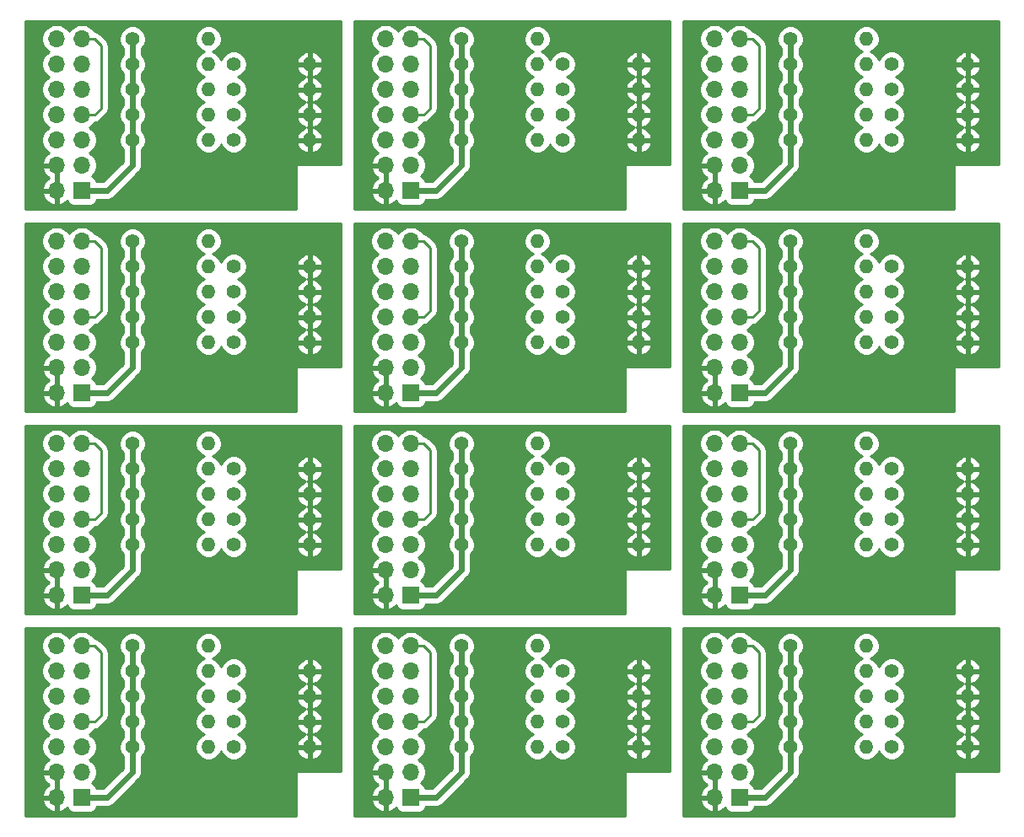
<source format=gbl>
G04 #@! TF.GenerationSoftware,KiCad,Pcbnew,(5.1.5)-3*
G04 #@! TF.CreationDate,2020-05-04T17:21:53+09:00*
G04 #@! TF.ProjectId,bf-002,62662d30-3032-42e6-9b69-6361645f7063,V01L01*
G04 #@! TF.SameCoordinates,Original*
G04 #@! TF.FileFunction,Copper,L2,Bot*
G04 #@! TF.FilePolarity,Positive*
%FSLAX46Y46*%
G04 Gerber Fmt 4.6, Leading zero omitted, Abs format (unit mm)*
G04 Created by KiCad (PCBNEW (5.1.5)-3) date 2020-05-04 17:21:53*
%MOMM*%
%LPD*%
G04 APERTURE LIST*
%ADD10R,1.700000X1.700000*%
%ADD11O,1.700000X1.700000*%
%ADD12C,1.400000*%
%ADD13O,1.400000X1.400000*%
%ADD14C,0.600000*%
%ADD15C,0.250000*%
%ADD16C,0.254000*%
G04 APERTURE END LIST*
D10*
X182880000Y-114300000D03*
D11*
X180340000Y-114300000D03*
X182880000Y-111760000D03*
X180340000Y-111760000D03*
X182880000Y-109220000D03*
X180340000Y-109220000D03*
X182880000Y-106680000D03*
X180340000Y-106680000D03*
X182880000Y-104140000D03*
X180340000Y-104140000D03*
X182880000Y-101600000D03*
X180340000Y-101600000D03*
X182880000Y-99060000D03*
X180340000Y-99060000D03*
X147320000Y-99060000D03*
X149860000Y-99060000D03*
X147320000Y-101600000D03*
X149860000Y-101600000D03*
X147320000Y-104140000D03*
X149860000Y-104140000D03*
X147320000Y-106680000D03*
X149860000Y-106680000D03*
X147320000Y-109220000D03*
X149860000Y-109220000D03*
X147320000Y-111760000D03*
X149860000Y-111760000D03*
X147320000Y-114300000D03*
D10*
X149860000Y-114300000D03*
X116840000Y-114300000D03*
D11*
X114300000Y-114300000D03*
X116840000Y-111760000D03*
X114300000Y-111760000D03*
X116840000Y-109220000D03*
X114300000Y-109220000D03*
X116840000Y-106680000D03*
X114300000Y-106680000D03*
X116840000Y-104140000D03*
X114300000Y-104140000D03*
X116840000Y-101600000D03*
X114300000Y-101600000D03*
X116840000Y-99060000D03*
X114300000Y-99060000D03*
X180340000Y-78740000D03*
X182880000Y-78740000D03*
X180340000Y-81280000D03*
X182880000Y-81280000D03*
X180340000Y-83820000D03*
X182880000Y-83820000D03*
X180340000Y-86360000D03*
X182880000Y-86360000D03*
X180340000Y-88900000D03*
X182880000Y-88900000D03*
X180340000Y-91440000D03*
X182880000Y-91440000D03*
X180340000Y-93980000D03*
D10*
X182880000Y-93980000D03*
X149860000Y-93980000D03*
D11*
X147320000Y-93980000D03*
X149860000Y-91440000D03*
X147320000Y-91440000D03*
X149860000Y-88900000D03*
X147320000Y-88900000D03*
X149860000Y-86360000D03*
X147320000Y-86360000D03*
X149860000Y-83820000D03*
X147320000Y-83820000D03*
X149860000Y-81280000D03*
X147320000Y-81280000D03*
X149860000Y-78740000D03*
X147320000Y-78740000D03*
X114300000Y-78740000D03*
X116840000Y-78740000D03*
X114300000Y-81280000D03*
X116840000Y-81280000D03*
X114300000Y-83820000D03*
X116840000Y-83820000D03*
X114300000Y-86360000D03*
X116840000Y-86360000D03*
X114300000Y-88900000D03*
X116840000Y-88900000D03*
X114300000Y-91440000D03*
X116840000Y-91440000D03*
X114300000Y-93980000D03*
D10*
X116840000Y-93980000D03*
X182880000Y-73660000D03*
D11*
X180340000Y-73660000D03*
X182880000Y-71120000D03*
X180340000Y-71120000D03*
X182880000Y-68580000D03*
X180340000Y-68580000D03*
X182880000Y-66040000D03*
X180340000Y-66040000D03*
X182880000Y-63500000D03*
X180340000Y-63500000D03*
X182880000Y-60960000D03*
X180340000Y-60960000D03*
X182880000Y-58420000D03*
X180340000Y-58420000D03*
X147320000Y-58420000D03*
X149860000Y-58420000D03*
X147320000Y-60960000D03*
X149860000Y-60960000D03*
X147320000Y-63500000D03*
X149860000Y-63500000D03*
X147320000Y-66040000D03*
X149860000Y-66040000D03*
X147320000Y-68580000D03*
X149860000Y-68580000D03*
X147320000Y-71120000D03*
X149860000Y-71120000D03*
X147320000Y-73660000D03*
D10*
X149860000Y-73660000D03*
X116840000Y-73660000D03*
D11*
X114300000Y-73660000D03*
X116840000Y-71120000D03*
X114300000Y-71120000D03*
X116840000Y-68580000D03*
X114300000Y-68580000D03*
X116840000Y-66040000D03*
X114300000Y-66040000D03*
X116840000Y-63500000D03*
X114300000Y-63500000D03*
X116840000Y-60960000D03*
X114300000Y-60960000D03*
X116840000Y-58420000D03*
X114300000Y-58420000D03*
D10*
X182880000Y-53340000D03*
D11*
X180340000Y-53340000D03*
X182880000Y-50800000D03*
X180340000Y-50800000D03*
X182880000Y-48260000D03*
X180340000Y-48260000D03*
X182880000Y-45720000D03*
X180340000Y-45720000D03*
X182880000Y-43180000D03*
X180340000Y-43180000D03*
X182880000Y-40640000D03*
X180340000Y-40640000D03*
X182880000Y-38100000D03*
X180340000Y-38100000D03*
X114300000Y-38100000D03*
X116840000Y-38100000D03*
X114300000Y-40640000D03*
X116840000Y-40640000D03*
X114300000Y-43180000D03*
X116840000Y-43180000D03*
X114300000Y-45720000D03*
X116840000Y-45720000D03*
X114300000Y-48260000D03*
X116840000Y-48260000D03*
X114300000Y-50800000D03*
X116840000Y-50800000D03*
X114300000Y-53340000D03*
D10*
X116840000Y-53340000D03*
D12*
X198120000Y-45720000D03*
D13*
X205740000Y-45720000D03*
D12*
X154940000Y-40640000D03*
D13*
X162560000Y-40640000D03*
X172720000Y-43180000D03*
D12*
X165100000Y-43180000D03*
D13*
X172720000Y-48260000D03*
D12*
X165100000Y-48260000D03*
D13*
X195580000Y-38100000D03*
D12*
X187960000Y-38100000D03*
X154940000Y-45720000D03*
D13*
X162560000Y-45720000D03*
X195580000Y-40640000D03*
D12*
X187960000Y-40640000D03*
D13*
X195580000Y-48260000D03*
D12*
X187960000Y-48260000D03*
D13*
X172720000Y-40640000D03*
D12*
X165100000Y-40640000D03*
X154940000Y-43180000D03*
D13*
X162560000Y-43180000D03*
D12*
X154940000Y-38100000D03*
D13*
X162560000Y-38100000D03*
X195580000Y-45720000D03*
D12*
X187960000Y-45720000D03*
D13*
X172720000Y-45720000D03*
D12*
X165100000Y-45720000D03*
X198120000Y-40640000D03*
D13*
X205740000Y-40640000D03*
D12*
X198120000Y-48260000D03*
D13*
X205740000Y-48260000D03*
D12*
X154940000Y-48260000D03*
D13*
X162560000Y-48260000D03*
X195580000Y-43180000D03*
D12*
X187960000Y-43180000D03*
X198120000Y-43180000D03*
D13*
X205740000Y-43180000D03*
X129540000Y-43180000D03*
D12*
X121920000Y-43180000D03*
X132080000Y-43180000D03*
D13*
X139700000Y-43180000D03*
D12*
X132080000Y-45720000D03*
D13*
X139700000Y-45720000D03*
X129540000Y-45720000D03*
D12*
X121920000Y-45720000D03*
D13*
X129540000Y-48260000D03*
D12*
X121920000Y-48260000D03*
X132080000Y-40640000D03*
D13*
X139700000Y-40640000D03*
D12*
X132080000Y-48260000D03*
D13*
X139700000Y-48260000D03*
X129540000Y-40640000D03*
D12*
X121920000Y-40640000D03*
D13*
X129540000Y-38100000D03*
D12*
X121920000Y-38100000D03*
X165100000Y-68580000D03*
D13*
X172720000Y-68580000D03*
D12*
X187960000Y-58420000D03*
D13*
X195580000Y-58420000D03*
X162560000Y-66040000D03*
D12*
X154940000Y-66040000D03*
D13*
X205740000Y-66040000D03*
D12*
X198120000Y-66040000D03*
X165100000Y-63500000D03*
D13*
X172720000Y-63500000D03*
X205740000Y-60960000D03*
D12*
X198120000Y-60960000D03*
X187960000Y-63500000D03*
D13*
X195580000Y-63500000D03*
D12*
X165100000Y-66040000D03*
D13*
X172720000Y-66040000D03*
X162560000Y-68580000D03*
D12*
X154940000Y-68580000D03*
D13*
X205740000Y-68580000D03*
D12*
X198120000Y-68580000D03*
X187960000Y-60960000D03*
D13*
X195580000Y-60960000D03*
D12*
X187960000Y-68580000D03*
D13*
X195580000Y-68580000D03*
X162560000Y-58420000D03*
D12*
X154940000Y-58420000D03*
D13*
X162560000Y-63500000D03*
D12*
X154940000Y-63500000D03*
X187960000Y-66040000D03*
D13*
X195580000Y-66040000D03*
X162560000Y-60960000D03*
D12*
X154940000Y-60960000D03*
D13*
X205740000Y-63500000D03*
D12*
X198120000Y-63500000D03*
X165100000Y-60960000D03*
D13*
X172720000Y-60960000D03*
X139700000Y-66040000D03*
D12*
X132080000Y-66040000D03*
X121920000Y-68580000D03*
D13*
X129540000Y-68580000D03*
X139700000Y-60960000D03*
D12*
X132080000Y-60960000D03*
D13*
X139700000Y-68580000D03*
D12*
X132080000Y-68580000D03*
X121920000Y-66040000D03*
D13*
X129540000Y-66040000D03*
D12*
X121920000Y-60960000D03*
D13*
X129540000Y-60960000D03*
D12*
X121920000Y-58420000D03*
D13*
X129540000Y-58420000D03*
D12*
X121920000Y-63500000D03*
D13*
X129540000Y-63500000D03*
X139700000Y-63500000D03*
D12*
X132080000Y-63500000D03*
D13*
X172720000Y-88900000D03*
D12*
X165100000Y-88900000D03*
D13*
X195580000Y-78740000D03*
D12*
X187960000Y-78740000D03*
X154940000Y-86360000D03*
D13*
X162560000Y-86360000D03*
D12*
X198120000Y-81280000D03*
D13*
X205740000Y-81280000D03*
X172720000Y-86360000D03*
D12*
X165100000Y-86360000D03*
X154940000Y-88900000D03*
D13*
X162560000Y-88900000D03*
D12*
X198120000Y-88900000D03*
D13*
X205740000Y-88900000D03*
D12*
X154940000Y-83820000D03*
D13*
X162560000Y-83820000D03*
X195580000Y-86360000D03*
D12*
X187960000Y-86360000D03*
D13*
X195580000Y-81280000D03*
D12*
X187960000Y-81280000D03*
X198120000Y-86360000D03*
D13*
X205740000Y-86360000D03*
D12*
X154940000Y-81280000D03*
D13*
X162560000Y-81280000D03*
D12*
X198120000Y-83820000D03*
D13*
X205740000Y-83820000D03*
X172720000Y-81280000D03*
D12*
X165100000Y-81280000D03*
D13*
X172720000Y-83820000D03*
D12*
X165100000Y-83820000D03*
D13*
X195580000Y-88900000D03*
D12*
X187960000Y-88900000D03*
D13*
X195580000Y-83820000D03*
D12*
X187960000Y-83820000D03*
X154940000Y-78740000D03*
D13*
X162560000Y-78740000D03*
D12*
X132080000Y-86360000D03*
D13*
X139700000Y-86360000D03*
X129540000Y-88900000D03*
D12*
X121920000Y-88900000D03*
X132080000Y-81280000D03*
D13*
X139700000Y-81280000D03*
D12*
X132080000Y-83820000D03*
D13*
X139700000Y-83820000D03*
D12*
X132080000Y-88900000D03*
D13*
X139700000Y-88900000D03*
X129540000Y-86360000D03*
D12*
X121920000Y-86360000D03*
D13*
X129540000Y-81280000D03*
D12*
X121920000Y-81280000D03*
D13*
X129540000Y-78740000D03*
D12*
X121920000Y-78740000D03*
D13*
X129540000Y-83820000D03*
D12*
X121920000Y-83820000D03*
D13*
X205740000Y-109220000D03*
D12*
X198120000Y-109220000D03*
X187960000Y-106680000D03*
D13*
X195580000Y-106680000D03*
X205740000Y-106680000D03*
D12*
X198120000Y-106680000D03*
X187960000Y-109220000D03*
D13*
X195580000Y-109220000D03*
D12*
X187960000Y-104140000D03*
D13*
X195580000Y-104140000D03*
D12*
X187960000Y-101600000D03*
D13*
X195580000Y-101600000D03*
X205740000Y-101600000D03*
D12*
X198120000Y-101600000D03*
D13*
X205740000Y-104140000D03*
D12*
X198120000Y-104140000D03*
X187960000Y-99060000D03*
D13*
X195580000Y-99060000D03*
D12*
X165100000Y-106680000D03*
D13*
X172720000Y-106680000D03*
X162560000Y-109220000D03*
D12*
X154940000Y-109220000D03*
X165100000Y-101600000D03*
D13*
X172720000Y-101600000D03*
D12*
X165100000Y-104140000D03*
D13*
X172720000Y-104140000D03*
D12*
X165100000Y-109220000D03*
D13*
X172720000Y-109220000D03*
X162560000Y-106680000D03*
D12*
X154940000Y-106680000D03*
D13*
X162560000Y-101600000D03*
D12*
X154940000Y-101600000D03*
D13*
X162560000Y-99060000D03*
D12*
X154940000Y-99060000D03*
D13*
X162560000Y-104140000D03*
D12*
X154940000Y-104140000D03*
X121920000Y-99060000D03*
D13*
X129540000Y-99060000D03*
D12*
X121920000Y-101600000D03*
D13*
X129540000Y-101600000D03*
D12*
X121920000Y-104140000D03*
D13*
X129540000Y-104140000D03*
D12*
X121920000Y-106680000D03*
D13*
X129540000Y-106680000D03*
D12*
X121920000Y-109220000D03*
D13*
X129540000Y-109220000D03*
X139700000Y-101600000D03*
D12*
X132080000Y-101600000D03*
D13*
X139700000Y-104140000D03*
D12*
X132080000Y-104140000D03*
D13*
X139700000Y-106680000D03*
D12*
X132080000Y-106680000D03*
D13*
X139700000Y-109220000D03*
D12*
X132080000Y-109220000D03*
D10*
X149860000Y-53340000D03*
D11*
X147320000Y-53340000D03*
X149860000Y-50800000D03*
X147320000Y-50800000D03*
X149860000Y-48260000D03*
X147320000Y-48260000D03*
X149860000Y-45720000D03*
X147320000Y-45720000D03*
X149860000Y-43180000D03*
X147320000Y-43180000D03*
X149860000Y-40640000D03*
X147320000Y-40640000D03*
X149860000Y-38100000D03*
X147320000Y-38100000D03*
D14*
X116840000Y-114300000D02*
X119380000Y-114300000D01*
X119380000Y-114300000D02*
X121920000Y-111760000D01*
X121920000Y-111760000D02*
X121920000Y-99060000D01*
X149860000Y-114300000D02*
X152400000Y-114300000D01*
X152400000Y-114300000D02*
X154940000Y-111760000D01*
X154940000Y-111760000D02*
X154940000Y-99060000D01*
X182880000Y-114300000D02*
X185420000Y-114300000D01*
X185420000Y-114300000D02*
X187960000Y-111760000D01*
X187960000Y-111760000D02*
X187960000Y-99060000D01*
X116840000Y-93980000D02*
X119380000Y-93980000D01*
X119380000Y-93980000D02*
X121920000Y-91440000D01*
X121920000Y-91440000D02*
X121920000Y-78740000D01*
X182880000Y-93980000D02*
X185420000Y-93980000D01*
X185420000Y-93980000D02*
X187960000Y-91440000D01*
X187960000Y-91440000D02*
X187960000Y-78740000D01*
X149860000Y-93980000D02*
X152400000Y-93980000D01*
X152400000Y-93980000D02*
X154940000Y-91440000D01*
X154940000Y-91440000D02*
X154940000Y-78740000D01*
X185420000Y-73660000D02*
X187960000Y-71120000D01*
X119380000Y-73660000D02*
X121920000Y-71120000D01*
X116840000Y-73660000D02*
X119380000Y-73660000D01*
X187960000Y-71120000D02*
X187960000Y-58420000D01*
X182880000Y-73660000D02*
X185420000Y-73660000D01*
X121920000Y-71120000D02*
X121920000Y-58420000D01*
X152400000Y-73660000D02*
X154940000Y-71120000D01*
X149860000Y-73660000D02*
X152400000Y-73660000D01*
X154940000Y-71120000D02*
X154940000Y-58420000D01*
X116840000Y-53340000D02*
X119380000Y-53340000D01*
X119380000Y-53340000D02*
X121920000Y-50800000D01*
X187960000Y-50800000D02*
X187960000Y-38100000D01*
X185420000Y-53340000D02*
X187960000Y-50800000D01*
X182880000Y-53340000D02*
X185420000Y-53340000D01*
X121920000Y-50800000D02*
X121920000Y-38100000D01*
X149860000Y-53340000D02*
X152400000Y-53340000D01*
X154940000Y-50800000D02*
X154940000Y-38100000D01*
X152400000Y-53340000D02*
X154940000Y-50800000D01*
D15*
X116840000Y-99060000D02*
X118110000Y-99060000D01*
X118110000Y-106680000D02*
X116840000Y-106680000D01*
X118745000Y-99695000D02*
X118745000Y-106045000D01*
X118745000Y-106045000D02*
X118110000Y-106680000D01*
X118110000Y-99060000D02*
X118745000Y-99695000D01*
X151130000Y-99060000D02*
X151765000Y-99695000D01*
X151765000Y-99695000D02*
X151765000Y-106045000D01*
X151765000Y-106045000D02*
X151130000Y-106680000D01*
X149860000Y-99060000D02*
X151130000Y-99060000D01*
X151130000Y-106680000D02*
X149860000Y-106680000D01*
X182880000Y-99060000D02*
X184150000Y-99060000D01*
X184150000Y-106680000D02*
X182880000Y-106680000D01*
X184150000Y-99060000D02*
X184785000Y-99695000D01*
X184785000Y-99695000D02*
X184785000Y-106045000D01*
X184785000Y-106045000D02*
X184150000Y-106680000D01*
X118110000Y-78740000D02*
X118745000Y-79375000D01*
X118745000Y-79375000D02*
X118745000Y-85725000D01*
X118745000Y-85725000D02*
X118110000Y-86360000D01*
X116840000Y-78740000D02*
X118110000Y-78740000D01*
X118110000Y-86360000D02*
X116840000Y-86360000D01*
X184150000Y-78740000D02*
X184785000Y-79375000D01*
X184785000Y-79375000D02*
X184785000Y-85725000D01*
X184785000Y-85725000D02*
X184150000Y-86360000D01*
X184150000Y-86360000D02*
X182880000Y-86360000D01*
X182880000Y-78740000D02*
X184150000Y-78740000D01*
X149860000Y-78740000D02*
X151130000Y-78740000D01*
X151130000Y-86360000D02*
X149860000Y-86360000D01*
X151130000Y-78740000D02*
X151765000Y-79375000D01*
X151765000Y-79375000D02*
X151765000Y-85725000D01*
X151765000Y-85725000D02*
X151130000Y-86360000D01*
X118110000Y-58420000D02*
X118745000Y-59055000D01*
X118745000Y-59055000D02*
X118745000Y-65405000D01*
X118745000Y-65405000D02*
X118110000Y-66040000D01*
X184785000Y-65405000D02*
X184150000Y-66040000D01*
X118110000Y-66040000D02*
X116840000Y-66040000D01*
X184150000Y-66040000D02*
X182880000Y-66040000D01*
X116840000Y-58420000D02*
X118110000Y-58420000D01*
X182880000Y-58420000D02*
X184150000Y-58420000D01*
X184150000Y-58420000D02*
X184785000Y-59055000D01*
X184785000Y-59055000D02*
X184785000Y-65405000D01*
X151130000Y-58420000D02*
X151765000Y-59055000D01*
X151765000Y-59055000D02*
X151765000Y-65405000D01*
X151765000Y-65405000D02*
X151130000Y-66040000D01*
X151130000Y-66040000D02*
X149860000Y-66040000D01*
X149860000Y-58420000D02*
X151130000Y-58420000D01*
X118745000Y-38735000D02*
X118745000Y-45085000D01*
X116840000Y-38100000D02*
X118110000Y-38100000D01*
X118745000Y-45085000D02*
X118110000Y-45720000D01*
X118110000Y-45720000D02*
X116840000Y-45720000D01*
X184785000Y-45085000D02*
X184150000Y-45720000D01*
X182880000Y-38100000D02*
X184150000Y-38100000D01*
X184150000Y-45720000D02*
X182880000Y-45720000D01*
X118110000Y-38100000D02*
X118745000Y-38735000D01*
X151130000Y-38100000D02*
X151765000Y-38735000D01*
X151765000Y-45085000D02*
X151130000Y-45720000D01*
X184785000Y-38735000D02*
X184785000Y-45085000D01*
X151130000Y-45720000D02*
X149860000Y-45720000D01*
X184150000Y-38100000D02*
X184785000Y-38735000D01*
X149860000Y-38100000D02*
X151130000Y-38100000D01*
X151765000Y-38735000D02*
X151765000Y-45085000D01*
D16*
G36*
X142800000Y-111633000D02*
G01*
X138430000Y-111633000D01*
X138405224Y-111635440D01*
X138381399Y-111642667D01*
X138359443Y-111654403D01*
X138340197Y-111670197D01*
X138324403Y-111689443D01*
X138312667Y-111711399D01*
X138305440Y-111735224D01*
X138303000Y-111760000D01*
X138303000Y-116130000D01*
X111200000Y-116130000D01*
X111200000Y-114656890D01*
X112858524Y-114656890D01*
X112903175Y-114804099D01*
X113028359Y-115066920D01*
X113202412Y-115300269D01*
X113418645Y-115495178D01*
X113668748Y-115644157D01*
X113943109Y-115741481D01*
X114173000Y-115620814D01*
X114173000Y-114427000D01*
X112979845Y-114427000D01*
X112858524Y-114656890D01*
X111200000Y-114656890D01*
X111200000Y-112116890D01*
X112858524Y-112116890D01*
X112903175Y-112264099D01*
X113028359Y-112526920D01*
X113202412Y-112760269D01*
X113418645Y-112955178D01*
X113544255Y-113030000D01*
X113418645Y-113104822D01*
X113202412Y-113299731D01*
X113028359Y-113533080D01*
X112903175Y-113795901D01*
X112858524Y-113943110D01*
X112979845Y-114173000D01*
X114173000Y-114173000D01*
X114173000Y-111887000D01*
X112979845Y-111887000D01*
X112858524Y-112116890D01*
X111200000Y-112116890D01*
X111200000Y-98913740D01*
X112815000Y-98913740D01*
X112815000Y-99206260D01*
X112872068Y-99493158D01*
X112984010Y-99763411D01*
X113146525Y-100006632D01*
X113353368Y-100213475D01*
X113527760Y-100330000D01*
X113353368Y-100446525D01*
X113146525Y-100653368D01*
X112984010Y-100896589D01*
X112872068Y-101166842D01*
X112815000Y-101453740D01*
X112815000Y-101746260D01*
X112872068Y-102033158D01*
X112984010Y-102303411D01*
X113146525Y-102546632D01*
X113353368Y-102753475D01*
X113527760Y-102870000D01*
X113353368Y-102986525D01*
X113146525Y-103193368D01*
X112984010Y-103436589D01*
X112872068Y-103706842D01*
X112815000Y-103993740D01*
X112815000Y-104286260D01*
X112872068Y-104573158D01*
X112984010Y-104843411D01*
X113146525Y-105086632D01*
X113353368Y-105293475D01*
X113527760Y-105410000D01*
X113353368Y-105526525D01*
X113146525Y-105733368D01*
X112984010Y-105976589D01*
X112872068Y-106246842D01*
X112815000Y-106533740D01*
X112815000Y-106826260D01*
X112872068Y-107113158D01*
X112984010Y-107383411D01*
X113146525Y-107626632D01*
X113353368Y-107833475D01*
X113527760Y-107950000D01*
X113353368Y-108066525D01*
X113146525Y-108273368D01*
X112984010Y-108516589D01*
X112872068Y-108786842D01*
X112815000Y-109073740D01*
X112815000Y-109366260D01*
X112872068Y-109653158D01*
X112984010Y-109923411D01*
X113146525Y-110166632D01*
X113353368Y-110373475D01*
X113535534Y-110495195D01*
X113418645Y-110564822D01*
X113202412Y-110759731D01*
X113028359Y-110993080D01*
X112903175Y-111255901D01*
X112858524Y-111403110D01*
X112979845Y-111633000D01*
X114173000Y-111633000D01*
X114173000Y-111613000D01*
X114427000Y-111613000D01*
X114427000Y-111633000D01*
X114447000Y-111633000D01*
X114447000Y-111887000D01*
X114427000Y-111887000D01*
X114427000Y-114173000D01*
X114447000Y-114173000D01*
X114447000Y-114427000D01*
X114427000Y-114427000D01*
X114427000Y-115620814D01*
X114656891Y-115741481D01*
X114931252Y-115644157D01*
X115181355Y-115495178D01*
X115377502Y-115318374D01*
X115400498Y-115394180D01*
X115459463Y-115504494D01*
X115538815Y-115601185D01*
X115635506Y-115680537D01*
X115745820Y-115739502D01*
X115865518Y-115775812D01*
X115990000Y-115788072D01*
X117690000Y-115788072D01*
X117814482Y-115775812D01*
X117934180Y-115739502D01*
X118044494Y-115680537D01*
X118141185Y-115601185D01*
X118220537Y-115504494D01*
X118279502Y-115394180D01*
X118315812Y-115274482D01*
X118319701Y-115235000D01*
X119334068Y-115235000D01*
X119380000Y-115239524D01*
X119425932Y-115235000D01*
X119563292Y-115221471D01*
X119739540Y-115168007D01*
X119901972Y-115081186D01*
X120044344Y-114964344D01*
X120073630Y-114928659D01*
X122548666Y-112453624D01*
X122584344Y-112424344D01*
X122701186Y-112281972D01*
X122788007Y-112119540D01*
X122841471Y-111943292D01*
X122855000Y-111805932D01*
X122855000Y-111805926D01*
X122859523Y-111760001D01*
X122855000Y-111714076D01*
X122855000Y-110172975D01*
X122956962Y-110071013D01*
X123103061Y-109852359D01*
X123203696Y-109609405D01*
X123255000Y-109351486D01*
X123255000Y-109088514D01*
X123203696Y-108830595D01*
X123103061Y-108587641D01*
X122956962Y-108368987D01*
X122855000Y-108267025D01*
X122855000Y-107632975D01*
X122956962Y-107531013D01*
X123103061Y-107312359D01*
X123203696Y-107069405D01*
X123255000Y-106811486D01*
X123255000Y-106548514D01*
X123203696Y-106290595D01*
X123103061Y-106047641D01*
X122956962Y-105828987D01*
X122855000Y-105727025D01*
X122855000Y-105092975D01*
X122956962Y-104991013D01*
X123103061Y-104772359D01*
X123203696Y-104529405D01*
X123255000Y-104271486D01*
X123255000Y-104008514D01*
X123203696Y-103750595D01*
X123103061Y-103507641D01*
X122956962Y-103288987D01*
X122855000Y-103187025D01*
X122855000Y-102552975D01*
X122956962Y-102451013D01*
X123103061Y-102232359D01*
X123203696Y-101989405D01*
X123255000Y-101731486D01*
X123255000Y-101468514D01*
X123203696Y-101210595D01*
X123103061Y-100967641D01*
X122956962Y-100748987D01*
X122855000Y-100647025D01*
X122855000Y-100012975D01*
X122956962Y-99911013D01*
X123103061Y-99692359D01*
X123203696Y-99449405D01*
X123255000Y-99191486D01*
X123255000Y-98928514D01*
X128205000Y-98928514D01*
X128205000Y-99191486D01*
X128256304Y-99449405D01*
X128356939Y-99692359D01*
X128503038Y-99911013D01*
X128688987Y-100096962D01*
X128907641Y-100243061D01*
X129117530Y-100330000D01*
X128907641Y-100416939D01*
X128688987Y-100563038D01*
X128503038Y-100748987D01*
X128356939Y-100967641D01*
X128256304Y-101210595D01*
X128205000Y-101468514D01*
X128205000Y-101731486D01*
X128256304Y-101989405D01*
X128356939Y-102232359D01*
X128503038Y-102451013D01*
X128688987Y-102636962D01*
X128907641Y-102783061D01*
X129117530Y-102870000D01*
X128907641Y-102956939D01*
X128688987Y-103103038D01*
X128503038Y-103288987D01*
X128356939Y-103507641D01*
X128256304Y-103750595D01*
X128205000Y-104008514D01*
X128205000Y-104271486D01*
X128256304Y-104529405D01*
X128356939Y-104772359D01*
X128503038Y-104991013D01*
X128688987Y-105176962D01*
X128907641Y-105323061D01*
X129117530Y-105410000D01*
X128907641Y-105496939D01*
X128688987Y-105643038D01*
X128503038Y-105828987D01*
X128356939Y-106047641D01*
X128256304Y-106290595D01*
X128205000Y-106548514D01*
X128205000Y-106811486D01*
X128256304Y-107069405D01*
X128356939Y-107312359D01*
X128503038Y-107531013D01*
X128688987Y-107716962D01*
X128907641Y-107863061D01*
X129117530Y-107950000D01*
X128907641Y-108036939D01*
X128688987Y-108183038D01*
X128503038Y-108368987D01*
X128356939Y-108587641D01*
X128256304Y-108830595D01*
X128205000Y-109088514D01*
X128205000Y-109351486D01*
X128256304Y-109609405D01*
X128356939Y-109852359D01*
X128503038Y-110071013D01*
X128688987Y-110256962D01*
X128907641Y-110403061D01*
X129150595Y-110503696D01*
X129408514Y-110555000D01*
X129671486Y-110555000D01*
X129929405Y-110503696D01*
X130172359Y-110403061D01*
X130391013Y-110256962D01*
X130576962Y-110071013D01*
X130723061Y-109852359D01*
X130810000Y-109642470D01*
X130896939Y-109852359D01*
X131043038Y-110071013D01*
X131228987Y-110256962D01*
X131447641Y-110403061D01*
X131690595Y-110503696D01*
X131948514Y-110555000D01*
X132211486Y-110555000D01*
X132469405Y-110503696D01*
X132712359Y-110403061D01*
X132931013Y-110256962D01*
X133116962Y-110071013D01*
X133263061Y-109852359D01*
X133363696Y-109609405D01*
X133374850Y-109553329D01*
X138407284Y-109553329D01*
X138439953Y-109661044D01*
X138550208Y-109898392D01*
X138704649Y-110109670D01*
X138897340Y-110286759D01*
X139120877Y-110422853D01*
X139366670Y-110512722D01*
X139573000Y-110390201D01*
X139573000Y-109347000D01*
X139827000Y-109347000D01*
X139827000Y-110390201D01*
X140033330Y-110512722D01*
X140279123Y-110422853D01*
X140502660Y-110286759D01*
X140695351Y-110109670D01*
X140849792Y-109898392D01*
X140960047Y-109661044D01*
X140992716Y-109553329D01*
X140869374Y-109347000D01*
X139827000Y-109347000D01*
X139573000Y-109347000D01*
X138530626Y-109347000D01*
X138407284Y-109553329D01*
X133374850Y-109553329D01*
X133415000Y-109351486D01*
X133415000Y-109088514D01*
X133363696Y-108830595D01*
X133263061Y-108587641D01*
X133116962Y-108368987D01*
X132931013Y-108183038D01*
X132712359Y-108036939D01*
X132502470Y-107950000D01*
X132712359Y-107863061D01*
X132931013Y-107716962D01*
X133116962Y-107531013D01*
X133263061Y-107312359D01*
X133363696Y-107069405D01*
X133374850Y-107013329D01*
X138407284Y-107013329D01*
X138439953Y-107121044D01*
X138550208Y-107358392D01*
X138704649Y-107569670D01*
X138897340Y-107746759D01*
X139120877Y-107882853D01*
X139304525Y-107950000D01*
X139120877Y-108017147D01*
X138897340Y-108153241D01*
X138704649Y-108330330D01*
X138550208Y-108541608D01*
X138439953Y-108778956D01*
X138407284Y-108886671D01*
X138530626Y-109093000D01*
X139573000Y-109093000D01*
X139573000Y-108049799D01*
X139404935Y-107950000D01*
X139573000Y-107850201D01*
X139573000Y-106807000D01*
X139827000Y-106807000D01*
X139827000Y-107850201D01*
X139995065Y-107950000D01*
X139827000Y-108049799D01*
X139827000Y-109093000D01*
X140869374Y-109093000D01*
X140992716Y-108886671D01*
X140960047Y-108778956D01*
X140849792Y-108541608D01*
X140695351Y-108330330D01*
X140502660Y-108153241D01*
X140279123Y-108017147D01*
X140095475Y-107950000D01*
X140279123Y-107882853D01*
X140502660Y-107746759D01*
X140695351Y-107569670D01*
X140849792Y-107358392D01*
X140960047Y-107121044D01*
X140992716Y-107013329D01*
X140869374Y-106807000D01*
X139827000Y-106807000D01*
X139573000Y-106807000D01*
X138530626Y-106807000D01*
X138407284Y-107013329D01*
X133374850Y-107013329D01*
X133415000Y-106811486D01*
X133415000Y-106548514D01*
X133363696Y-106290595D01*
X133263061Y-106047641D01*
X133116962Y-105828987D01*
X132931013Y-105643038D01*
X132712359Y-105496939D01*
X132502470Y-105410000D01*
X132712359Y-105323061D01*
X132931013Y-105176962D01*
X133116962Y-104991013D01*
X133263061Y-104772359D01*
X133363696Y-104529405D01*
X133374850Y-104473329D01*
X138407284Y-104473329D01*
X138439953Y-104581044D01*
X138550208Y-104818392D01*
X138704649Y-105029670D01*
X138897340Y-105206759D01*
X139120877Y-105342853D01*
X139304525Y-105410000D01*
X139120877Y-105477147D01*
X138897340Y-105613241D01*
X138704649Y-105790330D01*
X138550208Y-106001608D01*
X138439953Y-106238956D01*
X138407284Y-106346671D01*
X138530626Y-106553000D01*
X139573000Y-106553000D01*
X139573000Y-105509799D01*
X139404935Y-105410000D01*
X139573000Y-105310201D01*
X139573000Y-104267000D01*
X139827000Y-104267000D01*
X139827000Y-105310201D01*
X139995065Y-105410000D01*
X139827000Y-105509799D01*
X139827000Y-106553000D01*
X140869374Y-106553000D01*
X140992716Y-106346671D01*
X140960047Y-106238956D01*
X140849792Y-106001608D01*
X140695351Y-105790330D01*
X140502660Y-105613241D01*
X140279123Y-105477147D01*
X140095475Y-105410000D01*
X140279123Y-105342853D01*
X140502660Y-105206759D01*
X140695351Y-105029670D01*
X140849792Y-104818392D01*
X140960047Y-104581044D01*
X140992716Y-104473329D01*
X140869374Y-104267000D01*
X139827000Y-104267000D01*
X139573000Y-104267000D01*
X138530626Y-104267000D01*
X138407284Y-104473329D01*
X133374850Y-104473329D01*
X133415000Y-104271486D01*
X133415000Y-104008514D01*
X133363696Y-103750595D01*
X133263061Y-103507641D01*
X133116962Y-103288987D01*
X132931013Y-103103038D01*
X132712359Y-102956939D01*
X132502470Y-102870000D01*
X132712359Y-102783061D01*
X132931013Y-102636962D01*
X133116962Y-102451013D01*
X133263061Y-102232359D01*
X133363696Y-101989405D01*
X133374850Y-101933329D01*
X138407284Y-101933329D01*
X138439953Y-102041044D01*
X138550208Y-102278392D01*
X138704649Y-102489670D01*
X138897340Y-102666759D01*
X139120877Y-102802853D01*
X139304525Y-102870000D01*
X139120877Y-102937147D01*
X138897340Y-103073241D01*
X138704649Y-103250330D01*
X138550208Y-103461608D01*
X138439953Y-103698956D01*
X138407284Y-103806671D01*
X138530626Y-104013000D01*
X139573000Y-104013000D01*
X139573000Y-102969799D01*
X139404935Y-102870000D01*
X139573000Y-102770201D01*
X139573000Y-101727000D01*
X139827000Y-101727000D01*
X139827000Y-102770201D01*
X139995065Y-102870000D01*
X139827000Y-102969799D01*
X139827000Y-104013000D01*
X140869374Y-104013000D01*
X140992716Y-103806671D01*
X140960047Y-103698956D01*
X140849792Y-103461608D01*
X140695351Y-103250330D01*
X140502660Y-103073241D01*
X140279123Y-102937147D01*
X140095475Y-102870000D01*
X140279123Y-102802853D01*
X140502660Y-102666759D01*
X140695351Y-102489670D01*
X140849792Y-102278392D01*
X140960047Y-102041044D01*
X140992716Y-101933329D01*
X140869374Y-101727000D01*
X139827000Y-101727000D01*
X139573000Y-101727000D01*
X138530626Y-101727000D01*
X138407284Y-101933329D01*
X133374850Y-101933329D01*
X133415000Y-101731486D01*
X133415000Y-101468514D01*
X133374851Y-101266671D01*
X138407284Y-101266671D01*
X138530626Y-101473000D01*
X139573000Y-101473000D01*
X139573000Y-100429799D01*
X139827000Y-100429799D01*
X139827000Y-101473000D01*
X140869374Y-101473000D01*
X140992716Y-101266671D01*
X140960047Y-101158956D01*
X140849792Y-100921608D01*
X140695351Y-100710330D01*
X140502660Y-100533241D01*
X140279123Y-100397147D01*
X140033330Y-100307278D01*
X139827000Y-100429799D01*
X139573000Y-100429799D01*
X139366670Y-100307278D01*
X139120877Y-100397147D01*
X138897340Y-100533241D01*
X138704649Y-100710330D01*
X138550208Y-100921608D01*
X138439953Y-101158956D01*
X138407284Y-101266671D01*
X133374851Y-101266671D01*
X133363696Y-101210595D01*
X133263061Y-100967641D01*
X133116962Y-100748987D01*
X132931013Y-100563038D01*
X132712359Y-100416939D01*
X132469405Y-100316304D01*
X132211486Y-100265000D01*
X131948514Y-100265000D01*
X131690595Y-100316304D01*
X131447641Y-100416939D01*
X131228987Y-100563038D01*
X131043038Y-100748987D01*
X130896939Y-100967641D01*
X130810000Y-101177530D01*
X130723061Y-100967641D01*
X130576962Y-100748987D01*
X130391013Y-100563038D01*
X130172359Y-100416939D01*
X129962470Y-100330000D01*
X130172359Y-100243061D01*
X130391013Y-100096962D01*
X130576962Y-99911013D01*
X130723061Y-99692359D01*
X130823696Y-99449405D01*
X130875000Y-99191486D01*
X130875000Y-98928514D01*
X130823696Y-98670595D01*
X130723061Y-98427641D01*
X130576962Y-98208987D01*
X130391013Y-98023038D01*
X130172359Y-97876939D01*
X129929405Y-97776304D01*
X129671486Y-97725000D01*
X129408514Y-97725000D01*
X129150595Y-97776304D01*
X128907641Y-97876939D01*
X128688987Y-98023038D01*
X128503038Y-98208987D01*
X128356939Y-98427641D01*
X128256304Y-98670595D01*
X128205000Y-98928514D01*
X123255000Y-98928514D01*
X123203696Y-98670595D01*
X123103061Y-98427641D01*
X122956962Y-98208987D01*
X122771013Y-98023038D01*
X122552359Y-97876939D01*
X122309405Y-97776304D01*
X122051486Y-97725000D01*
X121788514Y-97725000D01*
X121530595Y-97776304D01*
X121287641Y-97876939D01*
X121068987Y-98023038D01*
X120883038Y-98208987D01*
X120736939Y-98427641D01*
X120636304Y-98670595D01*
X120585000Y-98928514D01*
X120585000Y-99191486D01*
X120636304Y-99449405D01*
X120736939Y-99692359D01*
X120883038Y-99911013D01*
X120985001Y-100012976D01*
X120985001Y-100647024D01*
X120883038Y-100748987D01*
X120736939Y-100967641D01*
X120636304Y-101210595D01*
X120585000Y-101468514D01*
X120585000Y-101731486D01*
X120636304Y-101989405D01*
X120736939Y-102232359D01*
X120883038Y-102451013D01*
X120985001Y-102552976D01*
X120985001Y-103187024D01*
X120883038Y-103288987D01*
X120736939Y-103507641D01*
X120636304Y-103750595D01*
X120585000Y-104008514D01*
X120585000Y-104271486D01*
X120636304Y-104529405D01*
X120736939Y-104772359D01*
X120883038Y-104991013D01*
X120985001Y-105092976D01*
X120985000Y-105727025D01*
X120883038Y-105828987D01*
X120736939Y-106047641D01*
X120636304Y-106290595D01*
X120585000Y-106548514D01*
X120585000Y-106811486D01*
X120636304Y-107069405D01*
X120736939Y-107312359D01*
X120883038Y-107531013D01*
X120985000Y-107632975D01*
X120985000Y-108267025D01*
X120883038Y-108368987D01*
X120736939Y-108587641D01*
X120636304Y-108830595D01*
X120585000Y-109088514D01*
X120585000Y-109351486D01*
X120636304Y-109609405D01*
X120736939Y-109852359D01*
X120883038Y-110071013D01*
X120985000Y-110172975D01*
X120985000Y-111372710D01*
X118992711Y-113365000D01*
X118319701Y-113365000D01*
X118315812Y-113325518D01*
X118279502Y-113205820D01*
X118220537Y-113095506D01*
X118141185Y-112998815D01*
X118044494Y-112919463D01*
X117934180Y-112860498D01*
X117861620Y-112838487D01*
X117993475Y-112706632D01*
X118155990Y-112463411D01*
X118267932Y-112193158D01*
X118325000Y-111906260D01*
X118325000Y-111613740D01*
X118267932Y-111326842D01*
X118155990Y-111056589D01*
X117993475Y-110813368D01*
X117786632Y-110606525D01*
X117612240Y-110490000D01*
X117786632Y-110373475D01*
X117993475Y-110166632D01*
X118155990Y-109923411D01*
X118267932Y-109653158D01*
X118325000Y-109366260D01*
X118325000Y-109073740D01*
X118267932Y-108786842D01*
X118155990Y-108516589D01*
X117993475Y-108273368D01*
X117786632Y-108066525D01*
X117612240Y-107950000D01*
X117786632Y-107833475D01*
X117993475Y-107626632D01*
X118116125Y-107443073D01*
X118147322Y-107440000D01*
X118147333Y-107440000D01*
X118258986Y-107429003D01*
X118402247Y-107385546D01*
X118534276Y-107314974D01*
X118650001Y-107220001D01*
X118673803Y-107190998D01*
X119256002Y-106608800D01*
X119285001Y-106585001D01*
X119379974Y-106469276D01*
X119450546Y-106337247D01*
X119494003Y-106193986D01*
X119505000Y-106082333D01*
X119508677Y-106045000D01*
X119505000Y-106007667D01*
X119505000Y-99732333D01*
X119508677Y-99695000D01*
X119494003Y-99546014D01*
X119450546Y-99402753D01*
X119379974Y-99270724D01*
X119308799Y-99183997D01*
X119285001Y-99154999D01*
X119256004Y-99131202D01*
X118673803Y-98549002D01*
X118650001Y-98519999D01*
X118534276Y-98425026D01*
X118402247Y-98354454D01*
X118258986Y-98310997D01*
X118147333Y-98300000D01*
X118147322Y-98300000D01*
X118116125Y-98296927D01*
X117993475Y-98113368D01*
X117786632Y-97906525D01*
X117543411Y-97744010D01*
X117273158Y-97632068D01*
X116986260Y-97575000D01*
X116693740Y-97575000D01*
X116406842Y-97632068D01*
X116136589Y-97744010D01*
X115893368Y-97906525D01*
X115686525Y-98113368D01*
X115570000Y-98287760D01*
X115453475Y-98113368D01*
X115246632Y-97906525D01*
X115003411Y-97744010D01*
X114733158Y-97632068D01*
X114446260Y-97575000D01*
X114153740Y-97575000D01*
X113866842Y-97632068D01*
X113596589Y-97744010D01*
X113353368Y-97906525D01*
X113146525Y-98113368D01*
X112984010Y-98356589D01*
X112872068Y-98626842D01*
X112815000Y-98913740D01*
X111200000Y-98913740D01*
X111200000Y-97230000D01*
X142800000Y-97230000D01*
X142800000Y-111633000D01*
G37*
X142800000Y-111633000D02*
X138430000Y-111633000D01*
X138405224Y-111635440D01*
X138381399Y-111642667D01*
X138359443Y-111654403D01*
X138340197Y-111670197D01*
X138324403Y-111689443D01*
X138312667Y-111711399D01*
X138305440Y-111735224D01*
X138303000Y-111760000D01*
X138303000Y-116130000D01*
X111200000Y-116130000D01*
X111200000Y-114656890D01*
X112858524Y-114656890D01*
X112903175Y-114804099D01*
X113028359Y-115066920D01*
X113202412Y-115300269D01*
X113418645Y-115495178D01*
X113668748Y-115644157D01*
X113943109Y-115741481D01*
X114173000Y-115620814D01*
X114173000Y-114427000D01*
X112979845Y-114427000D01*
X112858524Y-114656890D01*
X111200000Y-114656890D01*
X111200000Y-112116890D01*
X112858524Y-112116890D01*
X112903175Y-112264099D01*
X113028359Y-112526920D01*
X113202412Y-112760269D01*
X113418645Y-112955178D01*
X113544255Y-113030000D01*
X113418645Y-113104822D01*
X113202412Y-113299731D01*
X113028359Y-113533080D01*
X112903175Y-113795901D01*
X112858524Y-113943110D01*
X112979845Y-114173000D01*
X114173000Y-114173000D01*
X114173000Y-111887000D01*
X112979845Y-111887000D01*
X112858524Y-112116890D01*
X111200000Y-112116890D01*
X111200000Y-98913740D01*
X112815000Y-98913740D01*
X112815000Y-99206260D01*
X112872068Y-99493158D01*
X112984010Y-99763411D01*
X113146525Y-100006632D01*
X113353368Y-100213475D01*
X113527760Y-100330000D01*
X113353368Y-100446525D01*
X113146525Y-100653368D01*
X112984010Y-100896589D01*
X112872068Y-101166842D01*
X112815000Y-101453740D01*
X112815000Y-101746260D01*
X112872068Y-102033158D01*
X112984010Y-102303411D01*
X113146525Y-102546632D01*
X113353368Y-102753475D01*
X113527760Y-102870000D01*
X113353368Y-102986525D01*
X113146525Y-103193368D01*
X112984010Y-103436589D01*
X112872068Y-103706842D01*
X112815000Y-103993740D01*
X112815000Y-104286260D01*
X112872068Y-104573158D01*
X112984010Y-104843411D01*
X113146525Y-105086632D01*
X113353368Y-105293475D01*
X113527760Y-105410000D01*
X113353368Y-105526525D01*
X113146525Y-105733368D01*
X112984010Y-105976589D01*
X112872068Y-106246842D01*
X112815000Y-106533740D01*
X112815000Y-106826260D01*
X112872068Y-107113158D01*
X112984010Y-107383411D01*
X113146525Y-107626632D01*
X113353368Y-107833475D01*
X113527760Y-107950000D01*
X113353368Y-108066525D01*
X113146525Y-108273368D01*
X112984010Y-108516589D01*
X112872068Y-108786842D01*
X112815000Y-109073740D01*
X112815000Y-109366260D01*
X112872068Y-109653158D01*
X112984010Y-109923411D01*
X113146525Y-110166632D01*
X113353368Y-110373475D01*
X113535534Y-110495195D01*
X113418645Y-110564822D01*
X113202412Y-110759731D01*
X113028359Y-110993080D01*
X112903175Y-111255901D01*
X112858524Y-111403110D01*
X112979845Y-111633000D01*
X114173000Y-111633000D01*
X114173000Y-111613000D01*
X114427000Y-111613000D01*
X114427000Y-111633000D01*
X114447000Y-111633000D01*
X114447000Y-111887000D01*
X114427000Y-111887000D01*
X114427000Y-114173000D01*
X114447000Y-114173000D01*
X114447000Y-114427000D01*
X114427000Y-114427000D01*
X114427000Y-115620814D01*
X114656891Y-115741481D01*
X114931252Y-115644157D01*
X115181355Y-115495178D01*
X115377502Y-115318374D01*
X115400498Y-115394180D01*
X115459463Y-115504494D01*
X115538815Y-115601185D01*
X115635506Y-115680537D01*
X115745820Y-115739502D01*
X115865518Y-115775812D01*
X115990000Y-115788072D01*
X117690000Y-115788072D01*
X117814482Y-115775812D01*
X117934180Y-115739502D01*
X118044494Y-115680537D01*
X118141185Y-115601185D01*
X118220537Y-115504494D01*
X118279502Y-115394180D01*
X118315812Y-115274482D01*
X118319701Y-115235000D01*
X119334068Y-115235000D01*
X119380000Y-115239524D01*
X119425932Y-115235000D01*
X119563292Y-115221471D01*
X119739540Y-115168007D01*
X119901972Y-115081186D01*
X120044344Y-114964344D01*
X120073630Y-114928659D01*
X122548666Y-112453624D01*
X122584344Y-112424344D01*
X122701186Y-112281972D01*
X122788007Y-112119540D01*
X122841471Y-111943292D01*
X122855000Y-111805932D01*
X122855000Y-111805926D01*
X122859523Y-111760001D01*
X122855000Y-111714076D01*
X122855000Y-110172975D01*
X122956962Y-110071013D01*
X123103061Y-109852359D01*
X123203696Y-109609405D01*
X123255000Y-109351486D01*
X123255000Y-109088514D01*
X123203696Y-108830595D01*
X123103061Y-108587641D01*
X122956962Y-108368987D01*
X122855000Y-108267025D01*
X122855000Y-107632975D01*
X122956962Y-107531013D01*
X123103061Y-107312359D01*
X123203696Y-107069405D01*
X123255000Y-106811486D01*
X123255000Y-106548514D01*
X123203696Y-106290595D01*
X123103061Y-106047641D01*
X122956962Y-105828987D01*
X122855000Y-105727025D01*
X122855000Y-105092975D01*
X122956962Y-104991013D01*
X123103061Y-104772359D01*
X123203696Y-104529405D01*
X123255000Y-104271486D01*
X123255000Y-104008514D01*
X123203696Y-103750595D01*
X123103061Y-103507641D01*
X122956962Y-103288987D01*
X122855000Y-103187025D01*
X122855000Y-102552975D01*
X122956962Y-102451013D01*
X123103061Y-102232359D01*
X123203696Y-101989405D01*
X123255000Y-101731486D01*
X123255000Y-101468514D01*
X123203696Y-101210595D01*
X123103061Y-100967641D01*
X122956962Y-100748987D01*
X122855000Y-100647025D01*
X122855000Y-100012975D01*
X122956962Y-99911013D01*
X123103061Y-99692359D01*
X123203696Y-99449405D01*
X123255000Y-99191486D01*
X123255000Y-98928514D01*
X128205000Y-98928514D01*
X128205000Y-99191486D01*
X128256304Y-99449405D01*
X128356939Y-99692359D01*
X128503038Y-99911013D01*
X128688987Y-100096962D01*
X128907641Y-100243061D01*
X129117530Y-100330000D01*
X128907641Y-100416939D01*
X128688987Y-100563038D01*
X128503038Y-100748987D01*
X128356939Y-100967641D01*
X128256304Y-101210595D01*
X128205000Y-101468514D01*
X128205000Y-101731486D01*
X128256304Y-101989405D01*
X128356939Y-102232359D01*
X128503038Y-102451013D01*
X128688987Y-102636962D01*
X128907641Y-102783061D01*
X129117530Y-102870000D01*
X128907641Y-102956939D01*
X128688987Y-103103038D01*
X128503038Y-103288987D01*
X128356939Y-103507641D01*
X128256304Y-103750595D01*
X128205000Y-104008514D01*
X128205000Y-104271486D01*
X128256304Y-104529405D01*
X128356939Y-104772359D01*
X128503038Y-104991013D01*
X128688987Y-105176962D01*
X128907641Y-105323061D01*
X129117530Y-105410000D01*
X128907641Y-105496939D01*
X128688987Y-105643038D01*
X128503038Y-105828987D01*
X128356939Y-106047641D01*
X128256304Y-106290595D01*
X128205000Y-106548514D01*
X128205000Y-106811486D01*
X128256304Y-107069405D01*
X128356939Y-107312359D01*
X128503038Y-107531013D01*
X128688987Y-107716962D01*
X128907641Y-107863061D01*
X129117530Y-107950000D01*
X128907641Y-108036939D01*
X128688987Y-108183038D01*
X128503038Y-108368987D01*
X128356939Y-108587641D01*
X128256304Y-108830595D01*
X128205000Y-109088514D01*
X128205000Y-109351486D01*
X128256304Y-109609405D01*
X128356939Y-109852359D01*
X128503038Y-110071013D01*
X128688987Y-110256962D01*
X128907641Y-110403061D01*
X129150595Y-110503696D01*
X129408514Y-110555000D01*
X129671486Y-110555000D01*
X129929405Y-110503696D01*
X130172359Y-110403061D01*
X130391013Y-110256962D01*
X130576962Y-110071013D01*
X130723061Y-109852359D01*
X130810000Y-109642470D01*
X130896939Y-109852359D01*
X131043038Y-110071013D01*
X131228987Y-110256962D01*
X131447641Y-110403061D01*
X131690595Y-110503696D01*
X131948514Y-110555000D01*
X132211486Y-110555000D01*
X132469405Y-110503696D01*
X132712359Y-110403061D01*
X132931013Y-110256962D01*
X133116962Y-110071013D01*
X133263061Y-109852359D01*
X133363696Y-109609405D01*
X133374850Y-109553329D01*
X138407284Y-109553329D01*
X138439953Y-109661044D01*
X138550208Y-109898392D01*
X138704649Y-110109670D01*
X138897340Y-110286759D01*
X139120877Y-110422853D01*
X139366670Y-110512722D01*
X139573000Y-110390201D01*
X139573000Y-109347000D01*
X139827000Y-109347000D01*
X139827000Y-110390201D01*
X140033330Y-110512722D01*
X140279123Y-110422853D01*
X140502660Y-110286759D01*
X140695351Y-110109670D01*
X140849792Y-109898392D01*
X140960047Y-109661044D01*
X140992716Y-109553329D01*
X140869374Y-109347000D01*
X139827000Y-109347000D01*
X139573000Y-109347000D01*
X138530626Y-109347000D01*
X138407284Y-109553329D01*
X133374850Y-109553329D01*
X133415000Y-109351486D01*
X133415000Y-109088514D01*
X133363696Y-108830595D01*
X133263061Y-108587641D01*
X133116962Y-108368987D01*
X132931013Y-108183038D01*
X132712359Y-108036939D01*
X132502470Y-107950000D01*
X132712359Y-107863061D01*
X132931013Y-107716962D01*
X133116962Y-107531013D01*
X133263061Y-107312359D01*
X133363696Y-107069405D01*
X133374850Y-107013329D01*
X138407284Y-107013329D01*
X138439953Y-107121044D01*
X138550208Y-107358392D01*
X138704649Y-107569670D01*
X138897340Y-107746759D01*
X139120877Y-107882853D01*
X139304525Y-107950000D01*
X139120877Y-108017147D01*
X138897340Y-108153241D01*
X138704649Y-108330330D01*
X138550208Y-108541608D01*
X138439953Y-108778956D01*
X138407284Y-108886671D01*
X138530626Y-109093000D01*
X139573000Y-109093000D01*
X139573000Y-108049799D01*
X139404935Y-107950000D01*
X139573000Y-107850201D01*
X139573000Y-106807000D01*
X139827000Y-106807000D01*
X139827000Y-107850201D01*
X139995065Y-107950000D01*
X139827000Y-108049799D01*
X139827000Y-109093000D01*
X140869374Y-109093000D01*
X140992716Y-108886671D01*
X140960047Y-108778956D01*
X140849792Y-108541608D01*
X140695351Y-108330330D01*
X140502660Y-108153241D01*
X140279123Y-108017147D01*
X140095475Y-107950000D01*
X140279123Y-107882853D01*
X140502660Y-107746759D01*
X140695351Y-107569670D01*
X140849792Y-107358392D01*
X140960047Y-107121044D01*
X140992716Y-107013329D01*
X140869374Y-106807000D01*
X139827000Y-106807000D01*
X139573000Y-106807000D01*
X138530626Y-106807000D01*
X138407284Y-107013329D01*
X133374850Y-107013329D01*
X133415000Y-106811486D01*
X133415000Y-106548514D01*
X133363696Y-106290595D01*
X133263061Y-106047641D01*
X133116962Y-105828987D01*
X132931013Y-105643038D01*
X132712359Y-105496939D01*
X132502470Y-105410000D01*
X132712359Y-105323061D01*
X132931013Y-105176962D01*
X133116962Y-104991013D01*
X133263061Y-104772359D01*
X133363696Y-104529405D01*
X133374850Y-104473329D01*
X138407284Y-104473329D01*
X138439953Y-104581044D01*
X138550208Y-104818392D01*
X138704649Y-105029670D01*
X138897340Y-105206759D01*
X139120877Y-105342853D01*
X139304525Y-105410000D01*
X139120877Y-105477147D01*
X138897340Y-105613241D01*
X138704649Y-105790330D01*
X138550208Y-106001608D01*
X138439953Y-106238956D01*
X138407284Y-106346671D01*
X138530626Y-106553000D01*
X139573000Y-106553000D01*
X139573000Y-105509799D01*
X139404935Y-105410000D01*
X139573000Y-105310201D01*
X139573000Y-104267000D01*
X139827000Y-104267000D01*
X139827000Y-105310201D01*
X139995065Y-105410000D01*
X139827000Y-105509799D01*
X139827000Y-106553000D01*
X140869374Y-106553000D01*
X140992716Y-106346671D01*
X140960047Y-106238956D01*
X140849792Y-106001608D01*
X140695351Y-105790330D01*
X140502660Y-105613241D01*
X140279123Y-105477147D01*
X140095475Y-105410000D01*
X140279123Y-105342853D01*
X140502660Y-105206759D01*
X140695351Y-105029670D01*
X140849792Y-104818392D01*
X140960047Y-104581044D01*
X140992716Y-104473329D01*
X140869374Y-104267000D01*
X139827000Y-104267000D01*
X139573000Y-104267000D01*
X138530626Y-104267000D01*
X138407284Y-104473329D01*
X133374850Y-104473329D01*
X133415000Y-104271486D01*
X133415000Y-104008514D01*
X133363696Y-103750595D01*
X133263061Y-103507641D01*
X133116962Y-103288987D01*
X132931013Y-103103038D01*
X132712359Y-102956939D01*
X132502470Y-102870000D01*
X132712359Y-102783061D01*
X132931013Y-102636962D01*
X133116962Y-102451013D01*
X133263061Y-102232359D01*
X133363696Y-101989405D01*
X133374850Y-101933329D01*
X138407284Y-101933329D01*
X138439953Y-102041044D01*
X138550208Y-102278392D01*
X138704649Y-102489670D01*
X138897340Y-102666759D01*
X139120877Y-102802853D01*
X139304525Y-102870000D01*
X139120877Y-102937147D01*
X138897340Y-103073241D01*
X138704649Y-103250330D01*
X138550208Y-103461608D01*
X138439953Y-103698956D01*
X138407284Y-103806671D01*
X138530626Y-104013000D01*
X139573000Y-104013000D01*
X139573000Y-102969799D01*
X139404935Y-102870000D01*
X139573000Y-102770201D01*
X139573000Y-101727000D01*
X139827000Y-101727000D01*
X139827000Y-102770201D01*
X139995065Y-102870000D01*
X139827000Y-102969799D01*
X139827000Y-104013000D01*
X140869374Y-104013000D01*
X140992716Y-103806671D01*
X140960047Y-103698956D01*
X140849792Y-103461608D01*
X140695351Y-103250330D01*
X140502660Y-103073241D01*
X140279123Y-102937147D01*
X140095475Y-102870000D01*
X140279123Y-102802853D01*
X140502660Y-102666759D01*
X140695351Y-102489670D01*
X140849792Y-102278392D01*
X140960047Y-102041044D01*
X140992716Y-101933329D01*
X140869374Y-101727000D01*
X139827000Y-101727000D01*
X139573000Y-101727000D01*
X138530626Y-101727000D01*
X138407284Y-101933329D01*
X133374850Y-101933329D01*
X133415000Y-101731486D01*
X133415000Y-101468514D01*
X133374851Y-101266671D01*
X138407284Y-101266671D01*
X138530626Y-101473000D01*
X139573000Y-101473000D01*
X139573000Y-100429799D01*
X139827000Y-100429799D01*
X139827000Y-101473000D01*
X140869374Y-101473000D01*
X140992716Y-101266671D01*
X140960047Y-101158956D01*
X140849792Y-100921608D01*
X140695351Y-100710330D01*
X140502660Y-100533241D01*
X140279123Y-100397147D01*
X140033330Y-100307278D01*
X139827000Y-100429799D01*
X139573000Y-100429799D01*
X139366670Y-100307278D01*
X139120877Y-100397147D01*
X138897340Y-100533241D01*
X138704649Y-100710330D01*
X138550208Y-100921608D01*
X138439953Y-101158956D01*
X138407284Y-101266671D01*
X133374851Y-101266671D01*
X133363696Y-101210595D01*
X133263061Y-100967641D01*
X133116962Y-100748987D01*
X132931013Y-100563038D01*
X132712359Y-100416939D01*
X132469405Y-100316304D01*
X132211486Y-100265000D01*
X131948514Y-100265000D01*
X131690595Y-100316304D01*
X131447641Y-100416939D01*
X131228987Y-100563038D01*
X131043038Y-100748987D01*
X130896939Y-100967641D01*
X130810000Y-101177530D01*
X130723061Y-100967641D01*
X130576962Y-100748987D01*
X130391013Y-100563038D01*
X130172359Y-100416939D01*
X129962470Y-100330000D01*
X130172359Y-100243061D01*
X130391013Y-100096962D01*
X130576962Y-99911013D01*
X130723061Y-99692359D01*
X130823696Y-99449405D01*
X130875000Y-99191486D01*
X130875000Y-98928514D01*
X130823696Y-98670595D01*
X130723061Y-98427641D01*
X130576962Y-98208987D01*
X130391013Y-98023038D01*
X130172359Y-97876939D01*
X129929405Y-97776304D01*
X129671486Y-97725000D01*
X129408514Y-97725000D01*
X129150595Y-97776304D01*
X128907641Y-97876939D01*
X128688987Y-98023038D01*
X128503038Y-98208987D01*
X128356939Y-98427641D01*
X128256304Y-98670595D01*
X128205000Y-98928514D01*
X123255000Y-98928514D01*
X123203696Y-98670595D01*
X123103061Y-98427641D01*
X122956962Y-98208987D01*
X122771013Y-98023038D01*
X122552359Y-97876939D01*
X122309405Y-97776304D01*
X122051486Y-97725000D01*
X121788514Y-97725000D01*
X121530595Y-97776304D01*
X121287641Y-97876939D01*
X121068987Y-98023038D01*
X120883038Y-98208987D01*
X120736939Y-98427641D01*
X120636304Y-98670595D01*
X120585000Y-98928514D01*
X120585000Y-99191486D01*
X120636304Y-99449405D01*
X120736939Y-99692359D01*
X120883038Y-99911013D01*
X120985001Y-100012976D01*
X120985001Y-100647024D01*
X120883038Y-100748987D01*
X120736939Y-100967641D01*
X120636304Y-101210595D01*
X120585000Y-101468514D01*
X120585000Y-101731486D01*
X120636304Y-101989405D01*
X120736939Y-102232359D01*
X120883038Y-102451013D01*
X120985001Y-102552976D01*
X120985001Y-103187024D01*
X120883038Y-103288987D01*
X120736939Y-103507641D01*
X120636304Y-103750595D01*
X120585000Y-104008514D01*
X120585000Y-104271486D01*
X120636304Y-104529405D01*
X120736939Y-104772359D01*
X120883038Y-104991013D01*
X120985001Y-105092976D01*
X120985000Y-105727025D01*
X120883038Y-105828987D01*
X120736939Y-106047641D01*
X120636304Y-106290595D01*
X120585000Y-106548514D01*
X120585000Y-106811486D01*
X120636304Y-107069405D01*
X120736939Y-107312359D01*
X120883038Y-107531013D01*
X120985000Y-107632975D01*
X120985000Y-108267025D01*
X120883038Y-108368987D01*
X120736939Y-108587641D01*
X120636304Y-108830595D01*
X120585000Y-109088514D01*
X120585000Y-109351486D01*
X120636304Y-109609405D01*
X120736939Y-109852359D01*
X120883038Y-110071013D01*
X120985000Y-110172975D01*
X120985000Y-111372710D01*
X118992711Y-113365000D01*
X118319701Y-113365000D01*
X118315812Y-113325518D01*
X118279502Y-113205820D01*
X118220537Y-113095506D01*
X118141185Y-112998815D01*
X118044494Y-112919463D01*
X117934180Y-112860498D01*
X117861620Y-112838487D01*
X117993475Y-112706632D01*
X118155990Y-112463411D01*
X118267932Y-112193158D01*
X118325000Y-111906260D01*
X118325000Y-111613740D01*
X118267932Y-111326842D01*
X118155990Y-111056589D01*
X117993475Y-110813368D01*
X117786632Y-110606525D01*
X117612240Y-110490000D01*
X117786632Y-110373475D01*
X117993475Y-110166632D01*
X118155990Y-109923411D01*
X118267932Y-109653158D01*
X118325000Y-109366260D01*
X118325000Y-109073740D01*
X118267932Y-108786842D01*
X118155990Y-108516589D01*
X117993475Y-108273368D01*
X117786632Y-108066525D01*
X117612240Y-107950000D01*
X117786632Y-107833475D01*
X117993475Y-107626632D01*
X118116125Y-107443073D01*
X118147322Y-107440000D01*
X118147333Y-107440000D01*
X118258986Y-107429003D01*
X118402247Y-107385546D01*
X118534276Y-107314974D01*
X118650001Y-107220001D01*
X118673803Y-107190998D01*
X119256002Y-106608800D01*
X119285001Y-106585001D01*
X119379974Y-106469276D01*
X119450546Y-106337247D01*
X119494003Y-106193986D01*
X119505000Y-106082333D01*
X119508677Y-106045000D01*
X119505000Y-106007667D01*
X119505000Y-99732333D01*
X119508677Y-99695000D01*
X119494003Y-99546014D01*
X119450546Y-99402753D01*
X119379974Y-99270724D01*
X119308799Y-99183997D01*
X119285001Y-99154999D01*
X119256004Y-99131202D01*
X118673803Y-98549002D01*
X118650001Y-98519999D01*
X118534276Y-98425026D01*
X118402247Y-98354454D01*
X118258986Y-98310997D01*
X118147333Y-98300000D01*
X118147322Y-98300000D01*
X118116125Y-98296927D01*
X117993475Y-98113368D01*
X117786632Y-97906525D01*
X117543411Y-97744010D01*
X117273158Y-97632068D01*
X116986260Y-97575000D01*
X116693740Y-97575000D01*
X116406842Y-97632068D01*
X116136589Y-97744010D01*
X115893368Y-97906525D01*
X115686525Y-98113368D01*
X115570000Y-98287760D01*
X115453475Y-98113368D01*
X115246632Y-97906525D01*
X115003411Y-97744010D01*
X114733158Y-97632068D01*
X114446260Y-97575000D01*
X114153740Y-97575000D01*
X113866842Y-97632068D01*
X113596589Y-97744010D01*
X113353368Y-97906525D01*
X113146525Y-98113368D01*
X112984010Y-98356589D01*
X112872068Y-98626842D01*
X112815000Y-98913740D01*
X111200000Y-98913740D01*
X111200000Y-97230000D01*
X142800000Y-97230000D01*
X142800000Y-111633000D01*
G36*
X175820000Y-111633000D02*
G01*
X171450000Y-111633000D01*
X171425224Y-111635440D01*
X171401399Y-111642667D01*
X171379443Y-111654403D01*
X171360197Y-111670197D01*
X171344403Y-111689443D01*
X171332667Y-111711399D01*
X171325440Y-111735224D01*
X171323000Y-111760000D01*
X171323000Y-116130000D01*
X144220000Y-116130000D01*
X144220000Y-114656890D01*
X145878524Y-114656890D01*
X145923175Y-114804099D01*
X146048359Y-115066920D01*
X146222412Y-115300269D01*
X146438645Y-115495178D01*
X146688748Y-115644157D01*
X146963109Y-115741481D01*
X147193000Y-115620814D01*
X147193000Y-114427000D01*
X145999845Y-114427000D01*
X145878524Y-114656890D01*
X144220000Y-114656890D01*
X144220000Y-112116890D01*
X145878524Y-112116890D01*
X145923175Y-112264099D01*
X146048359Y-112526920D01*
X146222412Y-112760269D01*
X146438645Y-112955178D01*
X146564255Y-113030000D01*
X146438645Y-113104822D01*
X146222412Y-113299731D01*
X146048359Y-113533080D01*
X145923175Y-113795901D01*
X145878524Y-113943110D01*
X145999845Y-114173000D01*
X147193000Y-114173000D01*
X147193000Y-111887000D01*
X145999845Y-111887000D01*
X145878524Y-112116890D01*
X144220000Y-112116890D01*
X144220000Y-98913740D01*
X145835000Y-98913740D01*
X145835000Y-99206260D01*
X145892068Y-99493158D01*
X146004010Y-99763411D01*
X146166525Y-100006632D01*
X146373368Y-100213475D01*
X146547760Y-100330000D01*
X146373368Y-100446525D01*
X146166525Y-100653368D01*
X146004010Y-100896589D01*
X145892068Y-101166842D01*
X145835000Y-101453740D01*
X145835000Y-101746260D01*
X145892068Y-102033158D01*
X146004010Y-102303411D01*
X146166525Y-102546632D01*
X146373368Y-102753475D01*
X146547760Y-102870000D01*
X146373368Y-102986525D01*
X146166525Y-103193368D01*
X146004010Y-103436589D01*
X145892068Y-103706842D01*
X145835000Y-103993740D01*
X145835000Y-104286260D01*
X145892068Y-104573158D01*
X146004010Y-104843411D01*
X146166525Y-105086632D01*
X146373368Y-105293475D01*
X146547760Y-105410000D01*
X146373368Y-105526525D01*
X146166525Y-105733368D01*
X146004010Y-105976589D01*
X145892068Y-106246842D01*
X145835000Y-106533740D01*
X145835000Y-106826260D01*
X145892068Y-107113158D01*
X146004010Y-107383411D01*
X146166525Y-107626632D01*
X146373368Y-107833475D01*
X146547760Y-107950000D01*
X146373368Y-108066525D01*
X146166525Y-108273368D01*
X146004010Y-108516589D01*
X145892068Y-108786842D01*
X145835000Y-109073740D01*
X145835000Y-109366260D01*
X145892068Y-109653158D01*
X146004010Y-109923411D01*
X146166525Y-110166632D01*
X146373368Y-110373475D01*
X146555534Y-110495195D01*
X146438645Y-110564822D01*
X146222412Y-110759731D01*
X146048359Y-110993080D01*
X145923175Y-111255901D01*
X145878524Y-111403110D01*
X145999845Y-111633000D01*
X147193000Y-111633000D01*
X147193000Y-111613000D01*
X147447000Y-111613000D01*
X147447000Y-111633000D01*
X147467000Y-111633000D01*
X147467000Y-111887000D01*
X147447000Y-111887000D01*
X147447000Y-114173000D01*
X147467000Y-114173000D01*
X147467000Y-114427000D01*
X147447000Y-114427000D01*
X147447000Y-115620814D01*
X147676891Y-115741481D01*
X147951252Y-115644157D01*
X148201355Y-115495178D01*
X148397502Y-115318374D01*
X148420498Y-115394180D01*
X148479463Y-115504494D01*
X148558815Y-115601185D01*
X148655506Y-115680537D01*
X148765820Y-115739502D01*
X148885518Y-115775812D01*
X149010000Y-115788072D01*
X150710000Y-115788072D01*
X150834482Y-115775812D01*
X150954180Y-115739502D01*
X151064494Y-115680537D01*
X151161185Y-115601185D01*
X151240537Y-115504494D01*
X151299502Y-115394180D01*
X151335812Y-115274482D01*
X151339701Y-115235000D01*
X152354068Y-115235000D01*
X152400000Y-115239524D01*
X152445932Y-115235000D01*
X152583292Y-115221471D01*
X152759540Y-115168007D01*
X152921972Y-115081186D01*
X153064344Y-114964344D01*
X153093630Y-114928659D01*
X155568666Y-112453624D01*
X155604344Y-112424344D01*
X155721186Y-112281972D01*
X155808007Y-112119540D01*
X155861471Y-111943292D01*
X155875000Y-111805932D01*
X155875000Y-111805926D01*
X155879523Y-111760001D01*
X155875000Y-111714076D01*
X155875000Y-110172975D01*
X155976962Y-110071013D01*
X156123061Y-109852359D01*
X156223696Y-109609405D01*
X156275000Y-109351486D01*
X156275000Y-109088514D01*
X156223696Y-108830595D01*
X156123061Y-108587641D01*
X155976962Y-108368987D01*
X155875000Y-108267025D01*
X155875000Y-107632975D01*
X155976962Y-107531013D01*
X156123061Y-107312359D01*
X156223696Y-107069405D01*
X156275000Y-106811486D01*
X156275000Y-106548514D01*
X156223696Y-106290595D01*
X156123061Y-106047641D01*
X155976962Y-105828987D01*
X155875000Y-105727025D01*
X155875000Y-105092975D01*
X155976962Y-104991013D01*
X156123061Y-104772359D01*
X156223696Y-104529405D01*
X156275000Y-104271486D01*
X156275000Y-104008514D01*
X156223696Y-103750595D01*
X156123061Y-103507641D01*
X155976962Y-103288987D01*
X155875000Y-103187025D01*
X155875000Y-102552975D01*
X155976962Y-102451013D01*
X156123061Y-102232359D01*
X156223696Y-101989405D01*
X156275000Y-101731486D01*
X156275000Y-101468514D01*
X156223696Y-101210595D01*
X156123061Y-100967641D01*
X155976962Y-100748987D01*
X155875000Y-100647025D01*
X155875000Y-100012975D01*
X155976962Y-99911013D01*
X156123061Y-99692359D01*
X156223696Y-99449405D01*
X156275000Y-99191486D01*
X156275000Y-98928514D01*
X161225000Y-98928514D01*
X161225000Y-99191486D01*
X161276304Y-99449405D01*
X161376939Y-99692359D01*
X161523038Y-99911013D01*
X161708987Y-100096962D01*
X161927641Y-100243061D01*
X162137530Y-100330000D01*
X161927641Y-100416939D01*
X161708987Y-100563038D01*
X161523038Y-100748987D01*
X161376939Y-100967641D01*
X161276304Y-101210595D01*
X161225000Y-101468514D01*
X161225000Y-101731486D01*
X161276304Y-101989405D01*
X161376939Y-102232359D01*
X161523038Y-102451013D01*
X161708987Y-102636962D01*
X161927641Y-102783061D01*
X162137530Y-102870000D01*
X161927641Y-102956939D01*
X161708987Y-103103038D01*
X161523038Y-103288987D01*
X161376939Y-103507641D01*
X161276304Y-103750595D01*
X161225000Y-104008514D01*
X161225000Y-104271486D01*
X161276304Y-104529405D01*
X161376939Y-104772359D01*
X161523038Y-104991013D01*
X161708987Y-105176962D01*
X161927641Y-105323061D01*
X162137530Y-105410000D01*
X161927641Y-105496939D01*
X161708987Y-105643038D01*
X161523038Y-105828987D01*
X161376939Y-106047641D01*
X161276304Y-106290595D01*
X161225000Y-106548514D01*
X161225000Y-106811486D01*
X161276304Y-107069405D01*
X161376939Y-107312359D01*
X161523038Y-107531013D01*
X161708987Y-107716962D01*
X161927641Y-107863061D01*
X162137530Y-107950000D01*
X161927641Y-108036939D01*
X161708987Y-108183038D01*
X161523038Y-108368987D01*
X161376939Y-108587641D01*
X161276304Y-108830595D01*
X161225000Y-109088514D01*
X161225000Y-109351486D01*
X161276304Y-109609405D01*
X161376939Y-109852359D01*
X161523038Y-110071013D01*
X161708987Y-110256962D01*
X161927641Y-110403061D01*
X162170595Y-110503696D01*
X162428514Y-110555000D01*
X162691486Y-110555000D01*
X162949405Y-110503696D01*
X163192359Y-110403061D01*
X163411013Y-110256962D01*
X163596962Y-110071013D01*
X163743061Y-109852359D01*
X163830000Y-109642470D01*
X163916939Y-109852359D01*
X164063038Y-110071013D01*
X164248987Y-110256962D01*
X164467641Y-110403061D01*
X164710595Y-110503696D01*
X164968514Y-110555000D01*
X165231486Y-110555000D01*
X165489405Y-110503696D01*
X165732359Y-110403061D01*
X165951013Y-110256962D01*
X166136962Y-110071013D01*
X166283061Y-109852359D01*
X166383696Y-109609405D01*
X166394850Y-109553329D01*
X171427284Y-109553329D01*
X171459953Y-109661044D01*
X171570208Y-109898392D01*
X171724649Y-110109670D01*
X171917340Y-110286759D01*
X172140877Y-110422853D01*
X172386670Y-110512722D01*
X172593000Y-110390201D01*
X172593000Y-109347000D01*
X172847000Y-109347000D01*
X172847000Y-110390201D01*
X173053330Y-110512722D01*
X173299123Y-110422853D01*
X173522660Y-110286759D01*
X173715351Y-110109670D01*
X173869792Y-109898392D01*
X173980047Y-109661044D01*
X174012716Y-109553329D01*
X173889374Y-109347000D01*
X172847000Y-109347000D01*
X172593000Y-109347000D01*
X171550626Y-109347000D01*
X171427284Y-109553329D01*
X166394850Y-109553329D01*
X166435000Y-109351486D01*
X166435000Y-109088514D01*
X166383696Y-108830595D01*
X166283061Y-108587641D01*
X166136962Y-108368987D01*
X165951013Y-108183038D01*
X165732359Y-108036939D01*
X165522470Y-107950000D01*
X165732359Y-107863061D01*
X165951013Y-107716962D01*
X166136962Y-107531013D01*
X166283061Y-107312359D01*
X166383696Y-107069405D01*
X166394850Y-107013329D01*
X171427284Y-107013329D01*
X171459953Y-107121044D01*
X171570208Y-107358392D01*
X171724649Y-107569670D01*
X171917340Y-107746759D01*
X172140877Y-107882853D01*
X172324525Y-107950000D01*
X172140877Y-108017147D01*
X171917340Y-108153241D01*
X171724649Y-108330330D01*
X171570208Y-108541608D01*
X171459953Y-108778956D01*
X171427284Y-108886671D01*
X171550626Y-109093000D01*
X172593000Y-109093000D01*
X172593000Y-108049799D01*
X172424935Y-107950000D01*
X172593000Y-107850201D01*
X172593000Y-106807000D01*
X172847000Y-106807000D01*
X172847000Y-107850201D01*
X173015065Y-107950000D01*
X172847000Y-108049799D01*
X172847000Y-109093000D01*
X173889374Y-109093000D01*
X174012716Y-108886671D01*
X173980047Y-108778956D01*
X173869792Y-108541608D01*
X173715351Y-108330330D01*
X173522660Y-108153241D01*
X173299123Y-108017147D01*
X173115475Y-107950000D01*
X173299123Y-107882853D01*
X173522660Y-107746759D01*
X173715351Y-107569670D01*
X173869792Y-107358392D01*
X173980047Y-107121044D01*
X174012716Y-107013329D01*
X173889374Y-106807000D01*
X172847000Y-106807000D01*
X172593000Y-106807000D01*
X171550626Y-106807000D01*
X171427284Y-107013329D01*
X166394850Y-107013329D01*
X166435000Y-106811486D01*
X166435000Y-106548514D01*
X166383696Y-106290595D01*
X166283061Y-106047641D01*
X166136962Y-105828987D01*
X165951013Y-105643038D01*
X165732359Y-105496939D01*
X165522470Y-105410000D01*
X165732359Y-105323061D01*
X165951013Y-105176962D01*
X166136962Y-104991013D01*
X166283061Y-104772359D01*
X166383696Y-104529405D01*
X166394850Y-104473329D01*
X171427284Y-104473329D01*
X171459953Y-104581044D01*
X171570208Y-104818392D01*
X171724649Y-105029670D01*
X171917340Y-105206759D01*
X172140877Y-105342853D01*
X172324525Y-105410000D01*
X172140877Y-105477147D01*
X171917340Y-105613241D01*
X171724649Y-105790330D01*
X171570208Y-106001608D01*
X171459953Y-106238956D01*
X171427284Y-106346671D01*
X171550626Y-106553000D01*
X172593000Y-106553000D01*
X172593000Y-105509799D01*
X172424935Y-105410000D01*
X172593000Y-105310201D01*
X172593000Y-104267000D01*
X172847000Y-104267000D01*
X172847000Y-105310201D01*
X173015065Y-105410000D01*
X172847000Y-105509799D01*
X172847000Y-106553000D01*
X173889374Y-106553000D01*
X174012716Y-106346671D01*
X173980047Y-106238956D01*
X173869792Y-106001608D01*
X173715351Y-105790330D01*
X173522660Y-105613241D01*
X173299123Y-105477147D01*
X173115475Y-105410000D01*
X173299123Y-105342853D01*
X173522660Y-105206759D01*
X173715351Y-105029670D01*
X173869792Y-104818392D01*
X173980047Y-104581044D01*
X174012716Y-104473329D01*
X173889374Y-104267000D01*
X172847000Y-104267000D01*
X172593000Y-104267000D01*
X171550626Y-104267000D01*
X171427284Y-104473329D01*
X166394850Y-104473329D01*
X166435000Y-104271486D01*
X166435000Y-104008514D01*
X166383696Y-103750595D01*
X166283061Y-103507641D01*
X166136962Y-103288987D01*
X165951013Y-103103038D01*
X165732359Y-102956939D01*
X165522470Y-102870000D01*
X165732359Y-102783061D01*
X165951013Y-102636962D01*
X166136962Y-102451013D01*
X166283061Y-102232359D01*
X166383696Y-101989405D01*
X166394850Y-101933329D01*
X171427284Y-101933329D01*
X171459953Y-102041044D01*
X171570208Y-102278392D01*
X171724649Y-102489670D01*
X171917340Y-102666759D01*
X172140877Y-102802853D01*
X172324525Y-102870000D01*
X172140877Y-102937147D01*
X171917340Y-103073241D01*
X171724649Y-103250330D01*
X171570208Y-103461608D01*
X171459953Y-103698956D01*
X171427284Y-103806671D01*
X171550626Y-104013000D01*
X172593000Y-104013000D01*
X172593000Y-102969799D01*
X172424935Y-102870000D01*
X172593000Y-102770201D01*
X172593000Y-101727000D01*
X172847000Y-101727000D01*
X172847000Y-102770201D01*
X173015065Y-102870000D01*
X172847000Y-102969799D01*
X172847000Y-104013000D01*
X173889374Y-104013000D01*
X174012716Y-103806671D01*
X173980047Y-103698956D01*
X173869792Y-103461608D01*
X173715351Y-103250330D01*
X173522660Y-103073241D01*
X173299123Y-102937147D01*
X173115475Y-102870000D01*
X173299123Y-102802853D01*
X173522660Y-102666759D01*
X173715351Y-102489670D01*
X173869792Y-102278392D01*
X173980047Y-102041044D01*
X174012716Y-101933329D01*
X173889374Y-101727000D01*
X172847000Y-101727000D01*
X172593000Y-101727000D01*
X171550626Y-101727000D01*
X171427284Y-101933329D01*
X166394850Y-101933329D01*
X166435000Y-101731486D01*
X166435000Y-101468514D01*
X166394851Y-101266671D01*
X171427284Y-101266671D01*
X171550626Y-101473000D01*
X172593000Y-101473000D01*
X172593000Y-100429799D01*
X172847000Y-100429799D01*
X172847000Y-101473000D01*
X173889374Y-101473000D01*
X174012716Y-101266671D01*
X173980047Y-101158956D01*
X173869792Y-100921608D01*
X173715351Y-100710330D01*
X173522660Y-100533241D01*
X173299123Y-100397147D01*
X173053330Y-100307278D01*
X172847000Y-100429799D01*
X172593000Y-100429799D01*
X172386670Y-100307278D01*
X172140877Y-100397147D01*
X171917340Y-100533241D01*
X171724649Y-100710330D01*
X171570208Y-100921608D01*
X171459953Y-101158956D01*
X171427284Y-101266671D01*
X166394851Y-101266671D01*
X166383696Y-101210595D01*
X166283061Y-100967641D01*
X166136962Y-100748987D01*
X165951013Y-100563038D01*
X165732359Y-100416939D01*
X165489405Y-100316304D01*
X165231486Y-100265000D01*
X164968514Y-100265000D01*
X164710595Y-100316304D01*
X164467641Y-100416939D01*
X164248987Y-100563038D01*
X164063038Y-100748987D01*
X163916939Y-100967641D01*
X163830000Y-101177530D01*
X163743061Y-100967641D01*
X163596962Y-100748987D01*
X163411013Y-100563038D01*
X163192359Y-100416939D01*
X162982470Y-100330000D01*
X163192359Y-100243061D01*
X163411013Y-100096962D01*
X163596962Y-99911013D01*
X163743061Y-99692359D01*
X163843696Y-99449405D01*
X163895000Y-99191486D01*
X163895000Y-98928514D01*
X163843696Y-98670595D01*
X163743061Y-98427641D01*
X163596962Y-98208987D01*
X163411013Y-98023038D01*
X163192359Y-97876939D01*
X162949405Y-97776304D01*
X162691486Y-97725000D01*
X162428514Y-97725000D01*
X162170595Y-97776304D01*
X161927641Y-97876939D01*
X161708987Y-98023038D01*
X161523038Y-98208987D01*
X161376939Y-98427641D01*
X161276304Y-98670595D01*
X161225000Y-98928514D01*
X156275000Y-98928514D01*
X156223696Y-98670595D01*
X156123061Y-98427641D01*
X155976962Y-98208987D01*
X155791013Y-98023038D01*
X155572359Y-97876939D01*
X155329405Y-97776304D01*
X155071486Y-97725000D01*
X154808514Y-97725000D01*
X154550595Y-97776304D01*
X154307641Y-97876939D01*
X154088987Y-98023038D01*
X153903038Y-98208987D01*
X153756939Y-98427641D01*
X153656304Y-98670595D01*
X153605000Y-98928514D01*
X153605000Y-99191486D01*
X153656304Y-99449405D01*
X153756939Y-99692359D01*
X153903038Y-99911013D01*
X154005001Y-100012976D01*
X154005001Y-100647024D01*
X153903038Y-100748987D01*
X153756939Y-100967641D01*
X153656304Y-101210595D01*
X153605000Y-101468514D01*
X153605000Y-101731486D01*
X153656304Y-101989405D01*
X153756939Y-102232359D01*
X153903038Y-102451013D01*
X154005001Y-102552976D01*
X154005001Y-103187024D01*
X153903038Y-103288987D01*
X153756939Y-103507641D01*
X153656304Y-103750595D01*
X153605000Y-104008514D01*
X153605000Y-104271486D01*
X153656304Y-104529405D01*
X153756939Y-104772359D01*
X153903038Y-104991013D01*
X154005001Y-105092976D01*
X154005000Y-105727025D01*
X153903038Y-105828987D01*
X153756939Y-106047641D01*
X153656304Y-106290595D01*
X153605000Y-106548514D01*
X153605000Y-106811486D01*
X153656304Y-107069405D01*
X153756939Y-107312359D01*
X153903038Y-107531013D01*
X154005000Y-107632975D01*
X154005000Y-108267025D01*
X153903038Y-108368987D01*
X153756939Y-108587641D01*
X153656304Y-108830595D01*
X153605000Y-109088514D01*
X153605000Y-109351486D01*
X153656304Y-109609405D01*
X153756939Y-109852359D01*
X153903038Y-110071013D01*
X154005000Y-110172975D01*
X154005000Y-111372710D01*
X152012711Y-113365000D01*
X151339701Y-113365000D01*
X151335812Y-113325518D01*
X151299502Y-113205820D01*
X151240537Y-113095506D01*
X151161185Y-112998815D01*
X151064494Y-112919463D01*
X150954180Y-112860498D01*
X150881620Y-112838487D01*
X151013475Y-112706632D01*
X151175990Y-112463411D01*
X151287932Y-112193158D01*
X151345000Y-111906260D01*
X151345000Y-111613740D01*
X151287932Y-111326842D01*
X151175990Y-111056589D01*
X151013475Y-110813368D01*
X150806632Y-110606525D01*
X150632240Y-110490000D01*
X150806632Y-110373475D01*
X151013475Y-110166632D01*
X151175990Y-109923411D01*
X151287932Y-109653158D01*
X151345000Y-109366260D01*
X151345000Y-109073740D01*
X151287932Y-108786842D01*
X151175990Y-108516589D01*
X151013475Y-108273368D01*
X150806632Y-108066525D01*
X150632240Y-107950000D01*
X150806632Y-107833475D01*
X151013475Y-107626632D01*
X151136125Y-107443073D01*
X151167322Y-107440000D01*
X151167333Y-107440000D01*
X151278986Y-107429003D01*
X151422247Y-107385546D01*
X151554276Y-107314974D01*
X151670001Y-107220001D01*
X151693803Y-107190998D01*
X152276002Y-106608800D01*
X152305001Y-106585001D01*
X152399974Y-106469276D01*
X152470546Y-106337247D01*
X152514003Y-106193986D01*
X152525000Y-106082333D01*
X152528677Y-106045000D01*
X152525000Y-106007667D01*
X152525000Y-99732333D01*
X152528677Y-99695000D01*
X152514003Y-99546014D01*
X152470546Y-99402753D01*
X152399974Y-99270724D01*
X152328799Y-99183997D01*
X152305001Y-99154999D01*
X152276004Y-99131202D01*
X151693803Y-98549002D01*
X151670001Y-98519999D01*
X151554276Y-98425026D01*
X151422247Y-98354454D01*
X151278986Y-98310997D01*
X151167333Y-98300000D01*
X151167322Y-98300000D01*
X151136125Y-98296927D01*
X151013475Y-98113368D01*
X150806632Y-97906525D01*
X150563411Y-97744010D01*
X150293158Y-97632068D01*
X150006260Y-97575000D01*
X149713740Y-97575000D01*
X149426842Y-97632068D01*
X149156589Y-97744010D01*
X148913368Y-97906525D01*
X148706525Y-98113368D01*
X148590000Y-98287760D01*
X148473475Y-98113368D01*
X148266632Y-97906525D01*
X148023411Y-97744010D01*
X147753158Y-97632068D01*
X147466260Y-97575000D01*
X147173740Y-97575000D01*
X146886842Y-97632068D01*
X146616589Y-97744010D01*
X146373368Y-97906525D01*
X146166525Y-98113368D01*
X146004010Y-98356589D01*
X145892068Y-98626842D01*
X145835000Y-98913740D01*
X144220000Y-98913740D01*
X144220000Y-97230000D01*
X175820000Y-97230000D01*
X175820000Y-111633000D01*
G37*
X175820000Y-111633000D02*
X171450000Y-111633000D01*
X171425224Y-111635440D01*
X171401399Y-111642667D01*
X171379443Y-111654403D01*
X171360197Y-111670197D01*
X171344403Y-111689443D01*
X171332667Y-111711399D01*
X171325440Y-111735224D01*
X171323000Y-111760000D01*
X171323000Y-116130000D01*
X144220000Y-116130000D01*
X144220000Y-114656890D01*
X145878524Y-114656890D01*
X145923175Y-114804099D01*
X146048359Y-115066920D01*
X146222412Y-115300269D01*
X146438645Y-115495178D01*
X146688748Y-115644157D01*
X146963109Y-115741481D01*
X147193000Y-115620814D01*
X147193000Y-114427000D01*
X145999845Y-114427000D01*
X145878524Y-114656890D01*
X144220000Y-114656890D01*
X144220000Y-112116890D01*
X145878524Y-112116890D01*
X145923175Y-112264099D01*
X146048359Y-112526920D01*
X146222412Y-112760269D01*
X146438645Y-112955178D01*
X146564255Y-113030000D01*
X146438645Y-113104822D01*
X146222412Y-113299731D01*
X146048359Y-113533080D01*
X145923175Y-113795901D01*
X145878524Y-113943110D01*
X145999845Y-114173000D01*
X147193000Y-114173000D01*
X147193000Y-111887000D01*
X145999845Y-111887000D01*
X145878524Y-112116890D01*
X144220000Y-112116890D01*
X144220000Y-98913740D01*
X145835000Y-98913740D01*
X145835000Y-99206260D01*
X145892068Y-99493158D01*
X146004010Y-99763411D01*
X146166525Y-100006632D01*
X146373368Y-100213475D01*
X146547760Y-100330000D01*
X146373368Y-100446525D01*
X146166525Y-100653368D01*
X146004010Y-100896589D01*
X145892068Y-101166842D01*
X145835000Y-101453740D01*
X145835000Y-101746260D01*
X145892068Y-102033158D01*
X146004010Y-102303411D01*
X146166525Y-102546632D01*
X146373368Y-102753475D01*
X146547760Y-102870000D01*
X146373368Y-102986525D01*
X146166525Y-103193368D01*
X146004010Y-103436589D01*
X145892068Y-103706842D01*
X145835000Y-103993740D01*
X145835000Y-104286260D01*
X145892068Y-104573158D01*
X146004010Y-104843411D01*
X146166525Y-105086632D01*
X146373368Y-105293475D01*
X146547760Y-105410000D01*
X146373368Y-105526525D01*
X146166525Y-105733368D01*
X146004010Y-105976589D01*
X145892068Y-106246842D01*
X145835000Y-106533740D01*
X145835000Y-106826260D01*
X145892068Y-107113158D01*
X146004010Y-107383411D01*
X146166525Y-107626632D01*
X146373368Y-107833475D01*
X146547760Y-107950000D01*
X146373368Y-108066525D01*
X146166525Y-108273368D01*
X146004010Y-108516589D01*
X145892068Y-108786842D01*
X145835000Y-109073740D01*
X145835000Y-109366260D01*
X145892068Y-109653158D01*
X146004010Y-109923411D01*
X146166525Y-110166632D01*
X146373368Y-110373475D01*
X146555534Y-110495195D01*
X146438645Y-110564822D01*
X146222412Y-110759731D01*
X146048359Y-110993080D01*
X145923175Y-111255901D01*
X145878524Y-111403110D01*
X145999845Y-111633000D01*
X147193000Y-111633000D01*
X147193000Y-111613000D01*
X147447000Y-111613000D01*
X147447000Y-111633000D01*
X147467000Y-111633000D01*
X147467000Y-111887000D01*
X147447000Y-111887000D01*
X147447000Y-114173000D01*
X147467000Y-114173000D01*
X147467000Y-114427000D01*
X147447000Y-114427000D01*
X147447000Y-115620814D01*
X147676891Y-115741481D01*
X147951252Y-115644157D01*
X148201355Y-115495178D01*
X148397502Y-115318374D01*
X148420498Y-115394180D01*
X148479463Y-115504494D01*
X148558815Y-115601185D01*
X148655506Y-115680537D01*
X148765820Y-115739502D01*
X148885518Y-115775812D01*
X149010000Y-115788072D01*
X150710000Y-115788072D01*
X150834482Y-115775812D01*
X150954180Y-115739502D01*
X151064494Y-115680537D01*
X151161185Y-115601185D01*
X151240537Y-115504494D01*
X151299502Y-115394180D01*
X151335812Y-115274482D01*
X151339701Y-115235000D01*
X152354068Y-115235000D01*
X152400000Y-115239524D01*
X152445932Y-115235000D01*
X152583292Y-115221471D01*
X152759540Y-115168007D01*
X152921972Y-115081186D01*
X153064344Y-114964344D01*
X153093630Y-114928659D01*
X155568666Y-112453624D01*
X155604344Y-112424344D01*
X155721186Y-112281972D01*
X155808007Y-112119540D01*
X155861471Y-111943292D01*
X155875000Y-111805932D01*
X155875000Y-111805926D01*
X155879523Y-111760001D01*
X155875000Y-111714076D01*
X155875000Y-110172975D01*
X155976962Y-110071013D01*
X156123061Y-109852359D01*
X156223696Y-109609405D01*
X156275000Y-109351486D01*
X156275000Y-109088514D01*
X156223696Y-108830595D01*
X156123061Y-108587641D01*
X155976962Y-108368987D01*
X155875000Y-108267025D01*
X155875000Y-107632975D01*
X155976962Y-107531013D01*
X156123061Y-107312359D01*
X156223696Y-107069405D01*
X156275000Y-106811486D01*
X156275000Y-106548514D01*
X156223696Y-106290595D01*
X156123061Y-106047641D01*
X155976962Y-105828987D01*
X155875000Y-105727025D01*
X155875000Y-105092975D01*
X155976962Y-104991013D01*
X156123061Y-104772359D01*
X156223696Y-104529405D01*
X156275000Y-104271486D01*
X156275000Y-104008514D01*
X156223696Y-103750595D01*
X156123061Y-103507641D01*
X155976962Y-103288987D01*
X155875000Y-103187025D01*
X155875000Y-102552975D01*
X155976962Y-102451013D01*
X156123061Y-102232359D01*
X156223696Y-101989405D01*
X156275000Y-101731486D01*
X156275000Y-101468514D01*
X156223696Y-101210595D01*
X156123061Y-100967641D01*
X155976962Y-100748987D01*
X155875000Y-100647025D01*
X155875000Y-100012975D01*
X155976962Y-99911013D01*
X156123061Y-99692359D01*
X156223696Y-99449405D01*
X156275000Y-99191486D01*
X156275000Y-98928514D01*
X161225000Y-98928514D01*
X161225000Y-99191486D01*
X161276304Y-99449405D01*
X161376939Y-99692359D01*
X161523038Y-99911013D01*
X161708987Y-100096962D01*
X161927641Y-100243061D01*
X162137530Y-100330000D01*
X161927641Y-100416939D01*
X161708987Y-100563038D01*
X161523038Y-100748987D01*
X161376939Y-100967641D01*
X161276304Y-101210595D01*
X161225000Y-101468514D01*
X161225000Y-101731486D01*
X161276304Y-101989405D01*
X161376939Y-102232359D01*
X161523038Y-102451013D01*
X161708987Y-102636962D01*
X161927641Y-102783061D01*
X162137530Y-102870000D01*
X161927641Y-102956939D01*
X161708987Y-103103038D01*
X161523038Y-103288987D01*
X161376939Y-103507641D01*
X161276304Y-103750595D01*
X161225000Y-104008514D01*
X161225000Y-104271486D01*
X161276304Y-104529405D01*
X161376939Y-104772359D01*
X161523038Y-104991013D01*
X161708987Y-105176962D01*
X161927641Y-105323061D01*
X162137530Y-105410000D01*
X161927641Y-105496939D01*
X161708987Y-105643038D01*
X161523038Y-105828987D01*
X161376939Y-106047641D01*
X161276304Y-106290595D01*
X161225000Y-106548514D01*
X161225000Y-106811486D01*
X161276304Y-107069405D01*
X161376939Y-107312359D01*
X161523038Y-107531013D01*
X161708987Y-107716962D01*
X161927641Y-107863061D01*
X162137530Y-107950000D01*
X161927641Y-108036939D01*
X161708987Y-108183038D01*
X161523038Y-108368987D01*
X161376939Y-108587641D01*
X161276304Y-108830595D01*
X161225000Y-109088514D01*
X161225000Y-109351486D01*
X161276304Y-109609405D01*
X161376939Y-109852359D01*
X161523038Y-110071013D01*
X161708987Y-110256962D01*
X161927641Y-110403061D01*
X162170595Y-110503696D01*
X162428514Y-110555000D01*
X162691486Y-110555000D01*
X162949405Y-110503696D01*
X163192359Y-110403061D01*
X163411013Y-110256962D01*
X163596962Y-110071013D01*
X163743061Y-109852359D01*
X163830000Y-109642470D01*
X163916939Y-109852359D01*
X164063038Y-110071013D01*
X164248987Y-110256962D01*
X164467641Y-110403061D01*
X164710595Y-110503696D01*
X164968514Y-110555000D01*
X165231486Y-110555000D01*
X165489405Y-110503696D01*
X165732359Y-110403061D01*
X165951013Y-110256962D01*
X166136962Y-110071013D01*
X166283061Y-109852359D01*
X166383696Y-109609405D01*
X166394850Y-109553329D01*
X171427284Y-109553329D01*
X171459953Y-109661044D01*
X171570208Y-109898392D01*
X171724649Y-110109670D01*
X171917340Y-110286759D01*
X172140877Y-110422853D01*
X172386670Y-110512722D01*
X172593000Y-110390201D01*
X172593000Y-109347000D01*
X172847000Y-109347000D01*
X172847000Y-110390201D01*
X173053330Y-110512722D01*
X173299123Y-110422853D01*
X173522660Y-110286759D01*
X173715351Y-110109670D01*
X173869792Y-109898392D01*
X173980047Y-109661044D01*
X174012716Y-109553329D01*
X173889374Y-109347000D01*
X172847000Y-109347000D01*
X172593000Y-109347000D01*
X171550626Y-109347000D01*
X171427284Y-109553329D01*
X166394850Y-109553329D01*
X166435000Y-109351486D01*
X166435000Y-109088514D01*
X166383696Y-108830595D01*
X166283061Y-108587641D01*
X166136962Y-108368987D01*
X165951013Y-108183038D01*
X165732359Y-108036939D01*
X165522470Y-107950000D01*
X165732359Y-107863061D01*
X165951013Y-107716962D01*
X166136962Y-107531013D01*
X166283061Y-107312359D01*
X166383696Y-107069405D01*
X166394850Y-107013329D01*
X171427284Y-107013329D01*
X171459953Y-107121044D01*
X171570208Y-107358392D01*
X171724649Y-107569670D01*
X171917340Y-107746759D01*
X172140877Y-107882853D01*
X172324525Y-107950000D01*
X172140877Y-108017147D01*
X171917340Y-108153241D01*
X171724649Y-108330330D01*
X171570208Y-108541608D01*
X171459953Y-108778956D01*
X171427284Y-108886671D01*
X171550626Y-109093000D01*
X172593000Y-109093000D01*
X172593000Y-108049799D01*
X172424935Y-107950000D01*
X172593000Y-107850201D01*
X172593000Y-106807000D01*
X172847000Y-106807000D01*
X172847000Y-107850201D01*
X173015065Y-107950000D01*
X172847000Y-108049799D01*
X172847000Y-109093000D01*
X173889374Y-109093000D01*
X174012716Y-108886671D01*
X173980047Y-108778956D01*
X173869792Y-108541608D01*
X173715351Y-108330330D01*
X173522660Y-108153241D01*
X173299123Y-108017147D01*
X173115475Y-107950000D01*
X173299123Y-107882853D01*
X173522660Y-107746759D01*
X173715351Y-107569670D01*
X173869792Y-107358392D01*
X173980047Y-107121044D01*
X174012716Y-107013329D01*
X173889374Y-106807000D01*
X172847000Y-106807000D01*
X172593000Y-106807000D01*
X171550626Y-106807000D01*
X171427284Y-107013329D01*
X166394850Y-107013329D01*
X166435000Y-106811486D01*
X166435000Y-106548514D01*
X166383696Y-106290595D01*
X166283061Y-106047641D01*
X166136962Y-105828987D01*
X165951013Y-105643038D01*
X165732359Y-105496939D01*
X165522470Y-105410000D01*
X165732359Y-105323061D01*
X165951013Y-105176962D01*
X166136962Y-104991013D01*
X166283061Y-104772359D01*
X166383696Y-104529405D01*
X166394850Y-104473329D01*
X171427284Y-104473329D01*
X171459953Y-104581044D01*
X171570208Y-104818392D01*
X171724649Y-105029670D01*
X171917340Y-105206759D01*
X172140877Y-105342853D01*
X172324525Y-105410000D01*
X172140877Y-105477147D01*
X171917340Y-105613241D01*
X171724649Y-105790330D01*
X171570208Y-106001608D01*
X171459953Y-106238956D01*
X171427284Y-106346671D01*
X171550626Y-106553000D01*
X172593000Y-106553000D01*
X172593000Y-105509799D01*
X172424935Y-105410000D01*
X172593000Y-105310201D01*
X172593000Y-104267000D01*
X172847000Y-104267000D01*
X172847000Y-105310201D01*
X173015065Y-105410000D01*
X172847000Y-105509799D01*
X172847000Y-106553000D01*
X173889374Y-106553000D01*
X174012716Y-106346671D01*
X173980047Y-106238956D01*
X173869792Y-106001608D01*
X173715351Y-105790330D01*
X173522660Y-105613241D01*
X173299123Y-105477147D01*
X173115475Y-105410000D01*
X173299123Y-105342853D01*
X173522660Y-105206759D01*
X173715351Y-105029670D01*
X173869792Y-104818392D01*
X173980047Y-104581044D01*
X174012716Y-104473329D01*
X173889374Y-104267000D01*
X172847000Y-104267000D01*
X172593000Y-104267000D01*
X171550626Y-104267000D01*
X171427284Y-104473329D01*
X166394850Y-104473329D01*
X166435000Y-104271486D01*
X166435000Y-104008514D01*
X166383696Y-103750595D01*
X166283061Y-103507641D01*
X166136962Y-103288987D01*
X165951013Y-103103038D01*
X165732359Y-102956939D01*
X165522470Y-102870000D01*
X165732359Y-102783061D01*
X165951013Y-102636962D01*
X166136962Y-102451013D01*
X166283061Y-102232359D01*
X166383696Y-101989405D01*
X166394850Y-101933329D01*
X171427284Y-101933329D01*
X171459953Y-102041044D01*
X171570208Y-102278392D01*
X171724649Y-102489670D01*
X171917340Y-102666759D01*
X172140877Y-102802853D01*
X172324525Y-102870000D01*
X172140877Y-102937147D01*
X171917340Y-103073241D01*
X171724649Y-103250330D01*
X171570208Y-103461608D01*
X171459953Y-103698956D01*
X171427284Y-103806671D01*
X171550626Y-104013000D01*
X172593000Y-104013000D01*
X172593000Y-102969799D01*
X172424935Y-102870000D01*
X172593000Y-102770201D01*
X172593000Y-101727000D01*
X172847000Y-101727000D01*
X172847000Y-102770201D01*
X173015065Y-102870000D01*
X172847000Y-102969799D01*
X172847000Y-104013000D01*
X173889374Y-104013000D01*
X174012716Y-103806671D01*
X173980047Y-103698956D01*
X173869792Y-103461608D01*
X173715351Y-103250330D01*
X173522660Y-103073241D01*
X173299123Y-102937147D01*
X173115475Y-102870000D01*
X173299123Y-102802853D01*
X173522660Y-102666759D01*
X173715351Y-102489670D01*
X173869792Y-102278392D01*
X173980047Y-102041044D01*
X174012716Y-101933329D01*
X173889374Y-101727000D01*
X172847000Y-101727000D01*
X172593000Y-101727000D01*
X171550626Y-101727000D01*
X171427284Y-101933329D01*
X166394850Y-101933329D01*
X166435000Y-101731486D01*
X166435000Y-101468514D01*
X166394851Y-101266671D01*
X171427284Y-101266671D01*
X171550626Y-101473000D01*
X172593000Y-101473000D01*
X172593000Y-100429799D01*
X172847000Y-100429799D01*
X172847000Y-101473000D01*
X173889374Y-101473000D01*
X174012716Y-101266671D01*
X173980047Y-101158956D01*
X173869792Y-100921608D01*
X173715351Y-100710330D01*
X173522660Y-100533241D01*
X173299123Y-100397147D01*
X173053330Y-100307278D01*
X172847000Y-100429799D01*
X172593000Y-100429799D01*
X172386670Y-100307278D01*
X172140877Y-100397147D01*
X171917340Y-100533241D01*
X171724649Y-100710330D01*
X171570208Y-100921608D01*
X171459953Y-101158956D01*
X171427284Y-101266671D01*
X166394851Y-101266671D01*
X166383696Y-101210595D01*
X166283061Y-100967641D01*
X166136962Y-100748987D01*
X165951013Y-100563038D01*
X165732359Y-100416939D01*
X165489405Y-100316304D01*
X165231486Y-100265000D01*
X164968514Y-100265000D01*
X164710595Y-100316304D01*
X164467641Y-100416939D01*
X164248987Y-100563038D01*
X164063038Y-100748987D01*
X163916939Y-100967641D01*
X163830000Y-101177530D01*
X163743061Y-100967641D01*
X163596962Y-100748987D01*
X163411013Y-100563038D01*
X163192359Y-100416939D01*
X162982470Y-100330000D01*
X163192359Y-100243061D01*
X163411013Y-100096962D01*
X163596962Y-99911013D01*
X163743061Y-99692359D01*
X163843696Y-99449405D01*
X163895000Y-99191486D01*
X163895000Y-98928514D01*
X163843696Y-98670595D01*
X163743061Y-98427641D01*
X163596962Y-98208987D01*
X163411013Y-98023038D01*
X163192359Y-97876939D01*
X162949405Y-97776304D01*
X162691486Y-97725000D01*
X162428514Y-97725000D01*
X162170595Y-97776304D01*
X161927641Y-97876939D01*
X161708987Y-98023038D01*
X161523038Y-98208987D01*
X161376939Y-98427641D01*
X161276304Y-98670595D01*
X161225000Y-98928514D01*
X156275000Y-98928514D01*
X156223696Y-98670595D01*
X156123061Y-98427641D01*
X155976962Y-98208987D01*
X155791013Y-98023038D01*
X155572359Y-97876939D01*
X155329405Y-97776304D01*
X155071486Y-97725000D01*
X154808514Y-97725000D01*
X154550595Y-97776304D01*
X154307641Y-97876939D01*
X154088987Y-98023038D01*
X153903038Y-98208987D01*
X153756939Y-98427641D01*
X153656304Y-98670595D01*
X153605000Y-98928514D01*
X153605000Y-99191486D01*
X153656304Y-99449405D01*
X153756939Y-99692359D01*
X153903038Y-99911013D01*
X154005001Y-100012976D01*
X154005001Y-100647024D01*
X153903038Y-100748987D01*
X153756939Y-100967641D01*
X153656304Y-101210595D01*
X153605000Y-101468514D01*
X153605000Y-101731486D01*
X153656304Y-101989405D01*
X153756939Y-102232359D01*
X153903038Y-102451013D01*
X154005001Y-102552976D01*
X154005001Y-103187024D01*
X153903038Y-103288987D01*
X153756939Y-103507641D01*
X153656304Y-103750595D01*
X153605000Y-104008514D01*
X153605000Y-104271486D01*
X153656304Y-104529405D01*
X153756939Y-104772359D01*
X153903038Y-104991013D01*
X154005001Y-105092976D01*
X154005000Y-105727025D01*
X153903038Y-105828987D01*
X153756939Y-106047641D01*
X153656304Y-106290595D01*
X153605000Y-106548514D01*
X153605000Y-106811486D01*
X153656304Y-107069405D01*
X153756939Y-107312359D01*
X153903038Y-107531013D01*
X154005000Y-107632975D01*
X154005000Y-108267025D01*
X153903038Y-108368987D01*
X153756939Y-108587641D01*
X153656304Y-108830595D01*
X153605000Y-109088514D01*
X153605000Y-109351486D01*
X153656304Y-109609405D01*
X153756939Y-109852359D01*
X153903038Y-110071013D01*
X154005000Y-110172975D01*
X154005000Y-111372710D01*
X152012711Y-113365000D01*
X151339701Y-113365000D01*
X151335812Y-113325518D01*
X151299502Y-113205820D01*
X151240537Y-113095506D01*
X151161185Y-112998815D01*
X151064494Y-112919463D01*
X150954180Y-112860498D01*
X150881620Y-112838487D01*
X151013475Y-112706632D01*
X151175990Y-112463411D01*
X151287932Y-112193158D01*
X151345000Y-111906260D01*
X151345000Y-111613740D01*
X151287932Y-111326842D01*
X151175990Y-111056589D01*
X151013475Y-110813368D01*
X150806632Y-110606525D01*
X150632240Y-110490000D01*
X150806632Y-110373475D01*
X151013475Y-110166632D01*
X151175990Y-109923411D01*
X151287932Y-109653158D01*
X151345000Y-109366260D01*
X151345000Y-109073740D01*
X151287932Y-108786842D01*
X151175990Y-108516589D01*
X151013475Y-108273368D01*
X150806632Y-108066525D01*
X150632240Y-107950000D01*
X150806632Y-107833475D01*
X151013475Y-107626632D01*
X151136125Y-107443073D01*
X151167322Y-107440000D01*
X151167333Y-107440000D01*
X151278986Y-107429003D01*
X151422247Y-107385546D01*
X151554276Y-107314974D01*
X151670001Y-107220001D01*
X151693803Y-107190998D01*
X152276002Y-106608800D01*
X152305001Y-106585001D01*
X152399974Y-106469276D01*
X152470546Y-106337247D01*
X152514003Y-106193986D01*
X152525000Y-106082333D01*
X152528677Y-106045000D01*
X152525000Y-106007667D01*
X152525000Y-99732333D01*
X152528677Y-99695000D01*
X152514003Y-99546014D01*
X152470546Y-99402753D01*
X152399974Y-99270724D01*
X152328799Y-99183997D01*
X152305001Y-99154999D01*
X152276004Y-99131202D01*
X151693803Y-98549002D01*
X151670001Y-98519999D01*
X151554276Y-98425026D01*
X151422247Y-98354454D01*
X151278986Y-98310997D01*
X151167333Y-98300000D01*
X151167322Y-98300000D01*
X151136125Y-98296927D01*
X151013475Y-98113368D01*
X150806632Y-97906525D01*
X150563411Y-97744010D01*
X150293158Y-97632068D01*
X150006260Y-97575000D01*
X149713740Y-97575000D01*
X149426842Y-97632068D01*
X149156589Y-97744010D01*
X148913368Y-97906525D01*
X148706525Y-98113368D01*
X148590000Y-98287760D01*
X148473475Y-98113368D01*
X148266632Y-97906525D01*
X148023411Y-97744010D01*
X147753158Y-97632068D01*
X147466260Y-97575000D01*
X147173740Y-97575000D01*
X146886842Y-97632068D01*
X146616589Y-97744010D01*
X146373368Y-97906525D01*
X146166525Y-98113368D01*
X146004010Y-98356589D01*
X145892068Y-98626842D01*
X145835000Y-98913740D01*
X144220000Y-98913740D01*
X144220000Y-97230000D01*
X175820000Y-97230000D01*
X175820000Y-111633000D01*
G36*
X208840001Y-111633000D02*
G01*
X204470000Y-111633000D01*
X204445224Y-111635440D01*
X204421399Y-111642667D01*
X204399443Y-111654403D01*
X204380197Y-111670197D01*
X204364403Y-111689443D01*
X204352667Y-111711399D01*
X204345440Y-111735224D01*
X204343000Y-111760000D01*
X204343000Y-116130000D01*
X177240000Y-116130000D01*
X177240000Y-114656890D01*
X178898524Y-114656890D01*
X178943175Y-114804099D01*
X179068359Y-115066920D01*
X179242412Y-115300269D01*
X179458645Y-115495178D01*
X179708748Y-115644157D01*
X179983109Y-115741481D01*
X180213000Y-115620814D01*
X180213000Y-114427000D01*
X179019845Y-114427000D01*
X178898524Y-114656890D01*
X177240000Y-114656890D01*
X177240000Y-112116890D01*
X178898524Y-112116890D01*
X178943175Y-112264099D01*
X179068359Y-112526920D01*
X179242412Y-112760269D01*
X179458645Y-112955178D01*
X179584255Y-113030000D01*
X179458645Y-113104822D01*
X179242412Y-113299731D01*
X179068359Y-113533080D01*
X178943175Y-113795901D01*
X178898524Y-113943110D01*
X179019845Y-114173000D01*
X180213000Y-114173000D01*
X180213000Y-111887000D01*
X179019845Y-111887000D01*
X178898524Y-112116890D01*
X177240000Y-112116890D01*
X177240000Y-98913740D01*
X178855000Y-98913740D01*
X178855000Y-99206260D01*
X178912068Y-99493158D01*
X179024010Y-99763411D01*
X179186525Y-100006632D01*
X179393368Y-100213475D01*
X179567760Y-100330000D01*
X179393368Y-100446525D01*
X179186525Y-100653368D01*
X179024010Y-100896589D01*
X178912068Y-101166842D01*
X178855000Y-101453740D01*
X178855000Y-101746260D01*
X178912068Y-102033158D01*
X179024010Y-102303411D01*
X179186525Y-102546632D01*
X179393368Y-102753475D01*
X179567760Y-102870000D01*
X179393368Y-102986525D01*
X179186525Y-103193368D01*
X179024010Y-103436589D01*
X178912068Y-103706842D01*
X178855000Y-103993740D01*
X178855000Y-104286260D01*
X178912068Y-104573158D01*
X179024010Y-104843411D01*
X179186525Y-105086632D01*
X179393368Y-105293475D01*
X179567760Y-105410000D01*
X179393368Y-105526525D01*
X179186525Y-105733368D01*
X179024010Y-105976589D01*
X178912068Y-106246842D01*
X178855000Y-106533740D01*
X178855000Y-106826260D01*
X178912068Y-107113158D01*
X179024010Y-107383411D01*
X179186525Y-107626632D01*
X179393368Y-107833475D01*
X179567760Y-107950000D01*
X179393368Y-108066525D01*
X179186525Y-108273368D01*
X179024010Y-108516589D01*
X178912068Y-108786842D01*
X178855000Y-109073740D01*
X178855000Y-109366260D01*
X178912068Y-109653158D01*
X179024010Y-109923411D01*
X179186525Y-110166632D01*
X179393368Y-110373475D01*
X179575534Y-110495195D01*
X179458645Y-110564822D01*
X179242412Y-110759731D01*
X179068359Y-110993080D01*
X178943175Y-111255901D01*
X178898524Y-111403110D01*
X179019845Y-111633000D01*
X180213000Y-111633000D01*
X180213000Y-111613000D01*
X180467000Y-111613000D01*
X180467000Y-111633000D01*
X180487000Y-111633000D01*
X180487000Y-111887000D01*
X180467000Y-111887000D01*
X180467000Y-114173000D01*
X180487000Y-114173000D01*
X180487000Y-114427000D01*
X180467000Y-114427000D01*
X180467000Y-115620814D01*
X180696891Y-115741481D01*
X180971252Y-115644157D01*
X181221355Y-115495178D01*
X181417502Y-115318374D01*
X181440498Y-115394180D01*
X181499463Y-115504494D01*
X181578815Y-115601185D01*
X181675506Y-115680537D01*
X181785820Y-115739502D01*
X181905518Y-115775812D01*
X182030000Y-115788072D01*
X183730000Y-115788072D01*
X183854482Y-115775812D01*
X183974180Y-115739502D01*
X184084494Y-115680537D01*
X184181185Y-115601185D01*
X184260537Y-115504494D01*
X184319502Y-115394180D01*
X184355812Y-115274482D01*
X184359701Y-115235000D01*
X185374068Y-115235000D01*
X185420000Y-115239524D01*
X185465932Y-115235000D01*
X185603292Y-115221471D01*
X185779540Y-115168007D01*
X185941972Y-115081186D01*
X186084344Y-114964344D01*
X186113630Y-114928659D01*
X188588666Y-112453624D01*
X188624344Y-112424344D01*
X188741186Y-112281972D01*
X188828007Y-112119540D01*
X188881471Y-111943292D01*
X188895000Y-111805932D01*
X188895000Y-111805926D01*
X188899523Y-111760001D01*
X188895000Y-111714076D01*
X188895000Y-110172975D01*
X188996962Y-110071013D01*
X189143061Y-109852359D01*
X189243696Y-109609405D01*
X189295000Y-109351486D01*
X189295000Y-109088514D01*
X189243696Y-108830595D01*
X189143061Y-108587641D01*
X188996962Y-108368987D01*
X188895000Y-108267025D01*
X188895000Y-107632975D01*
X188996962Y-107531013D01*
X189143061Y-107312359D01*
X189243696Y-107069405D01*
X189295000Y-106811486D01*
X189295000Y-106548514D01*
X189243696Y-106290595D01*
X189143061Y-106047641D01*
X188996962Y-105828987D01*
X188895000Y-105727025D01*
X188895000Y-105092975D01*
X188996962Y-104991013D01*
X189143061Y-104772359D01*
X189243696Y-104529405D01*
X189295000Y-104271486D01*
X189295000Y-104008514D01*
X189243696Y-103750595D01*
X189143061Y-103507641D01*
X188996962Y-103288987D01*
X188895000Y-103187025D01*
X188895000Y-102552975D01*
X188996962Y-102451013D01*
X189143061Y-102232359D01*
X189243696Y-101989405D01*
X189295000Y-101731486D01*
X189295000Y-101468514D01*
X189243696Y-101210595D01*
X189143061Y-100967641D01*
X188996962Y-100748987D01*
X188895000Y-100647025D01*
X188895000Y-100012975D01*
X188996962Y-99911013D01*
X189143061Y-99692359D01*
X189243696Y-99449405D01*
X189295000Y-99191486D01*
X189295000Y-98928514D01*
X194245000Y-98928514D01*
X194245000Y-99191486D01*
X194296304Y-99449405D01*
X194396939Y-99692359D01*
X194543038Y-99911013D01*
X194728987Y-100096962D01*
X194947641Y-100243061D01*
X195157530Y-100330000D01*
X194947641Y-100416939D01*
X194728987Y-100563038D01*
X194543038Y-100748987D01*
X194396939Y-100967641D01*
X194296304Y-101210595D01*
X194245000Y-101468514D01*
X194245000Y-101731486D01*
X194296304Y-101989405D01*
X194396939Y-102232359D01*
X194543038Y-102451013D01*
X194728987Y-102636962D01*
X194947641Y-102783061D01*
X195157530Y-102870000D01*
X194947641Y-102956939D01*
X194728987Y-103103038D01*
X194543038Y-103288987D01*
X194396939Y-103507641D01*
X194296304Y-103750595D01*
X194245000Y-104008514D01*
X194245000Y-104271486D01*
X194296304Y-104529405D01*
X194396939Y-104772359D01*
X194543038Y-104991013D01*
X194728987Y-105176962D01*
X194947641Y-105323061D01*
X195157530Y-105410000D01*
X194947641Y-105496939D01*
X194728987Y-105643038D01*
X194543038Y-105828987D01*
X194396939Y-106047641D01*
X194296304Y-106290595D01*
X194245000Y-106548514D01*
X194245000Y-106811486D01*
X194296304Y-107069405D01*
X194396939Y-107312359D01*
X194543038Y-107531013D01*
X194728987Y-107716962D01*
X194947641Y-107863061D01*
X195157530Y-107950000D01*
X194947641Y-108036939D01*
X194728987Y-108183038D01*
X194543038Y-108368987D01*
X194396939Y-108587641D01*
X194296304Y-108830595D01*
X194245000Y-109088514D01*
X194245000Y-109351486D01*
X194296304Y-109609405D01*
X194396939Y-109852359D01*
X194543038Y-110071013D01*
X194728987Y-110256962D01*
X194947641Y-110403061D01*
X195190595Y-110503696D01*
X195448514Y-110555000D01*
X195711486Y-110555000D01*
X195969405Y-110503696D01*
X196212359Y-110403061D01*
X196431013Y-110256962D01*
X196616962Y-110071013D01*
X196763061Y-109852359D01*
X196850000Y-109642470D01*
X196936939Y-109852359D01*
X197083038Y-110071013D01*
X197268987Y-110256962D01*
X197487641Y-110403061D01*
X197730595Y-110503696D01*
X197988514Y-110555000D01*
X198251486Y-110555000D01*
X198509405Y-110503696D01*
X198752359Y-110403061D01*
X198971013Y-110256962D01*
X199156962Y-110071013D01*
X199303061Y-109852359D01*
X199403696Y-109609405D01*
X199414850Y-109553329D01*
X204447284Y-109553329D01*
X204479953Y-109661044D01*
X204590208Y-109898392D01*
X204744649Y-110109670D01*
X204937340Y-110286759D01*
X205160877Y-110422853D01*
X205406670Y-110512722D01*
X205613000Y-110390201D01*
X205613000Y-109347000D01*
X205867000Y-109347000D01*
X205867000Y-110390201D01*
X206073330Y-110512722D01*
X206319123Y-110422853D01*
X206542660Y-110286759D01*
X206735351Y-110109670D01*
X206889792Y-109898392D01*
X207000047Y-109661044D01*
X207032716Y-109553329D01*
X206909374Y-109347000D01*
X205867000Y-109347000D01*
X205613000Y-109347000D01*
X204570626Y-109347000D01*
X204447284Y-109553329D01*
X199414850Y-109553329D01*
X199455000Y-109351486D01*
X199455000Y-109088514D01*
X199403696Y-108830595D01*
X199303061Y-108587641D01*
X199156962Y-108368987D01*
X198971013Y-108183038D01*
X198752359Y-108036939D01*
X198542470Y-107950000D01*
X198752359Y-107863061D01*
X198971013Y-107716962D01*
X199156962Y-107531013D01*
X199303061Y-107312359D01*
X199403696Y-107069405D01*
X199414850Y-107013329D01*
X204447284Y-107013329D01*
X204479953Y-107121044D01*
X204590208Y-107358392D01*
X204744649Y-107569670D01*
X204937340Y-107746759D01*
X205160877Y-107882853D01*
X205344525Y-107950000D01*
X205160877Y-108017147D01*
X204937340Y-108153241D01*
X204744649Y-108330330D01*
X204590208Y-108541608D01*
X204479953Y-108778956D01*
X204447284Y-108886671D01*
X204570626Y-109093000D01*
X205613000Y-109093000D01*
X205613000Y-108049799D01*
X205444935Y-107950000D01*
X205613000Y-107850201D01*
X205613000Y-106807000D01*
X205867000Y-106807000D01*
X205867000Y-107850201D01*
X206035065Y-107950000D01*
X205867000Y-108049799D01*
X205867000Y-109093000D01*
X206909374Y-109093000D01*
X207032716Y-108886671D01*
X207000047Y-108778956D01*
X206889792Y-108541608D01*
X206735351Y-108330330D01*
X206542660Y-108153241D01*
X206319123Y-108017147D01*
X206135475Y-107950000D01*
X206319123Y-107882853D01*
X206542660Y-107746759D01*
X206735351Y-107569670D01*
X206889792Y-107358392D01*
X207000047Y-107121044D01*
X207032716Y-107013329D01*
X206909374Y-106807000D01*
X205867000Y-106807000D01*
X205613000Y-106807000D01*
X204570626Y-106807000D01*
X204447284Y-107013329D01*
X199414850Y-107013329D01*
X199455000Y-106811486D01*
X199455000Y-106548514D01*
X199403696Y-106290595D01*
X199303061Y-106047641D01*
X199156962Y-105828987D01*
X198971013Y-105643038D01*
X198752359Y-105496939D01*
X198542470Y-105410000D01*
X198752359Y-105323061D01*
X198971013Y-105176962D01*
X199156962Y-104991013D01*
X199303061Y-104772359D01*
X199403696Y-104529405D01*
X199414850Y-104473329D01*
X204447284Y-104473329D01*
X204479953Y-104581044D01*
X204590208Y-104818392D01*
X204744649Y-105029670D01*
X204937340Y-105206759D01*
X205160877Y-105342853D01*
X205344525Y-105410000D01*
X205160877Y-105477147D01*
X204937340Y-105613241D01*
X204744649Y-105790330D01*
X204590208Y-106001608D01*
X204479953Y-106238956D01*
X204447284Y-106346671D01*
X204570626Y-106553000D01*
X205613000Y-106553000D01*
X205613000Y-105509799D01*
X205444935Y-105410000D01*
X205613000Y-105310201D01*
X205613000Y-104267000D01*
X205867000Y-104267000D01*
X205867000Y-105310201D01*
X206035065Y-105410000D01*
X205867000Y-105509799D01*
X205867000Y-106553000D01*
X206909374Y-106553000D01*
X207032716Y-106346671D01*
X207000047Y-106238956D01*
X206889792Y-106001608D01*
X206735351Y-105790330D01*
X206542660Y-105613241D01*
X206319123Y-105477147D01*
X206135475Y-105410000D01*
X206319123Y-105342853D01*
X206542660Y-105206759D01*
X206735351Y-105029670D01*
X206889792Y-104818392D01*
X207000047Y-104581044D01*
X207032716Y-104473329D01*
X206909374Y-104267000D01*
X205867000Y-104267000D01*
X205613000Y-104267000D01*
X204570626Y-104267000D01*
X204447284Y-104473329D01*
X199414850Y-104473329D01*
X199455000Y-104271486D01*
X199455000Y-104008514D01*
X199403696Y-103750595D01*
X199303061Y-103507641D01*
X199156962Y-103288987D01*
X198971013Y-103103038D01*
X198752359Y-102956939D01*
X198542470Y-102870000D01*
X198752359Y-102783061D01*
X198971013Y-102636962D01*
X199156962Y-102451013D01*
X199303061Y-102232359D01*
X199403696Y-101989405D01*
X199414850Y-101933329D01*
X204447284Y-101933329D01*
X204479953Y-102041044D01*
X204590208Y-102278392D01*
X204744649Y-102489670D01*
X204937340Y-102666759D01*
X205160877Y-102802853D01*
X205344525Y-102870000D01*
X205160877Y-102937147D01*
X204937340Y-103073241D01*
X204744649Y-103250330D01*
X204590208Y-103461608D01*
X204479953Y-103698956D01*
X204447284Y-103806671D01*
X204570626Y-104013000D01*
X205613000Y-104013000D01*
X205613000Y-102969799D01*
X205444935Y-102870000D01*
X205613000Y-102770201D01*
X205613000Y-101727000D01*
X205867000Y-101727000D01*
X205867000Y-102770201D01*
X206035065Y-102870000D01*
X205867000Y-102969799D01*
X205867000Y-104013000D01*
X206909374Y-104013000D01*
X207032716Y-103806671D01*
X207000047Y-103698956D01*
X206889792Y-103461608D01*
X206735351Y-103250330D01*
X206542660Y-103073241D01*
X206319123Y-102937147D01*
X206135475Y-102870000D01*
X206319123Y-102802853D01*
X206542660Y-102666759D01*
X206735351Y-102489670D01*
X206889792Y-102278392D01*
X207000047Y-102041044D01*
X207032716Y-101933329D01*
X206909374Y-101727000D01*
X205867000Y-101727000D01*
X205613000Y-101727000D01*
X204570626Y-101727000D01*
X204447284Y-101933329D01*
X199414850Y-101933329D01*
X199455000Y-101731486D01*
X199455000Y-101468514D01*
X199414851Y-101266671D01*
X204447284Y-101266671D01*
X204570626Y-101473000D01*
X205613000Y-101473000D01*
X205613000Y-100429799D01*
X205867000Y-100429799D01*
X205867000Y-101473000D01*
X206909374Y-101473000D01*
X207032716Y-101266671D01*
X207000047Y-101158956D01*
X206889792Y-100921608D01*
X206735351Y-100710330D01*
X206542660Y-100533241D01*
X206319123Y-100397147D01*
X206073330Y-100307278D01*
X205867000Y-100429799D01*
X205613000Y-100429799D01*
X205406670Y-100307278D01*
X205160877Y-100397147D01*
X204937340Y-100533241D01*
X204744649Y-100710330D01*
X204590208Y-100921608D01*
X204479953Y-101158956D01*
X204447284Y-101266671D01*
X199414851Y-101266671D01*
X199403696Y-101210595D01*
X199303061Y-100967641D01*
X199156962Y-100748987D01*
X198971013Y-100563038D01*
X198752359Y-100416939D01*
X198509405Y-100316304D01*
X198251486Y-100265000D01*
X197988514Y-100265000D01*
X197730595Y-100316304D01*
X197487641Y-100416939D01*
X197268987Y-100563038D01*
X197083038Y-100748987D01*
X196936939Y-100967641D01*
X196850000Y-101177530D01*
X196763061Y-100967641D01*
X196616962Y-100748987D01*
X196431013Y-100563038D01*
X196212359Y-100416939D01*
X196002470Y-100330000D01*
X196212359Y-100243061D01*
X196431013Y-100096962D01*
X196616962Y-99911013D01*
X196763061Y-99692359D01*
X196863696Y-99449405D01*
X196915000Y-99191486D01*
X196915000Y-98928514D01*
X196863696Y-98670595D01*
X196763061Y-98427641D01*
X196616962Y-98208987D01*
X196431013Y-98023038D01*
X196212359Y-97876939D01*
X195969405Y-97776304D01*
X195711486Y-97725000D01*
X195448514Y-97725000D01*
X195190595Y-97776304D01*
X194947641Y-97876939D01*
X194728987Y-98023038D01*
X194543038Y-98208987D01*
X194396939Y-98427641D01*
X194296304Y-98670595D01*
X194245000Y-98928514D01*
X189295000Y-98928514D01*
X189243696Y-98670595D01*
X189143061Y-98427641D01*
X188996962Y-98208987D01*
X188811013Y-98023038D01*
X188592359Y-97876939D01*
X188349405Y-97776304D01*
X188091486Y-97725000D01*
X187828514Y-97725000D01*
X187570595Y-97776304D01*
X187327641Y-97876939D01*
X187108987Y-98023038D01*
X186923038Y-98208987D01*
X186776939Y-98427641D01*
X186676304Y-98670595D01*
X186625000Y-98928514D01*
X186625000Y-99191486D01*
X186676304Y-99449405D01*
X186776939Y-99692359D01*
X186923038Y-99911013D01*
X187025001Y-100012976D01*
X187025001Y-100647024D01*
X186923038Y-100748987D01*
X186776939Y-100967641D01*
X186676304Y-101210595D01*
X186625000Y-101468514D01*
X186625000Y-101731486D01*
X186676304Y-101989405D01*
X186776939Y-102232359D01*
X186923038Y-102451013D01*
X187025001Y-102552976D01*
X187025001Y-103187024D01*
X186923038Y-103288987D01*
X186776939Y-103507641D01*
X186676304Y-103750595D01*
X186625000Y-104008514D01*
X186625000Y-104271486D01*
X186676304Y-104529405D01*
X186776939Y-104772359D01*
X186923038Y-104991013D01*
X187025001Y-105092976D01*
X187025000Y-105727025D01*
X186923038Y-105828987D01*
X186776939Y-106047641D01*
X186676304Y-106290595D01*
X186625000Y-106548514D01*
X186625000Y-106811486D01*
X186676304Y-107069405D01*
X186776939Y-107312359D01*
X186923038Y-107531013D01*
X187025000Y-107632975D01*
X187025000Y-108267025D01*
X186923038Y-108368987D01*
X186776939Y-108587641D01*
X186676304Y-108830595D01*
X186625000Y-109088514D01*
X186625000Y-109351486D01*
X186676304Y-109609405D01*
X186776939Y-109852359D01*
X186923038Y-110071013D01*
X187025000Y-110172975D01*
X187025000Y-111372710D01*
X185032711Y-113365000D01*
X184359701Y-113365000D01*
X184355812Y-113325518D01*
X184319502Y-113205820D01*
X184260537Y-113095506D01*
X184181185Y-112998815D01*
X184084494Y-112919463D01*
X183974180Y-112860498D01*
X183901620Y-112838487D01*
X184033475Y-112706632D01*
X184195990Y-112463411D01*
X184307932Y-112193158D01*
X184365000Y-111906260D01*
X184365000Y-111613740D01*
X184307932Y-111326842D01*
X184195990Y-111056589D01*
X184033475Y-110813368D01*
X183826632Y-110606525D01*
X183652240Y-110490000D01*
X183826632Y-110373475D01*
X184033475Y-110166632D01*
X184195990Y-109923411D01*
X184307932Y-109653158D01*
X184365000Y-109366260D01*
X184365000Y-109073740D01*
X184307932Y-108786842D01*
X184195990Y-108516589D01*
X184033475Y-108273368D01*
X183826632Y-108066525D01*
X183652240Y-107950000D01*
X183826632Y-107833475D01*
X184033475Y-107626632D01*
X184156125Y-107443073D01*
X184187322Y-107440000D01*
X184187333Y-107440000D01*
X184298986Y-107429003D01*
X184442247Y-107385546D01*
X184574276Y-107314974D01*
X184690001Y-107220001D01*
X184713803Y-107190998D01*
X185296002Y-106608800D01*
X185325001Y-106585001D01*
X185419974Y-106469276D01*
X185490546Y-106337247D01*
X185534003Y-106193986D01*
X185545000Y-106082333D01*
X185548677Y-106045000D01*
X185545000Y-106007667D01*
X185545000Y-99732333D01*
X185548677Y-99695000D01*
X185534003Y-99546014D01*
X185490546Y-99402753D01*
X185419974Y-99270724D01*
X185348799Y-99183997D01*
X185325001Y-99154999D01*
X185296004Y-99131202D01*
X184713803Y-98549002D01*
X184690001Y-98519999D01*
X184574276Y-98425026D01*
X184442247Y-98354454D01*
X184298986Y-98310997D01*
X184187333Y-98300000D01*
X184187322Y-98300000D01*
X184156125Y-98296927D01*
X184033475Y-98113368D01*
X183826632Y-97906525D01*
X183583411Y-97744010D01*
X183313158Y-97632068D01*
X183026260Y-97575000D01*
X182733740Y-97575000D01*
X182446842Y-97632068D01*
X182176589Y-97744010D01*
X181933368Y-97906525D01*
X181726525Y-98113368D01*
X181610000Y-98287760D01*
X181493475Y-98113368D01*
X181286632Y-97906525D01*
X181043411Y-97744010D01*
X180773158Y-97632068D01*
X180486260Y-97575000D01*
X180193740Y-97575000D01*
X179906842Y-97632068D01*
X179636589Y-97744010D01*
X179393368Y-97906525D01*
X179186525Y-98113368D01*
X179024010Y-98356589D01*
X178912068Y-98626842D01*
X178855000Y-98913740D01*
X177240000Y-98913740D01*
X177240000Y-97230000D01*
X208840000Y-97230000D01*
X208840001Y-111633000D01*
G37*
X208840001Y-111633000D02*
X204470000Y-111633000D01*
X204445224Y-111635440D01*
X204421399Y-111642667D01*
X204399443Y-111654403D01*
X204380197Y-111670197D01*
X204364403Y-111689443D01*
X204352667Y-111711399D01*
X204345440Y-111735224D01*
X204343000Y-111760000D01*
X204343000Y-116130000D01*
X177240000Y-116130000D01*
X177240000Y-114656890D01*
X178898524Y-114656890D01*
X178943175Y-114804099D01*
X179068359Y-115066920D01*
X179242412Y-115300269D01*
X179458645Y-115495178D01*
X179708748Y-115644157D01*
X179983109Y-115741481D01*
X180213000Y-115620814D01*
X180213000Y-114427000D01*
X179019845Y-114427000D01*
X178898524Y-114656890D01*
X177240000Y-114656890D01*
X177240000Y-112116890D01*
X178898524Y-112116890D01*
X178943175Y-112264099D01*
X179068359Y-112526920D01*
X179242412Y-112760269D01*
X179458645Y-112955178D01*
X179584255Y-113030000D01*
X179458645Y-113104822D01*
X179242412Y-113299731D01*
X179068359Y-113533080D01*
X178943175Y-113795901D01*
X178898524Y-113943110D01*
X179019845Y-114173000D01*
X180213000Y-114173000D01*
X180213000Y-111887000D01*
X179019845Y-111887000D01*
X178898524Y-112116890D01*
X177240000Y-112116890D01*
X177240000Y-98913740D01*
X178855000Y-98913740D01*
X178855000Y-99206260D01*
X178912068Y-99493158D01*
X179024010Y-99763411D01*
X179186525Y-100006632D01*
X179393368Y-100213475D01*
X179567760Y-100330000D01*
X179393368Y-100446525D01*
X179186525Y-100653368D01*
X179024010Y-100896589D01*
X178912068Y-101166842D01*
X178855000Y-101453740D01*
X178855000Y-101746260D01*
X178912068Y-102033158D01*
X179024010Y-102303411D01*
X179186525Y-102546632D01*
X179393368Y-102753475D01*
X179567760Y-102870000D01*
X179393368Y-102986525D01*
X179186525Y-103193368D01*
X179024010Y-103436589D01*
X178912068Y-103706842D01*
X178855000Y-103993740D01*
X178855000Y-104286260D01*
X178912068Y-104573158D01*
X179024010Y-104843411D01*
X179186525Y-105086632D01*
X179393368Y-105293475D01*
X179567760Y-105410000D01*
X179393368Y-105526525D01*
X179186525Y-105733368D01*
X179024010Y-105976589D01*
X178912068Y-106246842D01*
X178855000Y-106533740D01*
X178855000Y-106826260D01*
X178912068Y-107113158D01*
X179024010Y-107383411D01*
X179186525Y-107626632D01*
X179393368Y-107833475D01*
X179567760Y-107950000D01*
X179393368Y-108066525D01*
X179186525Y-108273368D01*
X179024010Y-108516589D01*
X178912068Y-108786842D01*
X178855000Y-109073740D01*
X178855000Y-109366260D01*
X178912068Y-109653158D01*
X179024010Y-109923411D01*
X179186525Y-110166632D01*
X179393368Y-110373475D01*
X179575534Y-110495195D01*
X179458645Y-110564822D01*
X179242412Y-110759731D01*
X179068359Y-110993080D01*
X178943175Y-111255901D01*
X178898524Y-111403110D01*
X179019845Y-111633000D01*
X180213000Y-111633000D01*
X180213000Y-111613000D01*
X180467000Y-111613000D01*
X180467000Y-111633000D01*
X180487000Y-111633000D01*
X180487000Y-111887000D01*
X180467000Y-111887000D01*
X180467000Y-114173000D01*
X180487000Y-114173000D01*
X180487000Y-114427000D01*
X180467000Y-114427000D01*
X180467000Y-115620814D01*
X180696891Y-115741481D01*
X180971252Y-115644157D01*
X181221355Y-115495178D01*
X181417502Y-115318374D01*
X181440498Y-115394180D01*
X181499463Y-115504494D01*
X181578815Y-115601185D01*
X181675506Y-115680537D01*
X181785820Y-115739502D01*
X181905518Y-115775812D01*
X182030000Y-115788072D01*
X183730000Y-115788072D01*
X183854482Y-115775812D01*
X183974180Y-115739502D01*
X184084494Y-115680537D01*
X184181185Y-115601185D01*
X184260537Y-115504494D01*
X184319502Y-115394180D01*
X184355812Y-115274482D01*
X184359701Y-115235000D01*
X185374068Y-115235000D01*
X185420000Y-115239524D01*
X185465932Y-115235000D01*
X185603292Y-115221471D01*
X185779540Y-115168007D01*
X185941972Y-115081186D01*
X186084344Y-114964344D01*
X186113630Y-114928659D01*
X188588666Y-112453624D01*
X188624344Y-112424344D01*
X188741186Y-112281972D01*
X188828007Y-112119540D01*
X188881471Y-111943292D01*
X188895000Y-111805932D01*
X188895000Y-111805926D01*
X188899523Y-111760001D01*
X188895000Y-111714076D01*
X188895000Y-110172975D01*
X188996962Y-110071013D01*
X189143061Y-109852359D01*
X189243696Y-109609405D01*
X189295000Y-109351486D01*
X189295000Y-109088514D01*
X189243696Y-108830595D01*
X189143061Y-108587641D01*
X188996962Y-108368987D01*
X188895000Y-108267025D01*
X188895000Y-107632975D01*
X188996962Y-107531013D01*
X189143061Y-107312359D01*
X189243696Y-107069405D01*
X189295000Y-106811486D01*
X189295000Y-106548514D01*
X189243696Y-106290595D01*
X189143061Y-106047641D01*
X188996962Y-105828987D01*
X188895000Y-105727025D01*
X188895000Y-105092975D01*
X188996962Y-104991013D01*
X189143061Y-104772359D01*
X189243696Y-104529405D01*
X189295000Y-104271486D01*
X189295000Y-104008514D01*
X189243696Y-103750595D01*
X189143061Y-103507641D01*
X188996962Y-103288987D01*
X188895000Y-103187025D01*
X188895000Y-102552975D01*
X188996962Y-102451013D01*
X189143061Y-102232359D01*
X189243696Y-101989405D01*
X189295000Y-101731486D01*
X189295000Y-101468514D01*
X189243696Y-101210595D01*
X189143061Y-100967641D01*
X188996962Y-100748987D01*
X188895000Y-100647025D01*
X188895000Y-100012975D01*
X188996962Y-99911013D01*
X189143061Y-99692359D01*
X189243696Y-99449405D01*
X189295000Y-99191486D01*
X189295000Y-98928514D01*
X194245000Y-98928514D01*
X194245000Y-99191486D01*
X194296304Y-99449405D01*
X194396939Y-99692359D01*
X194543038Y-99911013D01*
X194728987Y-100096962D01*
X194947641Y-100243061D01*
X195157530Y-100330000D01*
X194947641Y-100416939D01*
X194728987Y-100563038D01*
X194543038Y-100748987D01*
X194396939Y-100967641D01*
X194296304Y-101210595D01*
X194245000Y-101468514D01*
X194245000Y-101731486D01*
X194296304Y-101989405D01*
X194396939Y-102232359D01*
X194543038Y-102451013D01*
X194728987Y-102636962D01*
X194947641Y-102783061D01*
X195157530Y-102870000D01*
X194947641Y-102956939D01*
X194728987Y-103103038D01*
X194543038Y-103288987D01*
X194396939Y-103507641D01*
X194296304Y-103750595D01*
X194245000Y-104008514D01*
X194245000Y-104271486D01*
X194296304Y-104529405D01*
X194396939Y-104772359D01*
X194543038Y-104991013D01*
X194728987Y-105176962D01*
X194947641Y-105323061D01*
X195157530Y-105410000D01*
X194947641Y-105496939D01*
X194728987Y-105643038D01*
X194543038Y-105828987D01*
X194396939Y-106047641D01*
X194296304Y-106290595D01*
X194245000Y-106548514D01*
X194245000Y-106811486D01*
X194296304Y-107069405D01*
X194396939Y-107312359D01*
X194543038Y-107531013D01*
X194728987Y-107716962D01*
X194947641Y-107863061D01*
X195157530Y-107950000D01*
X194947641Y-108036939D01*
X194728987Y-108183038D01*
X194543038Y-108368987D01*
X194396939Y-108587641D01*
X194296304Y-108830595D01*
X194245000Y-109088514D01*
X194245000Y-109351486D01*
X194296304Y-109609405D01*
X194396939Y-109852359D01*
X194543038Y-110071013D01*
X194728987Y-110256962D01*
X194947641Y-110403061D01*
X195190595Y-110503696D01*
X195448514Y-110555000D01*
X195711486Y-110555000D01*
X195969405Y-110503696D01*
X196212359Y-110403061D01*
X196431013Y-110256962D01*
X196616962Y-110071013D01*
X196763061Y-109852359D01*
X196850000Y-109642470D01*
X196936939Y-109852359D01*
X197083038Y-110071013D01*
X197268987Y-110256962D01*
X197487641Y-110403061D01*
X197730595Y-110503696D01*
X197988514Y-110555000D01*
X198251486Y-110555000D01*
X198509405Y-110503696D01*
X198752359Y-110403061D01*
X198971013Y-110256962D01*
X199156962Y-110071013D01*
X199303061Y-109852359D01*
X199403696Y-109609405D01*
X199414850Y-109553329D01*
X204447284Y-109553329D01*
X204479953Y-109661044D01*
X204590208Y-109898392D01*
X204744649Y-110109670D01*
X204937340Y-110286759D01*
X205160877Y-110422853D01*
X205406670Y-110512722D01*
X205613000Y-110390201D01*
X205613000Y-109347000D01*
X205867000Y-109347000D01*
X205867000Y-110390201D01*
X206073330Y-110512722D01*
X206319123Y-110422853D01*
X206542660Y-110286759D01*
X206735351Y-110109670D01*
X206889792Y-109898392D01*
X207000047Y-109661044D01*
X207032716Y-109553329D01*
X206909374Y-109347000D01*
X205867000Y-109347000D01*
X205613000Y-109347000D01*
X204570626Y-109347000D01*
X204447284Y-109553329D01*
X199414850Y-109553329D01*
X199455000Y-109351486D01*
X199455000Y-109088514D01*
X199403696Y-108830595D01*
X199303061Y-108587641D01*
X199156962Y-108368987D01*
X198971013Y-108183038D01*
X198752359Y-108036939D01*
X198542470Y-107950000D01*
X198752359Y-107863061D01*
X198971013Y-107716962D01*
X199156962Y-107531013D01*
X199303061Y-107312359D01*
X199403696Y-107069405D01*
X199414850Y-107013329D01*
X204447284Y-107013329D01*
X204479953Y-107121044D01*
X204590208Y-107358392D01*
X204744649Y-107569670D01*
X204937340Y-107746759D01*
X205160877Y-107882853D01*
X205344525Y-107950000D01*
X205160877Y-108017147D01*
X204937340Y-108153241D01*
X204744649Y-108330330D01*
X204590208Y-108541608D01*
X204479953Y-108778956D01*
X204447284Y-108886671D01*
X204570626Y-109093000D01*
X205613000Y-109093000D01*
X205613000Y-108049799D01*
X205444935Y-107950000D01*
X205613000Y-107850201D01*
X205613000Y-106807000D01*
X205867000Y-106807000D01*
X205867000Y-107850201D01*
X206035065Y-107950000D01*
X205867000Y-108049799D01*
X205867000Y-109093000D01*
X206909374Y-109093000D01*
X207032716Y-108886671D01*
X207000047Y-108778956D01*
X206889792Y-108541608D01*
X206735351Y-108330330D01*
X206542660Y-108153241D01*
X206319123Y-108017147D01*
X206135475Y-107950000D01*
X206319123Y-107882853D01*
X206542660Y-107746759D01*
X206735351Y-107569670D01*
X206889792Y-107358392D01*
X207000047Y-107121044D01*
X207032716Y-107013329D01*
X206909374Y-106807000D01*
X205867000Y-106807000D01*
X205613000Y-106807000D01*
X204570626Y-106807000D01*
X204447284Y-107013329D01*
X199414850Y-107013329D01*
X199455000Y-106811486D01*
X199455000Y-106548514D01*
X199403696Y-106290595D01*
X199303061Y-106047641D01*
X199156962Y-105828987D01*
X198971013Y-105643038D01*
X198752359Y-105496939D01*
X198542470Y-105410000D01*
X198752359Y-105323061D01*
X198971013Y-105176962D01*
X199156962Y-104991013D01*
X199303061Y-104772359D01*
X199403696Y-104529405D01*
X199414850Y-104473329D01*
X204447284Y-104473329D01*
X204479953Y-104581044D01*
X204590208Y-104818392D01*
X204744649Y-105029670D01*
X204937340Y-105206759D01*
X205160877Y-105342853D01*
X205344525Y-105410000D01*
X205160877Y-105477147D01*
X204937340Y-105613241D01*
X204744649Y-105790330D01*
X204590208Y-106001608D01*
X204479953Y-106238956D01*
X204447284Y-106346671D01*
X204570626Y-106553000D01*
X205613000Y-106553000D01*
X205613000Y-105509799D01*
X205444935Y-105410000D01*
X205613000Y-105310201D01*
X205613000Y-104267000D01*
X205867000Y-104267000D01*
X205867000Y-105310201D01*
X206035065Y-105410000D01*
X205867000Y-105509799D01*
X205867000Y-106553000D01*
X206909374Y-106553000D01*
X207032716Y-106346671D01*
X207000047Y-106238956D01*
X206889792Y-106001608D01*
X206735351Y-105790330D01*
X206542660Y-105613241D01*
X206319123Y-105477147D01*
X206135475Y-105410000D01*
X206319123Y-105342853D01*
X206542660Y-105206759D01*
X206735351Y-105029670D01*
X206889792Y-104818392D01*
X207000047Y-104581044D01*
X207032716Y-104473329D01*
X206909374Y-104267000D01*
X205867000Y-104267000D01*
X205613000Y-104267000D01*
X204570626Y-104267000D01*
X204447284Y-104473329D01*
X199414850Y-104473329D01*
X199455000Y-104271486D01*
X199455000Y-104008514D01*
X199403696Y-103750595D01*
X199303061Y-103507641D01*
X199156962Y-103288987D01*
X198971013Y-103103038D01*
X198752359Y-102956939D01*
X198542470Y-102870000D01*
X198752359Y-102783061D01*
X198971013Y-102636962D01*
X199156962Y-102451013D01*
X199303061Y-102232359D01*
X199403696Y-101989405D01*
X199414850Y-101933329D01*
X204447284Y-101933329D01*
X204479953Y-102041044D01*
X204590208Y-102278392D01*
X204744649Y-102489670D01*
X204937340Y-102666759D01*
X205160877Y-102802853D01*
X205344525Y-102870000D01*
X205160877Y-102937147D01*
X204937340Y-103073241D01*
X204744649Y-103250330D01*
X204590208Y-103461608D01*
X204479953Y-103698956D01*
X204447284Y-103806671D01*
X204570626Y-104013000D01*
X205613000Y-104013000D01*
X205613000Y-102969799D01*
X205444935Y-102870000D01*
X205613000Y-102770201D01*
X205613000Y-101727000D01*
X205867000Y-101727000D01*
X205867000Y-102770201D01*
X206035065Y-102870000D01*
X205867000Y-102969799D01*
X205867000Y-104013000D01*
X206909374Y-104013000D01*
X207032716Y-103806671D01*
X207000047Y-103698956D01*
X206889792Y-103461608D01*
X206735351Y-103250330D01*
X206542660Y-103073241D01*
X206319123Y-102937147D01*
X206135475Y-102870000D01*
X206319123Y-102802853D01*
X206542660Y-102666759D01*
X206735351Y-102489670D01*
X206889792Y-102278392D01*
X207000047Y-102041044D01*
X207032716Y-101933329D01*
X206909374Y-101727000D01*
X205867000Y-101727000D01*
X205613000Y-101727000D01*
X204570626Y-101727000D01*
X204447284Y-101933329D01*
X199414850Y-101933329D01*
X199455000Y-101731486D01*
X199455000Y-101468514D01*
X199414851Y-101266671D01*
X204447284Y-101266671D01*
X204570626Y-101473000D01*
X205613000Y-101473000D01*
X205613000Y-100429799D01*
X205867000Y-100429799D01*
X205867000Y-101473000D01*
X206909374Y-101473000D01*
X207032716Y-101266671D01*
X207000047Y-101158956D01*
X206889792Y-100921608D01*
X206735351Y-100710330D01*
X206542660Y-100533241D01*
X206319123Y-100397147D01*
X206073330Y-100307278D01*
X205867000Y-100429799D01*
X205613000Y-100429799D01*
X205406670Y-100307278D01*
X205160877Y-100397147D01*
X204937340Y-100533241D01*
X204744649Y-100710330D01*
X204590208Y-100921608D01*
X204479953Y-101158956D01*
X204447284Y-101266671D01*
X199414851Y-101266671D01*
X199403696Y-101210595D01*
X199303061Y-100967641D01*
X199156962Y-100748987D01*
X198971013Y-100563038D01*
X198752359Y-100416939D01*
X198509405Y-100316304D01*
X198251486Y-100265000D01*
X197988514Y-100265000D01*
X197730595Y-100316304D01*
X197487641Y-100416939D01*
X197268987Y-100563038D01*
X197083038Y-100748987D01*
X196936939Y-100967641D01*
X196850000Y-101177530D01*
X196763061Y-100967641D01*
X196616962Y-100748987D01*
X196431013Y-100563038D01*
X196212359Y-100416939D01*
X196002470Y-100330000D01*
X196212359Y-100243061D01*
X196431013Y-100096962D01*
X196616962Y-99911013D01*
X196763061Y-99692359D01*
X196863696Y-99449405D01*
X196915000Y-99191486D01*
X196915000Y-98928514D01*
X196863696Y-98670595D01*
X196763061Y-98427641D01*
X196616962Y-98208987D01*
X196431013Y-98023038D01*
X196212359Y-97876939D01*
X195969405Y-97776304D01*
X195711486Y-97725000D01*
X195448514Y-97725000D01*
X195190595Y-97776304D01*
X194947641Y-97876939D01*
X194728987Y-98023038D01*
X194543038Y-98208987D01*
X194396939Y-98427641D01*
X194296304Y-98670595D01*
X194245000Y-98928514D01*
X189295000Y-98928514D01*
X189243696Y-98670595D01*
X189143061Y-98427641D01*
X188996962Y-98208987D01*
X188811013Y-98023038D01*
X188592359Y-97876939D01*
X188349405Y-97776304D01*
X188091486Y-97725000D01*
X187828514Y-97725000D01*
X187570595Y-97776304D01*
X187327641Y-97876939D01*
X187108987Y-98023038D01*
X186923038Y-98208987D01*
X186776939Y-98427641D01*
X186676304Y-98670595D01*
X186625000Y-98928514D01*
X186625000Y-99191486D01*
X186676304Y-99449405D01*
X186776939Y-99692359D01*
X186923038Y-99911013D01*
X187025001Y-100012976D01*
X187025001Y-100647024D01*
X186923038Y-100748987D01*
X186776939Y-100967641D01*
X186676304Y-101210595D01*
X186625000Y-101468514D01*
X186625000Y-101731486D01*
X186676304Y-101989405D01*
X186776939Y-102232359D01*
X186923038Y-102451013D01*
X187025001Y-102552976D01*
X187025001Y-103187024D01*
X186923038Y-103288987D01*
X186776939Y-103507641D01*
X186676304Y-103750595D01*
X186625000Y-104008514D01*
X186625000Y-104271486D01*
X186676304Y-104529405D01*
X186776939Y-104772359D01*
X186923038Y-104991013D01*
X187025001Y-105092976D01*
X187025000Y-105727025D01*
X186923038Y-105828987D01*
X186776939Y-106047641D01*
X186676304Y-106290595D01*
X186625000Y-106548514D01*
X186625000Y-106811486D01*
X186676304Y-107069405D01*
X186776939Y-107312359D01*
X186923038Y-107531013D01*
X187025000Y-107632975D01*
X187025000Y-108267025D01*
X186923038Y-108368987D01*
X186776939Y-108587641D01*
X186676304Y-108830595D01*
X186625000Y-109088514D01*
X186625000Y-109351486D01*
X186676304Y-109609405D01*
X186776939Y-109852359D01*
X186923038Y-110071013D01*
X187025000Y-110172975D01*
X187025000Y-111372710D01*
X185032711Y-113365000D01*
X184359701Y-113365000D01*
X184355812Y-113325518D01*
X184319502Y-113205820D01*
X184260537Y-113095506D01*
X184181185Y-112998815D01*
X184084494Y-112919463D01*
X183974180Y-112860498D01*
X183901620Y-112838487D01*
X184033475Y-112706632D01*
X184195990Y-112463411D01*
X184307932Y-112193158D01*
X184365000Y-111906260D01*
X184365000Y-111613740D01*
X184307932Y-111326842D01*
X184195990Y-111056589D01*
X184033475Y-110813368D01*
X183826632Y-110606525D01*
X183652240Y-110490000D01*
X183826632Y-110373475D01*
X184033475Y-110166632D01*
X184195990Y-109923411D01*
X184307932Y-109653158D01*
X184365000Y-109366260D01*
X184365000Y-109073740D01*
X184307932Y-108786842D01*
X184195990Y-108516589D01*
X184033475Y-108273368D01*
X183826632Y-108066525D01*
X183652240Y-107950000D01*
X183826632Y-107833475D01*
X184033475Y-107626632D01*
X184156125Y-107443073D01*
X184187322Y-107440000D01*
X184187333Y-107440000D01*
X184298986Y-107429003D01*
X184442247Y-107385546D01*
X184574276Y-107314974D01*
X184690001Y-107220001D01*
X184713803Y-107190998D01*
X185296002Y-106608800D01*
X185325001Y-106585001D01*
X185419974Y-106469276D01*
X185490546Y-106337247D01*
X185534003Y-106193986D01*
X185545000Y-106082333D01*
X185548677Y-106045000D01*
X185545000Y-106007667D01*
X185545000Y-99732333D01*
X185548677Y-99695000D01*
X185534003Y-99546014D01*
X185490546Y-99402753D01*
X185419974Y-99270724D01*
X185348799Y-99183997D01*
X185325001Y-99154999D01*
X185296004Y-99131202D01*
X184713803Y-98549002D01*
X184690001Y-98519999D01*
X184574276Y-98425026D01*
X184442247Y-98354454D01*
X184298986Y-98310997D01*
X184187333Y-98300000D01*
X184187322Y-98300000D01*
X184156125Y-98296927D01*
X184033475Y-98113368D01*
X183826632Y-97906525D01*
X183583411Y-97744010D01*
X183313158Y-97632068D01*
X183026260Y-97575000D01*
X182733740Y-97575000D01*
X182446842Y-97632068D01*
X182176589Y-97744010D01*
X181933368Y-97906525D01*
X181726525Y-98113368D01*
X181610000Y-98287760D01*
X181493475Y-98113368D01*
X181286632Y-97906525D01*
X181043411Y-97744010D01*
X180773158Y-97632068D01*
X180486260Y-97575000D01*
X180193740Y-97575000D01*
X179906842Y-97632068D01*
X179636589Y-97744010D01*
X179393368Y-97906525D01*
X179186525Y-98113368D01*
X179024010Y-98356589D01*
X178912068Y-98626842D01*
X178855000Y-98913740D01*
X177240000Y-98913740D01*
X177240000Y-97230000D01*
X208840000Y-97230000D01*
X208840001Y-111633000D01*
G36*
X142800000Y-91313000D02*
G01*
X138430000Y-91313000D01*
X138405224Y-91315440D01*
X138381399Y-91322667D01*
X138359443Y-91334403D01*
X138340197Y-91350197D01*
X138324403Y-91369443D01*
X138312667Y-91391399D01*
X138305440Y-91415224D01*
X138303000Y-91440000D01*
X138303000Y-95810000D01*
X111200000Y-95810000D01*
X111200000Y-94336890D01*
X112858524Y-94336890D01*
X112903175Y-94484099D01*
X113028359Y-94746920D01*
X113202412Y-94980269D01*
X113418645Y-95175178D01*
X113668748Y-95324157D01*
X113943109Y-95421481D01*
X114173000Y-95300814D01*
X114173000Y-94107000D01*
X112979845Y-94107000D01*
X112858524Y-94336890D01*
X111200000Y-94336890D01*
X111200000Y-91796890D01*
X112858524Y-91796890D01*
X112903175Y-91944099D01*
X113028359Y-92206920D01*
X113202412Y-92440269D01*
X113418645Y-92635178D01*
X113544255Y-92710000D01*
X113418645Y-92784822D01*
X113202412Y-92979731D01*
X113028359Y-93213080D01*
X112903175Y-93475901D01*
X112858524Y-93623110D01*
X112979845Y-93853000D01*
X114173000Y-93853000D01*
X114173000Y-91567000D01*
X112979845Y-91567000D01*
X112858524Y-91796890D01*
X111200000Y-91796890D01*
X111200000Y-78593740D01*
X112815000Y-78593740D01*
X112815000Y-78886260D01*
X112872068Y-79173158D01*
X112984010Y-79443411D01*
X113146525Y-79686632D01*
X113353368Y-79893475D01*
X113527760Y-80010000D01*
X113353368Y-80126525D01*
X113146525Y-80333368D01*
X112984010Y-80576589D01*
X112872068Y-80846842D01*
X112815000Y-81133740D01*
X112815000Y-81426260D01*
X112872068Y-81713158D01*
X112984010Y-81983411D01*
X113146525Y-82226632D01*
X113353368Y-82433475D01*
X113527760Y-82550000D01*
X113353368Y-82666525D01*
X113146525Y-82873368D01*
X112984010Y-83116589D01*
X112872068Y-83386842D01*
X112815000Y-83673740D01*
X112815000Y-83966260D01*
X112872068Y-84253158D01*
X112984010Y-84523411D01*
X113146525Y-84766632D01*
X113353368Y-84973475D01*
X113527760Y-85090000D01*
X113353368Y-85206525D01*
X113146525Y-85413368D01*
X112984010Y-85656589D01*
X112872068Y-85926842D01*
X112815000Y-86213740D01*
X112815000Y-86506260D01*
X112872068Y-86793158D01*
X112984010Y-87063411D01*
X113146525Y-87306632D01*
X113353368Y-87513475D01*
X113527760Y-87630000D01*
X113353368Y-87746525D01*
X113146525Y-87953368D01*
X112984010Y-88196589D01*
X112872068Y-88466842D01*
X112815000Y-88753740D01*
X112815000Y-89046260D01*
X112872068Y-89333158D01*
X112984010Y-89603411D01*
X113146525Y-89846632D01*
X113353368Y-90053475D01*
X113535534Y-90175195D01*
X113418645Y-90244822D01*
X113202412Y-90439731D01*
X113028359Y-90673080D01*
X112903175Y-90935901D01*
X112858524Y-91083110D01*
X112979845Y-91313000D01*
X114173000Y-91313000D01*
X114173000Y-91293000D01*
X114427000Y-91293000D01*
X114427000Y-91313000D01*
X114447000Y-91313000D01*
X114447000Y-91567000D01*
X114427000Y-91567000D01*
X114427000Y-93853000D01*
X114447000Y-93853000D01*
X114447000Y-94107000D01*
X114427000Y-94107000D01*
X114427000Y-95300814D01*
X114656891Y-95421481D01*
X114931252Y-95324157D01*
X115181355Y-95175178D01*
X115377502Y-94998374D01*
X115400498Y-95074180D01*
X115459463Y-95184494D01*
X115538815Y-95281185D01*
X115635506Y-95360537D01*
X115745820Y-95419502D01*
X115865518Y-95455812D01*
X115990000Y-95468072D01*
X117690000Y-95468072D01*
X117814482Y-95455812D01*
X117934180Y-95419502D01*
X118044494Y-95360537D01*
X118141185Y-95281185D01*
X118220537Y-95184494D01*
X118279502Y-95074180D01*
X118315812Y-94954482D01*
X118319701Y-94915000D01*
X119334068Y-94915000D01*
X119380000Y-94919524D01*
X119425932Y-94915000D01*
X119563292Y-94901471D01*
X119739540Y-94848007D01*
X119901972Y-94761186D01*
X120044344Y-94644344D01*
X120073630Y-94608659D01*
X122548666Y-92133624D01*
X122584344Y-92104344D01*
X122701186Y-91961972D01*
X122788007Y-91799540D01*
X122841471Y-91623292D01*
X122855000Y-91485932D01*
X122855000Y-91485926D01*
X122859523Y-91440001D01*
X122855000Y-91394076D01*
X122855000Y-89852975D01*
X122956962Y-89751013D01*
X123103061Y-89532359D01*
X123203696Y-89289405D01*
X123255000Y-89031486D01*
X123255000Y-88768514D01*
X123203696Y-88510595D01*
X123103061Y-88267641D01*
X122956962Y-88048987D01*
X122855000Y-87947025D01*
X122855000Y-87312975D01*
X122956962Y-87211013D01*
X123103061Y-86992359D01*
X123203696Y-86749405D01*
X123255000Y-86491486D01*
X123255000Y-86228514D01*
X123203696Y-85970595D01*
X123103061Y-85727641D01*
X122956962Y-85508987D01*
X122855000Y-85407025D01*
X122855000Y-84772975D01*
X122956962Y-84671013D01*
X123103061Y-84452359D01*
X123203696Y-84209405D01*
X123255000Y-83951486D01*
X123255000Y-83688514D01*
X123203696Y-83430595D01*
X123103061Y-83187641D01*
X122956962Y-82968987D01*
X122855000Y-82867025D01*
X122855000Y-82232975D01*
X122956962Y-82131013D01*
X123103061Y-81912359D01*
X123203696Y-81669405D01*
X123255000Y-81411486D01*
X123255000Y-81148514D01*
X123203696Y-80890595D01*
X123103061Y-80647641D01*
X122956962Y-80428987D01*
X122855000Y-80327025D01*
X122855000Y-79692975D01*
X122956962Y-79591013D01*
X123103061Y-79372359D01*
X123203696Y-79129405D01*
X123255000Y-78871486D01*
X123255000Y-78608514D01*
X128205000Y-78608514D01*
X128205000Y-78871486D01*
X128256304Y-79129405D01*
X128356939Y-79372359D01*
X128503038Y-79591013D01*
X128688987Y-79776962D01*
X128907641Y-79923061D01*
X129117530Y-80010000D01*
X128907641Y-80096939D01*
X128688987Y-80243038D01*
X128503038Y-80428987D01*
X128356939Y-80647641D01*
X128256304Y-80890595D01*
X128205000Y-81148514D01*
X128205000Y-81411486D01*
X128256304Y-81669405D01*
X128356939Y-81912359D01*
X128503038Y-82131013D01*
X128688987Y-82316962D01*
X128907641Y-82463061D01*
X129117530Y-82550000D01*
X128907641Y-82636939D01*
X128688987Y-82783038D01*
X128503038Y-82968987D01*
X128356939Y-83187641D01*
X128256304Y-83430595D01*
X128205000Y-83688514D01*
X128205000Y-83951486D01*
X128256304Y-84209405D01*
X128356939Y-84452359D01*
X128503038Y-84671013D01*
X128688987Y-84856962D01*
X128907641Y-85003061D01*
X129117530Y-85090000D01*
X128907641Y-85176939D01*
X128688987Y-85323038D01*
X128503038Y-85508987D01*
X128356939Y-85727641D01*
X128256304Y-85970595D01*
X128205000Y-86228514D01*
X128205000Y-86491486D01*
X128256304Y-86749405D01*
X128356939Y-86992359D01*
X128503038Y-87211013D01*
X128688987Y-87396962D01*
X128907641Y-87543061D01*
X129117530Y-87630000D01*
X128907641Y-87716939D01*
X128688987Y-87863038D01*
X128503038Y-88048987D01*
X128356939Y-88267641D01*
X128256304Y-88510595D01*
X128205000Y-88768514D01*
X128205000Y-89031486D01*
X128256304Y-89289405D01*
X128356939Y-89532359D01*
X128503038Y-89751013D01*
X128688987Y-89936962D01*
X128907641Y-90083061D01*
X129150595Y-90183696D01*
X129408514Y-90235000D01*
X129671486Y-90235000D01*
X129929405Y-90183696D01*
X130172359Y-90083061D01*
X130391013Y-89936962D01*
X130576962Y-89751013D01*
X130723061Y-89532359D01*
X130810000Y-89322470D01*
X130896939Y-89532359D01*
X131043038Y-89751013D01*
X131228987Y-89936962D01*
X131447641Y-90083061D01*
X131690595Y-90183696D01*
X131948514Y-90235000D01*
X132211486Y-90235000D01*
X132469405Y-90183696D01*
X132712359Y-90083061D01*
X132931013Y-89936962D01*
X133116962Y-89751013D01*
X133263061Y-89532359D01*
X133363696Y-89289405D01*
X133374850Y-89233329D01*
X138407284Y-89233329D01*
X138439953Y-89341044D01*
X138550208Y-89578392D01*
X138704649Y-89789670D01*
X138897340Y-89966759D01*
X139120877Y-90102853D01*
X139366670Y-90192722D01*
X139573000Y-90070201D01*
X139573000Y-89027000D01*
X139827000Y-89027000D01*
X139827000Y-90070201D01*
X140033330Y-90192722D01*
X140279123Y-90102853D01*
X140502660Y-89966759D01*
X140695351Y-89789670D01*
X140849792Y-89578392D01*
X140960047Y-89341044D01*
X140992716Y-89233329D01*
X140869374Y-89027000D01*
X139827000Y-89027000D01*
X139573000Y-89027000D01*
X138530626Y-89027000D01*
X138407284Y-89233329D01*
X133374850Y-89233329D01*
X133415000Y-89031486D01*
X133415000Y-88768514D01*
X133363696Y-88510595D01*
X133263061Y-88267641D01*
X133116962Y-88048987D01*
X132931013Y-87863038D01*
X132712359Y-87716939D01*
X132502470Y-87630000D01*
X132712359Y-87543061D01*
X132931013Y-87396962D01*
X133116962Y-87211013D01*
X133263061Y-86992359D01*
X133363696Y-86749405D01*
X133374850Y-86693329D01*
X138407284Y-86693329D01*
X138439953Y-86801044D01*
X138550208Y-87038392D01*
X138704649Y-87249670D01*
X138897340Y-87426759D01*
X139120877Y-87562853D01*
X139304525Y-87630000D01*
X139120877Y-87697147D01*
X138897340Y-87833241D01*
X138704649Y-88010330D01*
X138550208Y-88221608D01*
X138439953Y-88458956D01*
X138407284Y-88566671D01*
X138530626Y-88773000D01*
X139573000Y-88773000D01*
X139573000Y-87729799D01*
X139404935Y-87630000D01*
X139573000Y-87530201D01*
X139573000Y-86487000D01*
X139827000Y-86487000D01*
X139827000Y-87530201D01*
X139995065Y-87630000D01*
X139827000Y-87729799D01*
X139827000Y-88773000D01*
X140869374Y-88773000D01*
X140992716Y-88566671D01*
X140960047Y-88458956D01*
X140849792Y-88221608D01*
X140695351Y-88010330D01*
X140502660Y-87833241D01*
X140279123Y-87697147D01*
X140095475Y-87630000D01*
X140279123Y-87562853D01*
X140502660Y-87426759D01*
X140695351Y-87249670D01*
X140849792Y-87038392D01*
X140960047Y-86801044D01*
X140992716Y-86693329D01*
X140869374Y-86487000D01*
X139827000Y-86487000D01*
X139573000Y-86487000D01*
X138530626Y-86487000D01*
X138407284Y-86693329D01*
X133374850Y-86693329D01*
X133415000Y-86491486D01*
X133415000Y-86228514D01*
X133363696Y-85970595D01*
X133263061Y-85727641D01*
X133116962Y-85508987D01*
X132931013Y-85323038D01*
X132712359Y-85176939D01*
X132502470Y-85090000D01*
X132712359Y-85003061D01*
X132931013Y-84856962D01*
X133116962Y-84671013D01*
X133263061Y-84452359D01*
X133363696Y-84209405D01*
X133374850Y-84153329D01*
X138407284Y-84153329D01*
X138439953Y-84261044D01*
X138550208Y-84498392D01*
X138704649Y-84709670D01*
X138897340Y-84886759D01*
X139120877Y-85022853D01*
X139304525Y-85090000D01*
X139120877Y-85157147D01*
X138897340Y-85293241D01*
X138704649Y-85470330D01*
X138550208Y-85681608D01*
X138439953Y-85918956D01*
X138407284Y-86026671D01*
X138530626Y-86233000D01*
X139573000Y-86233000D01*
X139573000Y-85189799D01*
X139404935Y-85090000D01*
X139573000Y-84990201D01*
X139573000Y-83947000D01*
X139827000Y-83947000D01*
X139827000Y-84990201D01*
X139995065Y-85090000D01*
X139827000Y-85189799D01*
X139827000Y-86233000D01*
X140869374Y-86233000D01*
X140992716Y-86026671D01*
X140960047Y-85918956D01*
X140849792Y-85681608D01*
X140695351Y-85470330D01*
X140502660Y-85293241D01*
X140279123Y-85157147D01*
X140095475Y-85090000D01*
X140279123Y-85022853D01*
X140502660Y-84886759D01*
X140695351Y-84709670D01*
X140849792Y-84498392D01*
X140960047Y-84261044D01*
X140992716Y-84153329D01*
X140869374Y-83947000D01*
X139827000Y-83947000D01*
X139573000Y-83947000D01*
X138530626Y-83947000D01*
X138407284Y-84153329D01*
X133374850Y-84153329D01*
X133415000Y-83951486D01*
X133415000Y-83688514D01*
X133363696Y-83430595D01*
X133263061Y-83187641D01*
X133116962Y-82968987D01*
X132931013Y-82783038D01*
X132712359Y-82636939D01*
X132502470Y-82550000D01*
X132712359Y-82463061D01*
X132931013Y-82316962D01*
X133116962Y-82131013D01*
X133263061Y-81912359D01*
X133363696Y-81669405D01*
X133374850Y-81613329D01*
X138407284Y-81613329D01*
X138439953Y-81721044D01*
X138550208Y-81958392D01*
X138704649Y-82169670D01*
X138897340Y-82346759D01*
X139120877Y-82482853D01*
X139304525Y-82550000D01*
X139120877Y-82617147D01*
X138897340Y-82753241D01*
X138704649Y-82930330D01*
X138550208Y-83141608D01*
X138439953Y-83378956D01*
X138407284Y-83486671D01*
X138530626Y-83693000D01*
X139573000Y-83693000D01*
X139573000Y-82649799D01*
X139404935Y-82550000D01*
X139573000Y-82450201D01*
X139573000Y-81407000D01*
X139827000Y-81407000D01*
X139827000Y-82450201D01*
X139995065Y-82550000D01*
X139827000Y-82649799D01*
X139827000Y-83693000D01*
X140869374Y-83693000D01*
X140992716Y-83486671D01*
X140960047Y-83378956D01*
X140849792Y-83141608D01*
X140695351Y-82930330D01*
X140502660Y-82753241D01*
X140279123Y-82617147D01*
X140095475Y-82550000D01*
X140279123Y-82482853D01*
X140502660Y-82346759D01*
X140695351Y-82169670D01*
X140849792Y-81958392D01*
X140960047Y-81721044D01*
X140992716Y-81613329D01*
X140869374Y-81407000D01*
X139827000Y-81407000D01*
X139573000Y-81407000D01*
X138530626Y-81407000D01*
X138407284Y-81613329D01*
X133374850Y-81613329D01*
X133415000Y-81411486D01*
X133415000Y-81148514D01*
X133374851Y-80946671D01*
X138407284Y-80946671D01*
X138530626Y-81153000D01*
X139573000Y-81153000D01*
X139573000Y-80109799D01*
X139827000Y-80109799D01*
X139827000Y-81153000D01*
X140869374Y-81153000D01*
X140992716Y-80946671D01*
X140960047Y-80838956D01*
X140849792Y-80601608D01*
X140695351Y-80390330D01*
X140502660Y-80213241D01*
X140279123Y-80077147D01*
X140033330Y-79987278D01*
X139827000Y-80109799D01*
X139573000Y-80109799D01*
X139366670Y-79987278D01*
X139120877Y-80077147D01*
X138897340Y-80213241D01*
X138704649Y-80390330D01*
X138550208Y-80601608D01*
X138439953Y-80838956D01*
X138407284Y-80946671D01*
X133374851Y-80946671D01*
X133363696Y-80890595D01*
X133263061Y-80647641D01*
X133116962Y-80428987D01*
X132931013Y-80243038D01*
X132712359Y-80096939D01*
X132469405Y-79996304D01*
X132211486Y-79945000D01*
X131948514Y-79945000D01*
X131690595Y-79996304D01*
X131447641Y-80096939D01*
X131228987Y-80243038D01*
X131043038Y-80428987D01*
X130896939Y-80647641D01*
X130810000Y-80857530D01*
X130723061Y-80647641D01*
X130576962Y-80428987D01*
X130391013Y-80243038D01*
X130172359Y-80096939D01*
X129962470Y-80010000D01*
X130172359Y-79923061D01*
X130391013Y-79776962D01*
X130576962Y-79591013D01*
X130723061Y-79372359D01*
X130823696Y-79129405D01*
X130875000Y-78871486D01*
X130875000Y-78608514D01*
X130823696Y-78350595D01*
X130723061Y-78107641D01*
X130576962Y-77888987D01*
X130391013Y-77703038D01*
X130172359Y-77556939D01*
X129929405Y-77456304D01*
X129671486Y-77405000D01*
X129408514Y-77405000D01*
X129150595Y-77456304D01*
X128907641Y-77556939D01*
X128688987Y-77703038D01*
X128503038Y-77888987D01*
X128356939Y-78107641D01*
X128256304Y-78350595D01*
X128205000Y-78608514D01*
X123255000Y-78608514D01*
X123203696Y-78350595D01*
X123103061Y-78107641D01*
X122956962Y-77888987D01*
X122771013Y-77703038D01*
X122552359Y-77556939D01*
X122309405Y-77456304D01*
X122051486Y-77405000D01*
X121788514Y-77405000D01*
X121530595Y-77456304D01*
X121287641Y-77556939D01*
X121068987Y-77703038D01*
X120883038Y-77888987D01*
X120736939Y-78107641D01*
X120636304Y-78350595D01*
X120585000Y-78608514D01*
X120585000Y-78871486D01*
X120636304Y-79129405D01*
X120736939Y-79372359D01*
X120883038Y-79591013D01*
X120985001Y-79692976D01*
X120985001Y-80327024D01*
X120883038Y-80428987D01*
X120736939Y-80647641D01*
X120636304Y-80890595D01*
X120585000Y-81148514D01*
X120585000Y-81411486D01*
X120636304Y-81669405D01*
X120736939Y-81912359D01*
X120883038Y-82131013D01*
X120985001Y-82232976D01*
X120985001Y-82867024D01*
X120883038Y-82968987D01*
X120736939Y-83187641D01*
X120636304Y-83430595D01*
X120585000Y-83688514D01*
X120585000Y-83951486D01*
X120636304Y-84209405D01*
X120736939Y-84452359D01*
X120883038Y-84671013D01*
X120985001Y-84772976D01*
X120985000Y-85407025D01*
X120883038Y-85508987D01*
X120736939Y-85727641D01*
X120636304Y-85970595D01*
X120585000Y-86228514D01*
X120585000Y-86491486D01*
X120636304Y-86749405D01*
X120736939Y-86992359D01*
X120883038Y-87211013D01*
X120985000Y-87312975D01*
X120985000Y-87947025D01*
X120883038Y-88048987D01*
X120736939Y-88267641D01*
X120636304Y-88510595D01*
X120585000Y-88768514D01*
X120585000Y-89031486D01*
X120636304Y-89289405D01*
X120736939Y-89532359D01*
X120883038Y-89751013D01*
X120985000Y-89852975D01*
X120985000Y-91052710D01*
X118992711Y-93045000D01*
X118319701Y-93045000D01*
X118315812Y-93005518D01*
X118279502Y-92885820D01*
X118220537Y-92775506D01*
X118141185Y-92678815D01*
X118044494Y-92599463D01*
X117934180Y-92540498D01*
X117861620Y-92518487D01*
X117993475Y-92386632D01*
X118155990Y-92143411D01*
X118267932Y-91873158D01*
X118325000Y-91586260D01*
X118325000Y-91293740D01*
X118267932Y-91006842D01*
X118155990Y-90736589D01*
X117993475Y-90493368D01*
X117786632Y-90286525D01*
X117612240Y-90170000D01*
X117786632Y-90053475D01*
X117993475Y-89846632D01*
X118155990Y-89603411D01*
X118267932Y-89333158D01*
X118325000Y-89046260D01*
X118325000Y-88753740D01*
X118267932Y-88466842D01*
X118155990Y-88196589D01*
X117993475Y-87953368D01*
X117786632Y-87746525D01*
X117612240Y-87630000D01*
X117786632Y-87513475D01*
X117993475Y-87306632D01*
X118116125Y-87123073D01*
X118147322Y-87120000D01*
X118147333Y-87120000D01*
X118258986Y-87109003D01*
X118402247Y-87065546D01*
X118534276Y-86994974D01*
X118650001Y-86900001D01*
X118673803Y-86870998D01*
X119256002Y-86288800D01*
X119285001Y-86265001D01*
X119379974Y-86149276D01*
X119450546Y-86017247D01*
X119494003Y-85873986D01*
X119505000Y-85762333D01*
X119508677Y-85725000D01*
X119505000Y-85687667D01*
X119505000Y-79412333D01*
X119508677Y-79375000D01*
X119494003Y-79226014D01*
X119450546Y-79082753D01*
X119379974Y-78950724D01*
X119308799Y-78863997D01*
X119285001Y-78834999D01*
X119256004Y-78811202D01*
X118673803Y-78229002D01*
X118650001Y-78199999D01*
X118534276Y-78105026D01*
X118402247Y-78034454D01*
X118258986Y-77990997D01*
X118147333Y-77980000D01*
X118147322Y-77980000D01*
X118116125Y-77976927D01*
X117993475Y-77793368D01*
X117786632Y-77586525D01*
X117543411Y-77424010D01*
X117273158Y-77312068D01*
X116986260Y-77255000D01*
X116693740Y-77255000D01*
X116406842Y-77312068D01*
X116136589Y-77424010D01*
X115893368Y-77586525D01*
X115686525Y-77793368D01*
X115570000Y-77967760D01*
X115453475Y-77793368D01*
X115246632Y-77586525D01*
X115003411Y-77424010D01*
X114733158Y-77312068D01*
X114446260Y-77255000D01*
X114153740Y-77255000D01*
X113866842Y-77312068D01*
X113596589Y-77424010D01*
X113353368Y-77586525D01*
X113146525Y-77793368D01*
X112984010Y-78036589D01*
X112872068Y-78306842D01*
X112815000Y-78593740D01*
X111200000Y-78593740D01*
X111200000Y-76910000D01*
X142800000Y-76910000D01*
X142800000Y-91313000D01*
G37*
X142800000Y-91313000D02*
X138430000Y-91313000D01*
X138405224Y-91315440D01*
X138381399Y-91322667D01*
X138359443Y-91334403D01*
X138340197Y-91350197D01*
X138324403Y-91369443D01*
X138312667Y-91391399D01*
X138305440Y-91415224D01*
X138303000Y-91440000D01*
X138303000Y-95810000D01*
X111200000Y-95810000D01*
X111200000Y-94336890D01*
X112858524Y-94336890D01*
X112903175Y-94484099D01*
X113028359Y-94746920D01*
X113202412Y-94980269D01*
X113418645Y-95175178D01*
X113668748Y-95324157D01*
X113943109Y-95421481D01*
X114173000Y-95300814D01*
X114173000Y-94107000D01*
X112979845Y-94107000D01*
X112858524Y-94336890D01*
X111200000Y-94336890D01*
X111200000Y-91796890D01*
X112858524Y-91796890D01*
X112903175Y-91944099D01*
X113028359Y-92206920D01*
X113202412Y-92440269D01*
X113418645Y-92635178D01*
X113544255Y-92710000D01*
X113418645Y-92784822D01*
X113202412Y-92979731D01*
X113028359Y-93213080D01*
X112903175Y-93475901D01*
X112858524Y-93623110D01*
X112979845Y-93853000D01*
X114173000Y-93853000D01*
X114173000Y-91567000D01*
X112979845Y-91567000D01*
X112858524Y-91796890D01*
X111200000Y-91796890D01*
X111200000Y-78593740D01*
X112815000Y-78593740D01*
X112815000Y-78886260D01*
X112872068Y-79173158D01*
X112984010Y-79443411D01*
X113146525Y-79686632D01*
X113353368Y-79893475D01*
X113527760Y-80010000D01*
X113353368Y-80126525D01*
X113146525Y-80333368D01*
X112984010Y-80576589D01*
X112872068Y-80846842D01*
X112815000Y-81133740D01*
X112815000Y-81426260D01*
X112872068Y-81713158D01*
X112984010Y-81983411D01*
X113146525Y-82226632D01*
X113353368Y-82433475D01*
X113527760Y-82550000D01*
X113353368Y-82666525D01*
X113146525Y-82873368D01*
X112984010Y-83116589D01*
X112872068Y-83386842D01*
X112815000Y-83673740D01*
X112815000Y-83966260D01*
X112872068Y-84253158D01*
X112984010Y-84523411D01*
X113146525Y-84766632D01*
X113353368Y-84973475D01*
X113527760Y-85090000D01*
X113353368Y-85206525D01*
X113146525Y-85413368D01*
X112984010Y-85656589D01*
X112872068Y-85926842D01*
X112815000Y-86213740D01*
X112815000Y-86506260D01*
X112872068Y-86793158D01*
X112984010Y-87063411D01*
X113146525Y-87306632D01*
X113353368Y-87513475D01*
X113527760Y-87630000D01*
X113353368Y-87746525D01*
X113146525Y-87953368D01*
X112984010Y-88196589D01*
X112872068Y-88466842D01*
X112815000Y-88753740D01*
X112815000Y-89046260D01*
X112872068Y-89333158D01*
X112984010Y-89603411D01*
X113146525Y-89846632D01*
X113353368Y-90053475D01*
X113535534Y-90175195D01*
X113418645Y-90244822D01*
X113202412Y-90439731D01*
X113028359Y-90673080D01*
X112903175Y-90935901D01*
X112858524Y-91083110D01*
X112979845Y-91313000D01*
X114173000Y-91313000D01*
X114173000Y-91293000D01*
X114427000Y-91293000D01*
X114427000Y-91313000D01*
X114447000Y-91313000D01*
X114447000Y-91567000D01*
X114427000Y-91567000D01*
X114427000Y-93853000D01*
X114447000Y-93853000D01*
X114447000Y-94107000D01*
X114427000Y-94107000D01*
X114427000Y-95300814D01*
X114656891Y-95421481D01*
X114931252Y-95324157D01*
X115181355Y-95175178D01*
X115377502Y-94998374D01*
X115400498Y-95074180D01*
X115459463Y-95184494D01*
X115538815Y-95281185D01*
X115635506Y-95360537D01*
X115745820Y-95419502D01*
X115865518Y-95455812D01*
X115990000Y-95468072D01*
X117690000Y-95468072D01*
X117814482Y-95455812D01*
X117934180Y-95419502D01*
X118044494Y-95360537D01*
X118141185Y-95281185D01*
X118220537Y-95184494D01*
X118279502Y-95074180D01*
X118315812Y-94954482D01*
X118319701Y-94915000D01*
X119334068Y-94915000D01*
X119380000Y-94919524D01*
X119425932Y-94915000D01*
X119563292Y-94901471D01*
X119739540Y-94848007D01*
X119901972Y-94761186D01*
X120044344Y-94644344D01*
X120073630Y-94608659D01*
X122548666Y-92133624D01*
X122584344Y-92104344D01*
X122701186Y-91961972D01*
X122788007Y-91799540D01*
X122841471Y-91623292D01*
X122855000Y-91485932D01*
X122855000Y-91485926D01*
X122859523Y-91440001D01*
X122855000Y-91394076D01*
X122855000Y-89852975D01*
X122956962Y-89751013D01*
X123103061Y-89532359D01*
X123203696Y-89289405D01*
X123255000Y-89031486D01*
X123255000Y-88768514D01*
X123203696Y-88510595D01*
X123103061Y-88267641D01*
X122956962Y-88048987D01*
X122855000Y-87947025D01*
X122855000Y-87312975D01*
X122956962Y-87211013D01*
X123103061Y-86992359D01*
X123203696Y-86749405D01*
X123255000Y-86491486D01*
X123255000Y-86228514D01*
X123203696Y-85970595D01*
X123103061Y-85727641D01*
X122956962Y-85508987D01*
X122855000Y-85407025D01*
X122855000Y-84772975D01*
X122956962Y-84671013D01*
X123103061Y-84452359D01*
X123203696Y-84209405D01*
X123255000Y-83951486D01*
X123255000Y-83688514D01*
X123203696Y-83430595D01*
X123103061Y-83187641D01*
X122956962Y-82968987D01*
X122855000Y-82867025D01*
X122855000Y-82232975D01*
X122956962Y-82131013D01*
X123103061Y-81912359D01*
X123203696Y-81669405D01*
X123255000Y-81411486D01*
X123255000Y-81148514D01*
X123203696Y-80890595D01*
X123103061Y-80647641D01*
X122956962Y-80428987D01*
X122855000Y-80327025D01*
X122855000Y-79692975D01*
X122956962Y-79591013D01*
X123103061Y-79372359D01*
X123203696Y-79129405D01*
X123255000Y-78871486D01*
X123255000Y-78608514D01*
X128205000Y-78608514D01*
X128205000Y-78871486D01*
X128256304Y-79129405D01*
X128356939Y-79372359D01*
X128503038Y-79591013D01*
X128688987Y-79776962D01*
X128907641Y-79923061D01*
X129117530Y-80010000D01*
X128907641Y-80096939D01*
X128688987Y-80243038D01*
X128503038Y-80428987D01*
X128356939Y-80647641D01*
X128256304Y-80890595D01*
X128205000Y-81148514D01*
X128205000Y-81411486D01*
X128256304Y-81669405D01*
X128356939Y-81912359D01*
X128503038Y-82131013D01*
X128688987Y-82316962D01*
X128907641Y-82463061D01*
X129117530Y-82550000D01*
X128907641Y-82636939D01*
X128688987Y-82783038D01*
X128503038Y-82968987D01*
X128356939Y-83187641D01*
X128256304Y-83430595D01*
X128205000Y-83688514D01*
X128205000Y-83951486D01*
X128256304Y-84209405D01*
X128356939Y-84452359D01*
X128503038Y-84671013D01*
X128688987Y-84856962D01*
X128907641Y-85003061D01*
X129117530Y-85090000D01*
X128907641Y-85176939D01*
X128688987Y-85323038D01*
X128503038Y-85508987D01*
X128356939Y-85727641D01*
X128256304Y-85970595D01*
X128205000Y-86228514D01*
X128205000Y-86491486D01*
X128256304Y-86749405D01*
X128356939Y-86992359D01*
X128503038Y-87211013D01*
X128688987Y-87396962D01*
X128907641Y-87543061D01*
X129117530Y-87630000D01*
X128907641Y-87716939D01*
X128688987Y-87863038D01*
X128503038Y-88048987D01*
X128356939Y-88267641D01*
X128256304Y-88510595D01*
X128205000Y-88768514D01*
X128205000Y-89031486D01*
X128256304Y-89289405D01*
X128356939Y-89532359D01*
X128503038Y-89751013D01*
X128688987Y-89936962D01*
X128907641Y-90083061D01*
X129150595Y-90183696D01*
X129408514Y-90235000D01*
X129671486Y-90235000D01*
X129929405Y-90183696D01*
X130172359Y-90083061D01*
X130391013Y-89936962D01*
X130576962Y-89751013D01*
X130723061Y-89532359D01*
X130810000Y-89322470D01*
X130896939Y-89532359D01*
X131043038Y-89751013D01*
X131228987Y-89936962D01*
X131447641Y-90083061D01*
X131690595Y-90183696D01*
X131948514Y-90235000D01*
X132211486Y-90235000D01*
X132469405Y-90183696D01*
X132712359Y-90083061D01*
X132931013Y-89936962D01*
X133116962Y-89751013D01*
X133263061Y-89532359D01*
X133363696Y-89289405D01*
X133374850Y-89233329D01*
X138407284Y-89233329D01*
X138439953Y-89341044D01*
X138550208Y-89578392D01*
X138704649Y-89789670D01*
X138897340Y-89966759D01*
X139120877Y-90102853D01*
X139366670Y-90192722D01*
X139573000Y-90070201D01*
X139573000Y-89027000D01*
X139827000Y-89027000D01*
X139827000Y-90070201D01*
X140033330Y-90192722D01*
X140279123Y-90102853D01*
X140502660Y-89966759D01*
X140695351Y-89789670D01*
X140849792Y-89578392D01*
X140960047Y-89341044D01*
X140992716Y-89233329D01*
X140869374Y-89027000D01*
X139827000Y-89027000D01*
X139573000Y-89027000D01*
X138530626Y-89027000D01*
X138407284Y-89233329D01*
X133374850Y-89233329D01*
X133415000Y-89031486D01*
X133415000Y-88768514D01*
X133363696Y-88510595D01*
X133263061Y-88267641D01*
X133116962Y-88048987D01*
X132931013Y-87863038D01*
X132712359Y-87716939D01*
X132502470Y-87630000D01*
X132712359Y-87543061D01*
X132931013Y-87396962D01*
X133116962Y-87211013D01*
X133263061Y-86992359D01*
X133363696Y-86749405D01*
X133374850Y-86693329D01*
X138407284Y-86693329D01*
X138439953Y-86801044D01*
X138550208Y-87038392D01*
X138704649Y-87249670D01*
X138897340Y-87426759D01*
X139120877Y-87562853D01*
X139304525Y-87630000D01*
X139120877Y-87697147D01*
X138897340Y-87833241D01*
X138704649Y-88010330D01*
X138550208Y-88221608D01*
X138439953Y-88458956D01*
X138407284Y-88566671D01*
X138530626Y-88773000D01*
X139573000Y-88773000D01*
X139573000Y-87729799D01*
X139404935Y-87630000D01*
X139573000Y-87530201D01*
X139573000Y-86487000D01*
X139827000Y-86487000D01*
X139827000Y-87530201D01*
X139995065Y-87630000D01*
X139827000Y-87729799D01*
X139827000Y-88773000D01*
X140869374Y-88773000D01*
X140992716Y-88566671D01*
X140960047Y-88458956D01*
X140849792Y-88221608D01*
X140695351Y-88010330D01*
X140502660Y-87833241D01*
X140279123Y-87697147D01*
X140095475Y-87630000D01*
X140279123Y-87562853D01*
X140502660Y-87426759D01*
X140695351Y-87249670D01*
X140849792Y-87038392D01*
X140960047Y-86801044D01*
X140992716Y-86693329D01*
X140869374Y-86487000D01*
X139827000Y-86487000D01*
X139573000Y-86487000D01*
X138530626Y-86487000D01*
X138407284Y-86693329D01*
X133374850Y-86693329D01*
X133415000Y-86491486D01*
X133415000Y-86228514D01*
X133363696Y-85970595D01*
X133263061Y-85727641D01*
X133116962Y-85508987D01*
X132931013Y-85323038D01*
X132712359Y-85176939D01*
X132502470Y-85090000D01*
X132712359Y-85003061D01*
X132931013Y-84856962D01*
X133116962Y-84671013D01*
X133263061Y-84452359D01*
X133363696Y-84209405D01*
X133374850Y-84153329D01*
X138407284Y-84153329D01*
X138439953Y-84261044D01*
X138550208Y-84498392D01*
X138704649Y-84709670D01*
X138897340Y-84886759D01*
X139120877Y-85022853D01*
X139304525Y-85090000D01*
X139120877Y-85157147D01*
X138897340Y-85293241D01*
X138704649Y-85470330D01*
X138550208Y-85681608D01*
X138439953Y-85918956D01*
X138407284Y-86026671D01*
X138530626Y-86233000D01*
X139573000Y-86233000D01*
X139573000Y-85189799D01*
X139404935Y-85090000D01*
X139573000Y-84990201D01*
X139573000Y-83947000D01*
X139827000Y-83947000D01*
X139827000Y-84990201D01*
X139995065Y-85090000D01*
X139827000Y-85189799D01*
X139827000Y-86233000D01*
X140869374Y-86233000D01*
X140992716Y-86026671D01*
X140960047Y-85918956D01*
X140849792Y-85681608D01*
X140695351Y-85470330D01*
X140502660Y-85293241D01*
X140279123Y-85157147D01*
X140095475Y-85090000D01*
X140279123Y-85022853D01*
X140502660Y-84886759D01*
X140695351Y-84709670D01*
X140849792Y-84498392D01*
X140960047Y-84261044D01*
X140992716Y-84153329D01*
X140869374Y-83947000D01*
X139827000Y-83947000D01*
X139573000Y-83947000D01*
X138530626Y-83947000D01*
X138407284Y-84153329D01*
X133374850Y-84153329D01*
X133415000Y-83951486D01*
X133415000Y-83688514D01*
X133363696Y-83430595D01*
X133263061Y-83187641D01*
X133116962Y-82968987D01*
X132931013Y-82783038D01*
X132712359Y-82636939D01*
X132502470Y-82550000D01*
X132712359Y-82463061D01*
X132931013Y-82316962D01*
X133116962Y-82131013D01*
X133263061Y-81912359D01*
X133363696Y-81669405D01*
X133374850Y-81613329D01*
X138407284Y-81613329D01*
X138439953Y-81721044D01*
X138550208Y-81958392D01*
X138704649Y-82169670D01*
X138897340Y-82346759D01*
X139120877Y-82482853D01*
X139304525Y-82550000D01*
X139120877Y-82617147D01*
X138897340Y-82753241D01*
X138704649Y-82930330D01*
X138550208Y-83141608D01*
X138439953Y-83378956D01*
X138407284Y-83486671D01*
X138530626Y-83693000D01*
X139573000Y-83693000D01*
X139573000Y-82649799D01*
X139404935Y-82550000D01*
X139573000Y-82450201D01*
X139573000Y-81407000D01*
X139827000Y-81407000D01*
X139827000Y-82450201D01*
X139995065Y-82550000D01*
X139827000Y-82649799D01*
X139827000Y-83693000D01*
X140869374Y-83693000D01*
X140992716Y-83486671D01*
X140960047Y-83378956D01*
X140849792Y-83141608D01*
X140695351Y-82930330D01*
X140502660Y-82753241D01*
X140279123Y-82617147D01*
X140095475Y-82550000D01*
X140279123Y-82482853D01*
X140502660Y-82346759D01*
X140695351Y-82169670D01*
X140849792Y-81958392D01*
X140960047Y-81721044D01*
X140992716Y-81613329D01*
X140869374Y-81407000D01*
X139827000Y-81407000D01*
X139573000Y-81407000D01*
X138530626Y-81407000D01*
X138407284Y-81613329D01*
X133374850Y-81613329D01*
X133415000Y-81411486D01*
X133415000Y-81148514D01*
X133374851Y-80946671D01*
X138407284Y-80946671D01*
X138530626Y-81153000D01*
X139573000Y-81153000D01*
X139573000Y-80109799D01*
X139827000Y-80109799D01*
X139827000Y-81153000D01*
X140869374Y-81153000D01*
X140992716Y-80946671D01*
X140960047Y-80838956D01*
X140849792Y-80601608D01*
X140695351Y-80390330D01*
X140502660Y-80213241D01*
X140279123Y-80077147D01*
X140033330Y-79987278D01*
X139827000Y-80109799D01*
X139573000Y-80109799D01*
X139366670Y-79987278D01*
X139120877Y-80077147D01*
X138897340Y-80213241D01*
X138704649Y-80390330D01*
X138550208Y-80601608D01*
X138439953Y-80838956D01*
X138407284Y-80946671D01*
X133374851Y-80946671D01*
X133363696Y-80890595D01*
X133263061Y-80647641D01*
X133116962Y-80428987D01*
X132931013Y-80243038D01*
X132712359Y-80096939D01*
X132469405Y-79996304D01*
X132211486Y-79945000D01*
X131948514Y-79945000D01*
X131690595Y-79996304D01*
X131447641Y-80096939D01*
X131228987Y-80243038D01*
X131043038Y-80428987D01*
X130896939Y-80647641D01*
X130810000Y-80857530D01*
X130723061Y-80647641D01*
X130576962Y-80428987D01*
X130391013Y-80243038D01*
X130172359Y-80096939D01*
X129962470Y-80010000D01*
X130172359Y-79923061D01*
X130391013Y-79776962D01*
X130576962Y-79591013D01*
X130723061Y-79372359D01*
X130823696Y-79129405D01*
X130875000Y-78871486D01*
X130875000Y-78608514D01*
X130823696Y-78350595D01*
X130723061Y-78107641D01*
X130576962Y-77888987D01*
X130391013Y-77703038D01*
X130172359Y-77556939D01*
X129929405Y-77456304D01*
X129671486Y-77405000D01*
X129408514Y-77405000D01*
X129150595Y-77456304D01*
X128907641Y-77556939D01*
X128688987Y-77703038D01*
X128503038Y-77888987D01*
X128356939Y-78107641D01*
X128256304Y-78350595D01*
X128205000Y-78608514D01*
X123255000Y-78608514D01*
X123203696Y-78350595D01*
X123103061Y-78107641D01*
X122956962Y-77888987D01*
X122771013Y-77703038D01*
X122552359Y-77556939D01*
X122309405Y-77456304D01*
X122051486Y-77405000D01*
X121788514Y-77405000D01*
X121530595Y-77456304D01*
X121287641Y-77556939D01*
X121068987Y-77703038D01*
X120883038Y-77888987D01*
X120736939Y-78107641D01*
X120636304Y-78350595D01*
X120585000Y-78608514D01*
X120585000Y-78871486D01*
X120636304Y-79129405D01*
X120736939Y-79372359D01*
X120883038Y-79591013D01*
X120985001Y-79692976D01*
X120985001Y-80327024D01*
X120883038Y-80428987D01*
X120736939Y-80647641D01*
X120636304Y-80890595D01*
X120585000Y-81148514D01*
X120585000Y-81411486D01*
X120636304Y-81669405D01*
X120736939Y-81912359D01*
X120883038Y-82131013D01*
X120985001Y-82232976D01*
X120985001Y-82867024D01*
X120883038Y-82968987D01*
X120736939Y-83187641D01*
X120636304Y-83430595D01*
X120585000Y-83688514D01*
X120585000Y-83951486D01*
X120636304Y-84209405D01*
X120736939Y-84452359D01*
X120883038Y-84671013D01*
X120985001Y-84772976D01*
X120985000Y-85407025D01*
X120883038Y-85508987D01*
X120736939Y-85727641D01*
X120636304Y-85970595D01*
X120585000Y-86228514D01*
X120585000Y-86491486D01*
X120636304Y-86749405D01*
X120736939Y-86992359D01*
X120883038Y-87211013D01*
X120985000Y-87312975D01*
X120985000Y-87947025D01*
X120883038Y-88048987D01*
X120736939Y-88267641D01*
X120636304Y-88510595D01*
X120585000Y-88768514D01*
X120585000Y-89031486D01*
X120636304Y-89289405D01*
X120736939Y-89532359D01*
X120883038Y-89751013D01*
X120985000Y-89852975D01*
X120985000Y-91052710D01*
X118992711Y-93045000D01*
X118319701Y-93045000D01*
X118315812Y-93005518D01*
X118279502Y-92885820D01*
X118220537Y-92775506D01*
X118141185Y-92678815D01*
X118044494Y-92599463D01*
X117934180Y-92540498D01*
X117861620Y-92518487D01*
X117993475Y-92386632D01*
X118155990Y-92143411D01*
X118267932Y-91873158D01*
X118325000Y-91586260D01*
X118325000Y-91293740D01*
X118267932Y-91006842D01*
X118155990Y-90736589D01*
X117993475Y-90493368D01*
X117786632Y-90286525D01*
X117612240Y-90170000D01*
X117786632Y-90053475D01*
X117993475Y-89846632D01*
X118155990Y-89603411D01*
X118267932Y-89333158D01*
X118325000Y-89046260D01*
X118325000Y-88753740D01*
X118267932Y-88466842D01*
X118155990Y-88196589D01*
X117993475Y-87953368D01*
X117786632Y-87746525D01*
X117612240Y-87630000D01*
X117786632Y-87513475D01*
X117993475Y-87306632D01*
X118116125Y-87123073D01*
X118147322Y-87120000D01*
X118147333Y-87120000D01*
X118258986Y-87109003D01*
X118402247Y-87065546D01*
X118534276Y-86994974D01*
X118650001Y-86900001D01*
X118673803Y-86870998D01*
X119256002Y-86288800D01*
X119285001Y-86265001D01*
X119379974Y-86149276D01*
X119450546Y-86017247D01*
X119494003Y-85873986D01*
X119505000Y-85762333D01*
X119508677Y-85725000D01*
X119505000Y-85687667D01*
X119505000Y-79412333D01*
X119508677Y-79375000D01*
X119494003Y-79226014D01*
X119450546Y-79082753D01*
X119379974Y-78950724D01*
X119308799Y-78863997D01*
X119285001Y-78834999D01*
X119256004Y-78811202D01*
X118673803Y-78229002D01*
X118650001Y-78199999D01*
X118534276Y-78105026D01*
X118402247Y-78034454D01*
X118258986Y-77990997D01*
X118147333Y-77980000D01*
X118147322Y-77980000D01*
X118116125Y-77976927D01*
X117993475Y-77793368D01*
X117786632Y-77586525D01*
X117543411Y-77424010D01*
X117273158Y-77312068D01*
X116986260Y-77255000D01*
X116693740Y-77255000D01*
X116406842Y-77312068D01*
X116136589Y-77424010D01*
X115893368Y-77586525D01*
X115686525Y-77793368D01*
X115570000Y-77967760D01*
X115453475Y-77793368D01*
X115246632Y-77586525D01*
X115003411Y-77424010D01*
X114733158Y-77312068D01*
X114446260Y-77255000D01*
X114153740Y-77255000D01*
X113866842Y-77312068D01*
X113596589Y-77424010D01*
X113353368Y-77586525D01*
X113146525Y-77793368D01*
X112984010Y-78036589D01*
X112872068Y-78306842D01*
X112815000Y-78593740D01*
X111200000Y-78593740D01*
X111200000Y-76910000D01*
X142800000Y-76910000D01*
X142800000Y-91313000D01*
G36*
X208840001Y-91313000D02*
G01*
X204470000Y-91313000D01*
X204445224Y-91315440D01*
X204421399Y-91322667D01*
X204399443Y-91334403D01*
X204380197Y-91350197D01*
X204364403Y-91369443D01*
X204352667Y-91391399D01*
X204345440Y-91415224D01*
X204343000Y-91440000D01*
X204343000Y-95810000D01*
X177240000Y-95810000D01*
X177240000Y-94336890D01*
X178898524Y-94336890D01*
X178943175Y-94484099D01*
X179068359Y-94746920D01*
X179242412Y-94980269D01*
X179458645Y-95175178D01*
X179708748Y-95324157D01*
X179983109Y-95421481D01*
X180213000Y-95300814D01*
X180213000Y-94107000D01*
X179019845Y-94107000D01*
X178898524Y-94336890D01*
X177240000Y-94336890D01*
X177240000Y-91796890D01*
X178898524Y-91796890D01*
X178943175Y-91944099D01*
X179068359Y-92206920D01*
X179242412Y-92440269D01*
X179458645Y-92635178D01*
X179584255Y-92710000D01*
X179458645Y-92784822D01*
X179242412Y-92979731D01*
X179068359Y-93213080D01*
X178943175Y-93475901D01*
X178898524Y-93623110D01*
X179019845Y-93853000D01*
X180213000Y-93853000D01*
X180213000Y-91567000D01*
X179019845Y-91567000D01*
X178898524Y-91796890D01*
X177240000Y-91796890D01*
X177240000Y-78593740D01*
X178855000Y-78593740D01*
X178855000Y-78886260D01*
X178912068Y-79173158D01*
X179024010Y-79443411D01*
X179186525Y-79686632D01*
X179393368Y-79893475D01*
X179567760Y-80010000D01*
X179393368Y-80126525D01*
X179186525Y-80333368D01*
X179024010Y-80576589D01*
X178912068Y-80846842D01*
X178855000Y-81133740D01*
X178855000Y-81426260D01*
X178912068Y-81713158D01*
X179024010Y-81983411D01*
X179186525Y-82226632D01*
X179393368Y-82433475D01*
X179567760Y-82550000D01*
X179393368Y-82666525D01*
X179186525Y-82873368D01*
X179024010Y-83116589D01*
X178912068Y-83386842D01*
X178855000Y-83673740D01*
X178855000Y-83966260D01*
X178912068Y-84253158D01*
X179024010Y-84523411D01*
X179186525Y-84766632D01*
X179393368Y-84973475D01*
X179567760Y-85090000D01*
X179393368Y-85206525D01*
X179186525Y-85413368D01*
X179024010Y-85656589D01*
X178912068Y-85926842D01*
X178855000Y-86213740D01*
X178855000Y-86506260D01*
X178912068Y-86793158D01*
X179024010Y-87063411D01*
X179186525Y-87306632D01*
X179393368Y-87513475D01*
X179567760Y-87630000D01*
X179393368Y-87746525D01*
X179186525Y-87953368D01*
X179024010Y-88196589D01*
X178912068Y-88466842D01*
X178855000Y-88753740D01*
X178855000Y-89046260D01*
X178912068Y-89333158D01*
X179024010Y-89603411D01*
X179186525Y-89846632D01*
X179393368Y-90053475D01*
X179575534Y-90175195D01*
X179458645Y-90244822D01*
X179242412Y-90439731D01*
X179068359Y-90673080D01*
X178943175Y-90935901D01*
X178898524Y-91083110D01*
X179019845Y-91313000D01*
X180213000Y-91313000D01*
X180213000Y-91293000D01*
X180467000Y-91293000D01*
X180467000Y-91313000D01*
X180487000Y-91313000D01*
X180487000Y-91567000D01*
X180467000Y-91567000D01*
X180467000Y-93853000D01*
X180487000Y-93853000D01*
X180487000Y-94107000D01*
X180467000Y-94107000D01*
X180467000Y-95300814D01*
X180696891Y-95421481D01*
X180971252Y-95324157D01*
X181221355Y-95175178D01*
X181417502Y-94998374D01*
X181440498Y-95074180D01*
X181499463Y-95184494D01*
X181578815Y-95281185D01*
X181675506Y-95360537D01*
X181785820Y-95419502D01*
X181905518Y-95455812D01*
X182030000Y-95468072D01*
X183730000Y-95468072D01*
X183854482Y-95455812D01*
X183974180Y-95419502D01*
X184084494Y-95360537D01*
X184181185Y-95281185D01*
X184260537Y-95184494D01*
X184319502Y-95074180D01*
X184355812Y-94954482D01*
X184359701Y-94915000D01*
X185374068Y-94915000D01*
X185420000Y-94919524D01*
X185465932Y-94915000D01*
X185603292Y-94901471D01*
X185779540Y-94848007D01*
X185941972Y-94761186D01*
X186084344Y-94644344D01*
X186113630Y-94608659D01*
X188588666Y-92133624D01*
X188624344Y-92104344D01*
X188741186Y-91961972D01*
X188828007Y-91799540D01*
X188881471Y-91623292D01*
X188895000Y-91485932D01*
X188895000Y-91485926D01*
X188899523Y-91440001D01*
X188895000Y-91394076D01*
X188895000Y-89852975D01*
X188996962Y-89751013D01*
X189143061Y-89532359D01*
X189243696Y-89289405D01*
X189295000Y-89031486D01*
X189295000Y-88768514D01*
X189243696Y-88510595D01*
X189143061Y-88267641D01*
X188996962Y-88048987D01*
X188895000Y-87947025D01*
X188895000Y-87312975D01*
X188996962Y-87211013D01*
X189143061Y-86992359D01*
X189243696Y-86749405D01*
X189295000Y-86491486D01*
X189295000Y-86228514D01*
X189243696Y-85970595D01*
X189143061Y-85727641D01*
X188996962Y-85508987D01*
X188895000Y-85407025D01*
X188895000Y-84772975D01*
X188996962Y-84671013D01*
X189143061Y-84452359D01*
X189243696Y-84209405D01*
X189295000Y-83951486D01*
X189295000Y-83688514D01*
X189243696Y-83430595D01*
X189143061Y-83187641D01*
X188996962Y-82968987D01*
X188895000Y-82867025D01*
X188895000Y-82232975D01*
X188996962Y-82131013D01*
X189143061Y-81912359D01*
X189243696Y-81669405D01*
X189295000Y-81411486D01*
X189295000Y-81148514D01*
X189243696Y-80890595D01*
X189143061Y-80647641D01*
X188996962Y-80428987D01*
X188895000Y-80327025D01*
X188895000Y-79692975D01*
X188996962Y-79591013D01*
X189143061Y-79372359D01*
X189243696Y-79129405D01*
X189295000Y-78871486D01*
X189295000Y-78608514D01*
X194245000Y-78608514D01*
X194245000Y-78871486D01*
X194296304Y-79129405D01*
X194396939Y-79372359D01*
X194543038Y-79591013D01*
X194728987Y-79776962D01*
X194947641Y-79923061D01*
X195157530Y-80010000D01*
X194947641Y-80096939D01*
X194728987Y-80243038D01*
X194543038Y-80428987D01*
X194396939Y-80647641D01*
X194296304Y-80890595D01*
X194245000Y-81148514D01*
X194245000Y-81411486D01*
X194296304Y-81669405D01*
X194396939Y-81912359D01*
X194543038Y-82131013D01*
X194728987Y-82316962D01*
X194947641Y-82463061D01*
X195157530Y-82550000D01*
X194947641Y-82636939D01*
X194728987Y-82783038D01*
X194543038Y-82968987D01*
X194396939Y-83187641D01*
X194296304Y-83430595D01*
X194245000Y-83688514D01*
X194245000Y-83951486D01*
X194296304Y-84209405D01*
X194396939Y-84452359D01*
X194543038Y-84671013D01*
X194728987Y-84856962D01*
X194947641Y-85003061D01*
X195157530Y-85090000D01*
X194947641Y-85176939D01*
X194728987Y-85323038D01*
X194543038Y-85508987D01*
X194396939Y-85727641D01*
X194296304Y-85970595D01*
X194245000Y-86228514D01*
X194245000Y-86491486D01*
X194296304Y-86749405D01*
X194396939Y-86992359D01*
X194543038Y-87211013D01*
X194728987Y-87396962D01*
X194947641Y-87543061D01*
X195157530Y-87630000D01*
X194947641Y-87716939D01*
X194728987Y-87863038D01*
X194543038Y-88048987D01*
X194396939Y-88267641D01*
X194296304Y-88510595D01*
X194245000Y-88768514D01*
X194245000Y-89031486D01*
X194296304Y-89289405D01*
X194396939Y-89532359D01*
X194543038Y-89751013D01*
X194728987Y-89936962D01*
X194947641Y-90083061D01*
X195190595Y-90183696D01*
X195448514Y-90235000D01*
X195711486Y-90235000D01*
X195969405Y-90183696D01*
X196212359Y-90083061D01*
X196431013Y-89936962D01*
X196616962Y-89751013D01*
X196763061Y-89532359D01*
X196850000Y-89322470D01*
X196936939Y-89532359D01*
X197083038Y-89751013D01*
X197268987Y-89936962D01*
X197487641Y-90083061D01*
X197730595Y-90183696D01*
X197988514Y-90235000D01*
X198251486Y-90235000D01*
X198509405Y-90183696D01*
X198752359Y-90083061D01*
X198971013Y-89936962D01*
X199156962Y-89751013D01*
X199303061Y-89532359D01*
X199403696Y-89289405D01*
X199414850Y-89233329D01*
X204447284Y-89233329D01*
X204479953Y-89341044D01*
X204590208Y-89578392D01*
X204744649Y-89789670D01*
X204937340Y-89966759D01*
X205160877Y-90102853D01*
X205406670Y-90192722D01*
X205613000Y-90070201D01*
X205613000Y-89027000D01*
X205867000Y-89027000D01*
X205867000Y-90070201D01*
X206073330Y-90192722D01*
X206319123Y-90102853D01*
X206542660Y-89966759D01*
X206735351Y-89789670D01*
X206889792Y-89578392D01*
X207000047Y-89341044D01*
X207032716Y-89233329D01*
X206909374Y-89027000D01*
X205867000Y-89027000D01*
X205613000Y-89027000D01*
X204570626Y-89027000D01*
X204447284Y-89233329D01*
X199414850Y-89233329D01*
X199455000Y-89031486D01*
X199455000Y-88768514D01*
X199403696Y-88510595D01*
X199303061Y-88267641D01*
X199156962Y-88048987D01*
X198971013Y-87863038D01*
X198752359Y-87716939D01*
X198542470Y-87630000D01*
X198752359Y-87543061D01*
X198971013Y-87396962D01*
X199156962Y-87211013D01*
X199303061Y-86992359D01*
X199403696Y-86749405D01*
X199414850Y-86693329D01*
X204447284Y-86693329D01*
X204479953Y-86801044D01*
X204590208Y-87038392D01*
X204744649Y-87249670D01*
X204937340Y-87426759D01*
X205160877Y-87562853D01*
X205344525Y-87630000D01*
X205160877Y-87697147D01*
X204937340Y-87833241D01*
X204744649Y-88010330D01*
X204590208Y-88221608D01*
X204479953Y-88458956D01*
X204447284Y-88566671D01*
X204570626Y-88773000D01*
X205613000Y-88773000D01*
X205613000Y-87729799D01*
X205444935Y-87630000D01*
X205613000Y-87530201D01*
X205613000Y-86487000D01*
X205867000Y-86487000D01*
X205867000Y-87530201D01*
X206035065Y-87630000D01*
X205867000Y-87729799D01*
X205867000Y-88773000D01*
X206909374Y-88773000D01*
X207032716Y-88566671D01*
X207000047Y-88458956D01*
X206889792Y-88221608D01*
X206735351Y-88010330D01*
X206542660Y-87833241D01*
X206319123Y-87697147D01*
X206135475Y-87630000D01*
X206319123Y-87562853D01*
X206542660Y-87426759D01*
X206735351Y-87249670D01*
X206889792Y-87038392D01*
X207000047Y-86801044D01*
X207032716Y-86693329D01*
X206909374Y-86487000D01*
X205867000Y-86487000D01*
X205613000Y-86487000D01*
X204570626Y-86487000D01*
X204447284Y-86693329D01*
X199414850Y-86693329D01*
X199455000Y-86491486D01*
X199455000Y-86228514D01*
X199403696Y-85970595D01*
X199303061Y-85727641D01*
X199156962Y-85508987D01*
X198971013Y-85323038D01*
X198752359Y-85176939D01*
X198542470Y-85090000D01*
X198752359Y-85003061D01*
X198971013Y-84856962D01*
X199156962Y-84671013D01*
X199303061Y-84452359D01*
X199403696Y-84209405D01*
X199414850Y-84153329D01*
X204447284Y-84153329D01*
X204479953Y-84261044D01*
X204590208Y-84498392D01*
X204744649Y-84709670D01*
X204937340Y-84886759D01*
X205160877Y-85022853D01*
X205344525Y-85090000D01*
X205160877Y-85157147D01*
X204937340Y-85293241D01*
X204744649Y-85470330D01*
X204590208Y-85681608D01*
X204479953Y-85918956D01*
X204447284Y-86026671D01*
X204570626Y-86233000D01*
X205613000Y-86233000D01*
X205613000Y-85189799D01*
X205444935Y-85090000D01*
X205613000Y-84990201D01*
X205613000Y-83947000D01*
X205867000Y-83947000D01*
X205867000Y-84990201D01*
X206035065Y-85090000D01*
X205867000Y-85189799D01*
X205867000Y-86233000D01*
X206909374Y-86233000D01*
X207032716Y-86026671D01*
X207000047Y-85918956D01*
X206889792Y-85681608D01*
X206735351Y-85470330D01*
X206542660Y-85293241D01*
X206319123Y-85157147D01*
X206135475Y-85090000D01*
X206319123Y-85022853D01*
X206542660Y-84886759D01*
X206735351Y-84709670D01*
X206889792Y-84498392D01*
X207000047Y-84261044D01*
X207032716Y-84153329D01*
X206909374Y-83947000D01*
X205867000Y-83947000D01*
X205613000Y-83947000D01*
X204570626Y-83947000D01*
X204447284Y-84153329D01*
X199414850Y-84153329D01*
X199455000Y-83951486D01*
X199455000Y-83688514D01*
X199403696Y-83430595D01*
X199303061Y-83187641D01*
X199156962Y-82968987D01*
X198971013Y-82783038D01*
X198752359Y-82636939D01*
X198542470Y-82550000D01*
X198752359Y-82463061D01*
X198971013Y-82316962D01*
X199156962Y-82131013D01*
X199303061Y-81912359D01*
X199403696Y-81669405D01*
X199414850Y-81613329D01*
X204447284Y-81613329D01*
X204479953Y-81721044D01*
X204590208Y-81958392D01*
X204744649Y-82169670D01*
X204937340Y-82346759D01*
X205160877Y-82482853D01*
X205344525Y-82550000D01*
X205160877Y-82617147D01*
X204937340Y-82753241D01*
X204744649Y-82930330D01*
X204590208Y-83141608D01*
X204479953Y-83378956D01*
X204447284Y-83486671D01*
X204570626Y-83693000D01*
X205613000Y-83693000D01*
X205613000Y-82649799D01*
X205444935Y-82550000D01*
X205613000Y-82450201D01*
X205613000Y-81407000D01*
X205867000Y-81407000D01*
X205867000Y-82450201D01*
X206035065Y-82550000D01*
X205867000Y-82649799D01*
X205867000Y-83693000D01*
X206909374Y-83693000D01*
X207032716Y-83486671D01*
X207000047Y-83378956D01*
X206889792Y-83141608D01*
X206735351Y-82930330D01*
X206542660Y-82753241D01*
X206319123Y-82617147D01*
X206135475Y-82550000D01*
X206319123Y-82482853D01*
X206542660Y-82346759D01*
X206735351Y-82169670D01*
X206889792Y-81958392D01*
X207000047Y-81721044D01*
X207032716Y-81613329D01*
X206909374Y-81407000D01*
X205867000Y-81407000D01*
X205613000Y-81407000D01*
X204570626Y-81407000D01*
X204447284Y-81613329D01*
X199414850Y-81613329D01*
X199455000Y-81411486D01*
X199455000Y-81148514D01*
X199414851Y-80946671D01*
X204447284Y-80946671D01*
X204570626Y-81153000D01*
X205613000Y-81153000D01*
X205613000Y-80109799D01*
X205867000Y-80109799D01*
X205867000Y-81153000D01*
X206909374Y-81153000D01*
X207032716Y-80946671D01*
X207000047Y-80838956D01*
X206889792Y-80601608D01*
X206735351Y-80390330D01*
X206542660Y-80213241D01*
X206319123Y-80077147D01*
X206073330Y-79987278D01*
X205867000Y-80109799D01*
X205613000Y-80109799D01*
X205406670Y-79987278D01*
X205160877Y-80077147D01*
X204937340Y-80213241D01*
X204744649Y-80390330D01*
X204590208Y-80601608D01*
X204479953Y-80838956D01*
X204447284Y-80946671D01*
X199414851Y-80946671D01*
X199403696Y-80890595D01*
X199303061Y-80647641D01*
X199156962Y-80428987D01*
X198971013Y-80243038D01*
X198752359Y-80096939D01*
X198509405Y-79996304D01*
X198251486Y-79945000D01*
X197988514Y-79945000D01*
X197730595Y-79996304D01*
X197487641Y-80096939D01*
X197268987Y-80243038D01*
X197083038Y-80428987D01*
X196936939Y-80647641D01*
X196850000Y-80857530D01*
X196763061Y-80647641D01*
X196616962Y-80428987D01*
X196431013Y-80243038D01*
X196212359Y-80096939D01*
X196002470Y-80010000D01*
X196212359Y-79923061D01*
X196431013Y-79776962D01*
X196616962Y-79591013D01*
X196763061Y-79372359D01*
X196863696Y-79129405D01*
X196915000Y-78871486D01*
X196915000Y-78608514D01*
X196863696Y-78350595D01*
X196763061Y-78107641D01*
X196616962Y-77888987D01*
X196431013Y-77703038D01*
X196212359Y-77556939D01*
X195969405Y-77456304D01*
X195711486Y-77405000D01*
X195448514Y-77405000D01*
X195190595Y-77456304D01*
X194947641Y-77556939D01*
X194728987Y-77703038D01*
X194543038Y-77888987D01*
X194396939Y-78107641D01*
X194296304Y-78350595D01*
X194245000Y-78608514D01*
X189295000Y-78608514D01*
X189243696Y-78350595D01*
X189143061Y-78107641D01*
X188996962Y-77888987D01*
X188811013Y-77703038D01*
X188592359Y-77556939D01*
X188349405Y-77456304D01*
X188091486Y-77405000D01*
X187828514Y-77405000D01*
X187570595Y-77456304D01*
X187327641Y-77556939D01*
X187108987Y-77703038D01*
X186923038Y-77888987D01*
X186776939Y-78107641D01*
X186676304Y-78350595D01*
X186625000Y-78608514D01*
X186625000Y-78871486D01*
X186676304Y-79129405D01*
X186776939Y-79372359D01*
X186923038Y-79591013D01*
X187025001Y-79692976D01*
X187025001Y-80327024D01*
X186923038Y-80428987D01*
X186776939Y-80647641D01*
X186676304Y-80890595D01*
X186625000Y-81148514D01*
X186625000Y-81411486D01*
X186676304Y-81669405D01*
X186776939Y-81912359D01*
X186923038Y-82131013D01*
X187025001Y-82232976D01*
X187025001Y-82867024D01*
X186923038Y-82968987D01*
X186776939Y-83187641D01*
X186676304Y-83430595D01*
X186625000Y-83688514D01*
X186625000Y-83951486D01*
X186676304Y-84209405D01*
X186776939Y-84452359D01*
X186923038Y-84671013D01*
X187025001Y-84772976D01*
X187025000Y-85407025D01*
X186923038Y-85508987D01*
X186776939Y-85727641D01*
X186676304Y-85970595D01*
X186625000Y-86228514D01*
X186625000Y-86491486D01*
X186676304Y-86749405D01*
X186776939Y-86992359D01*
X186923038Y-87211013D01*
X187025000Y-87312975D01*
X187025000Y-87947025D01*
X186923038Y-88048987D01*
X186776939Y-88267641D01*
X186676304Y-88510595D01*
X186625000Y-88768514D01*
X186625000Y-89031486D01*
X186676304Y-89289405D01*
X186776939Y-89532359D01*
X186923038Y-89751013D01*
X187025000Y-89852975D01*
X187025000Y-91052710D01*
X185032711Y-93045000D01*
X184359701Y-93045000D01*
X184355812Y-93005518D01*
X184319502Y-92885820D01*
X184260537Y-92775506D01*
X184181185Y-92678815D01*
X184084494Y-92599463D01*
X183974180Y-92540498D01*
X183901620Y-92518487D01*
X184033475Y-92386632D01*
X184195990Y-92143411D01*
X184307932Y-91873158D01*
X184365000Y-91586260D01*
X184365000Y-91293740D01*
X184307932Y-91006842D01*
X184195990Y-90736589D01*
X184033475Y-90493368D01*
X183826632Y-90286525D01*
X183652240Y-90170000D01*
X183826632Y-90053475D01*
X184033475Y-89846632D01*
X184195990Y-89603411D01*
X184307932Y-89333158D01*
X184365000Y-89046260D01*
X184365000Y-88753740D01*
X184307932Y-88466842D01*
X184195990Y-88196589D01*
X184033475Y-87953368D01*
X183826632Y-87746525D01*
X183652240Y-87630000D01*
X183826632Y-87513475D01*
X184033475Y-87306632D01*
X184156125Y-87123073D01*
X184187322Y-87120000D01*
X184187333Y-87120000D01*
X184298986Y-87109003D01*
X184442247Y-87065546D01*
X184574276Y-86994974D01*
X184690001Y-86900001D01*
X184713803Y-86870998D01*
X185296002Y-86288800D01*
X185325001Y-86265001D01*
X185419974Y-86149276D01*
X185490546Y-86017247D01*
X185534003Y-85873986D01*
X185545000Y-85762333D01*
X185548677Y-85725000D01*
X185545000Y-85687667D01*
X185545000Y-79412333D01*
X185548677Y-79375000D01*
X185534003Y-79226014D01*
X185490546Y-79082753D01*
X185419974Y-78950724D01*
X185348799Y-78863997D01*
X185325001Y-78834999D01*
X185296004Y-78811202D01*
X184713803Y-78229002D01*
X184690001Y-78199999D01*
X184574276Y-78105026D01*
X184442247Y-78034454D01*
X184298986Y-77990997D01*
X184187333Y-77980000D01*
X184187322Y-77980000D01*
X184156125Y-77976927D01*
X184033475Y-77793368D01*
X183826632Y-77586525D01*
X183583411Y-77424010D01*
X183313158Y-77312068D01*
X183026260Y-77255000D01*
X182733740Y-77255000D01*
X182446842Y-77312068D01*
X182176589Y-77424010D01*
X181933368Y-77586525D01*
X181726525Y-77793368D01*
X181610000Y-77967760D01*
X181493475Y-77793368D01*
X181286632Y-77586525D01*
X181043411Y-77424010D01*
X180773158Y-77312068D01*
X180486260Y-77255000D01*
X180193740Y-77255000D01*
X179906842Y-77312068D01*
X179636589Y-77424010D01*
X179393368Y-77586525D01*
X179186525Y-77793368D01*
X179024010Y-78036589D01*
X178912068Y-78306842D01*
X178855000Y-78593740D01*
X177240000Y-78593740D01*
X177240000Y-76910000D01*
X208840000Y-76910000D01*
X208840001Y-91313000D01*
G37*
X208840001Y-91313000D02*
X204470000Y-91313000D01*
X204445224Y-91315440D01*
X204421399Y-91322667D01*
X204399443Y-91334403D01*
X204380197Y-91350197D01*
X204364403Y-91369443D01*
X204352667Y-91391399D01*
X204345440Y-91415224D01*
X204343000Y-91440000D01*
X204343000Y-95810000D01*
X177240000Y-95810000D01*
X177240000Y-94336890D01*
X178898524Y-94336890D01*
X178943175Y-94484099D01*
X179068359Y-94746920D01*
X179242412Y-94980269D01*
X179458645Y-95175178D01*
X179708748Y-95324157D01*
X179983109Y-95421481D01*
X180213000Y-95300814D01*
X180213000Y-94107000D01*
X179019845Y-94107000D01*
X178898524Y-94336890D01*
X177240000Y-94336890D01*
X177240000Y-91796890D01*
X178898524Y-91796890D01*
X178943175Y-91944099D01*
X179068359Y-92206920D01*
X179242412Y-92440269D01*
X179458645Y-92635178D01*
X179584255Y-92710000D01*
X179458645Y-92784822D01*
X179242412Y-92979731D01*
X179068359Y-93213080D01*
X178943175Y-93475901D01*
X178898524Y-93623110D01*
X179019845Y-93853000D01*
X180213000Y-93853000D01*
X180213000Y-91567000D01*
X179019845Y-91567000D01*
X178898524Y-91796890D01*
X177240000Y-91796890D01*
X177240000Y-78593740D01*
X178855000Y-78593740D01*
X178855000Y-78886260D01*
X178912068Y-79173158D01*
X179024010Y-79443411D01*
X179186525Y-79686632D01*
X179393368Y-79893475D01*
X179567760Y-80010000D01*
X179393368Y-80126525D01*
X179186525Y-80333368D01*
X179024010Y-80576589D01*
X178912068Y-80846842D01*
X178855000Y-81133740D01*
X178855000Y-81426260D01*
X178912068Y-81713158D01*
X179024010Y-81983411D01*
X179186525Y-82226632D01*
X179393368Y-82433475D01*
X179567760Y-82550000D01*
X179393368Y-82666525D01*
X179186525Y-82873368D01*
X179024010Y-83116589D01*
X178912068Y-83386842D01*
X178855000Y-83673740D01*
X178855000Y-83966260D01*
X178912068Y-84253158D01*
X179024010Y-84523411D01*
X179186525Y-84766632D01*
X179393368Y-84973475D01*
X179567760Y-85090000D01*
X179393368Y-85206525D01*
X179186525Y-85413368D01*
X179024010Y-85656589D01*
X178912068Y-85926842D01*
X178855000Y-86213740D01*
X178855000Y-86506260D01*
X178912068Y-86793158D01*
X179024010Y-87063411D01*
X179186525Y-87306632D01*
X179393368Y-87513475D01*
X179567760Y-87630000D01*
X179393368Y-87746525D01*
X179186525Y-87953368D01*
X179024010Y-88196589D01*
X178912068Y-88466842D01*
X178855000Y-88753740D01*
X178855000Y-89046260D01*
X178912068Y-89333158D01*
X179024010Y-89603411D01*
X179186525Y-89846632D01*
X179393368Y-90053475D01*
X179575534Y-90175195D01*
X179458645Y-90244822D01*
X179242412Y-90439731D01*
X179068359Y-90673080D01*
X178943175Y-90935901D01*
X178898524Y-91083110D01*
X179019845Y-91313000D01*
X180213000Y-91313000D01*
X180213000Y-91293000D01*
X180467000Y-91293000D01*
X180467000Y-91313000D01*
X180487000Y-91313000D01*
X180487000Y-91567000D01*
X180467000Y-91567000D01*
X180467000Y-93853000D01*
X180487000Y-93853000D01*
X180487000Y-94107000D01*
X180467000Y-94107000D01*
X180467000Y-95300814D01*
X180696891Y-95421481D01*
X180971252Y-95324157D01*
X181221355Y-95175178D01*
X181417502Y-94998374D01*
X181440498Y-95074180D01*
X181499463Y-95184494D01*
X181578815Y-95281185D01*
X181675506Y-95360537D01*
X181785820Y-95419502D01*
X181905518Y-95455812D01*
X182030000Y-95468072D01*
X183730000Y-95468072D01*
X183854482Y-95455812D01*
X183974180Y-95419502D01*
X184084494Y-95360537D01*
X184181185Y-95281185D01*
X184260537Y-95184494D01*
X184319502Y-95074180D01*
X184355812Y-94954482D01*
X184359701Y-94915000D01*
X185374068Y-94915000D01*
X185420000Y-94919524D01*
X185465932Y-94915000D01*
X185603292Y-94901471D01*
X185779540Y-94848007D01*
X185941972Y-94761186D01*
X186084344Y-94644344D01*
X186113630Y-94608659D01*
X188588666Y-92133624D01*
X188624344Y-92104344D01*
X188741186Y-91961972D01*
X188828007Y-91799540D01*
X188881471Y-91623292D01*
X188895000Y-91485932D01*
X188895000Y-91485926D01*
X188899523Y-91440001D01*
X188895000Y-91394076D01*
X188895000Y-89852975D01*
X188996962Y-89751013D01*
X189143061Y-89532359D01*
X189243696Y-89289405D01*
X189295000Y-89031486D01*
X189295000Y-88768514D01*
X189243696Y-88510595D01*
X189143061Y-88267641D01*
X188996962Y-88048987D01*
X188895000Y-87947025D01*
X188895000Y-87312975D01*
X188996962Y-87211013D01*
X189143061Y-86992359D01*
X189243696Y-86749405D01*
X189295000Y-86491486D01*
X189295000Y-86228514D01*
X189243696Y-85970595D01*
X189143061Y-85727641D01*
X188996962Y-85508987D01*
X188895000Y-85407025D01*
X188895000Y-84772975D01*
X188996962Y-84671013D01*
X189143061Y-84452359D01*
X189243696Y-84209405D01*
X189295000Y-83951486D01*
X189295000Y-83688514D01*
X189243696Y-83430595D01*
X189143061Y-83187641D01*
X188996962Y-82968987D01*
X188895000Y-82867025D01*
X188895000Y-82232975D01*
X188996962Y-82131013D01*
X189143061Y-81912359D01*
X189243696Y-81669405D01*
X189295000Y-81411486D01*
X189295000Y-81148514D01*
X189243696Y-80890595D01*
X189143061Y-80647641D01*
X188996962Y-80428987D01*
X188895000Y-80327025D01*
X188895000Y-79692975D01*
X188996962Y-79591013D01*
X189143061Y-79372359D01*
X189243696Y-79129405D01*
X189295000Y-78871486D01*
X189295000Y-78608514D01*
X194245000Y-78608514D01*
X194245000Y-78871486D01*
X194296304Y-79129405D01*
X194396939Y-79372359D01*
X194543038Y-79591013D01*
X194728987Y-79776962D01*
X194947641Y-79923061D01*
X195157530Y-80010000D01*
X194947641Y-80096939D01*
X194728987Y-80243038D01*
X194543038Y-80428987D01*
X194396939Y-80647641D01*
X194296304Y-80890595D01*
X194245000Y-81148514D01*
X194245000Y-81411486D01*
X194296304Y-81669405D01*
X194396939Y-81912359D01*
X194543038Y-82131013D01*
X194728987Y-82316962D01*
X194947641Y-82463061D01*
X195157530Y-82550000D01*
X194947641Y-82636939D01*
X194728987Y-82783038D01*
X194543038Y-82968987D01*
X194396939Y-83187641D01*
X194296304Y-83430595D01*
X194245000Y-83688514D01*
X194245000Y-83951486D01*
X194296304Y-84209405D01*
X194396939Y-84452359D01*
X194543038Y-84671013D01*
X194728987Y-84856962D01*
X194947641Y-85003061D01*
X195157530Y-85090000D01*
X194947641Y-85176939D01*
X194728987Y-85323038D01*
X194543038Y-85508987D01*
X194396939Y-85727641D01*
X194296304Y-85970595D01*
X194245000Y-86228514D01*
X194245000Y-86491486D01*
X194296304Y-86749405D01*
X194396939Y-86992359D01*
X194543038Y-87211013D01*
X194728987Y-87396962D01*
X194947641Y-87543061D01*
X195157530Y-87630000D01*
X194947641Y-87716939D01*
X194728987Y-87863038D01*
X194543038Y-88048987D01*
X194396939Y-88267641D01*
X194296304Y-88510595D01*
X194245000Y-88768514D01*
X194245000Y-89031486D01*
X194296304Y-89289405D01*
X194396939Y-89532359D01*
X194543038Y-89751013D01*
X194728987Y-89936962D01*
X194947641Y-90083061D01*
X195190595Y-90183696D01*
X195448514Y-90235000D01*
X195711486Y-90235000D01*
X195969405Y-90183696D01*
X196212359Y-90083061D01*
X196431013Y-89936962D01*
X196616962Y-89751013D01*
X196763061Y-89532359D01*
X196850000Y-89322470D01*
X196936939Y-89532359D01*
X197083038Y-89751013D01*
X197268987Y-89936962D01*
X197487641Y-90083061D01*
X197730595Y-90183696D01*
X197988514Y-90235000D01*
X198251486Y-90235000D01*
X198509405Y-90183696D01*
X198752359Y-90083061D01*
X198971013Y-89936962D01*
X199156962Y-89751013D01*
X199303061Y-89532359D01*
X199403696Y-89289405D01*
X199414850Y-89233329D01*
X204447284Y-89233329D01*
X204479953Y-89341044D01*
X204590208Y-89578392D01*
X204744649Y-89789670D01*
X204937340Y-89966759D01*
X205160877Y-90102853D01*
X205406670Y-90192722D01*
X205613000Y-90070201D01*
X205613000Y-89027000D01*
X205867000Y-89027000D01*
X205867000Y-90070201D01*
X206073330Y-90192722D01*
X206319123Y-90102853D01*
X206542660Y-89966759D01*
X206735351Y-89789670D01*
X206889792Y-89578392D01*
X207000047Y-89341044D01*
X207032716Y-89233329D01*
X206909374Y-89027000D01*
X205867000Y-89027000D01*
X205613000Y-89027000D01*
X204570626Y-89027000D01*
X204447284Y-89233329D01*
X199414850Y-89233329D01*
X199455000Y-89031486D01*
X199455000Y-88768514D01*
X199403696Y-88510595D01*
X199303061Y-88267641D01*
X199156962Y-88048987D01*
X198971013Y-87863038D01*
X198752359Y-87716939D01*
X198542470Y-87630000D01*
X198752359Y-87543061D01*
X198971013Y-87396962D01*
X199156962Y-87211013D01*
X199303061Y-86992359D01*
X199403696Y-86749405D01*
X199414850Y-86693329D01*
X204447284Y-86693329D01*
X204479953Y-86801044D01*
X204590208Y-87038392D01*
X204744649Y-87249670D01*
X204937340Y-87426759D01*
X205160877Y-87562853D01*
X205344525Y-87630000D01*
X205160877Y-87697147D01*
X204937340Y-87833241D01*
X204744649Y-88010330D01*
X204590208Y-88221608D01*
X204479953Y-88458956D01*
X204447284Y-88566671D01*
X204570626Y-88773000D01*
X205613000Y-88773000D01*
X205613000Y-87729799D01*
X205444935Y-87630000D01*
X205613000Y-87530201D01*
X205613000Y-86487000D01*
X205867000Y-86487000D01*
X205867000Y-87530201D01*
X206035065Y-87630000D01*
X205867000Y-87729799D01*
X205867000Y-88773000D01*
X206909374Y-88773000D01*
X207032716Y-88566671D01*
X207000047Y-88458956D01*
X206889792Y-88221608D01*
X206735351Y-88010330D01*
X206542660Y-87833241D01*
X206319123Y-87697147D01*
X206135475Y-87630000D01*
X206319123Y-87562853D01*
X206542660Y-87426759D01*
X206735351Y-87249670D01*
X206889792Y-87038392D01*
X207000047Y-86801044D01*
X207032716Y-86693329D01*
X206909374Y-86487000D01*
X205867000Y-86487000D01*
X205613000Y-86487000D01*
X204570626Y-86487000D01*
X204447284Y-86693329D01*
X199414850Y-86693329D01*
X199455000Y-86491486D01*
X199455000Y-86228514D01*
X199403696Y-85970595D01*
X199303061Y-85727641D01*
X199156962Y-85508987D01*
X198971013Y-85323038D01*
X198752359Y-85176939D01*
X198542470Y-85090000D01*
X198752359Y-85003061D01*
X198971013Y-84856962D01*
X199156962Y-84671013D01*
X199303061Y-84452359D01*
X199403696Y-84209405D01*
X199414850Y-84153329D01*
X204447284Y-84153329D01*
X204479953Y-84261044D01*
X204590208Y-84498392D01*
X204744649Y-84709670D01*
X204937340Y-84886759D01*
X205160877Y-85022853D01*
X205344525Y-85090000D01*
X205160877Y-85157147D01*
X204937340Y-85293241D01*
X204744649Y-85470330D01*
X204590208Y-85681608D01*
X204479953Y-85918956D01*
X204447284Y-86026671D01*
X204570626Y-86233000D01*
X205613000Y-86233000D01*
X205613000Y-85189799D01*
X205444935Y-85090000D01*
X205613000Y-84990201D01*
X205613000Y-83947000D01*
X205867000Y-83947000D01*
X205867000Y-84990201D01*
X206035065Y-85090000D01*
X205867000Y-85189799D01*
X205867000Y-86233000D01*
X206909374Y-86233000D01*
X207032716Y-86026671D01*
X207000047Y-85918956D01*
X206889792Y-85681608D01*
X206735351Y-85470330D01*
X206542660Y-85293241D01*
X206319123Y-85157147D01*
X206135475Y-85090000D01*
X206319123Y-85022853D01*
X206542660Y-84886759D01*
X206735351Y-84709670D01*
X206889792Y-84498392D01*
X207000047Y-84261044D01*
X207032716Y-84153329D01*
X206909374Y-83947000D01*
X205867000Y-83947000D01*
X205613000Y-83947000D01*
X204570626Y-83947000D01*
X204447284Y-84153329D01*
X199414850Y-84153329D01*
X199455000Y-83951486D01*
X199455000Y-83688514D01*
X199403696Y-83430595D01*
X199303061Y-83187641D01*
X199156962Y-82968987D01*
X198971013Y-82783038D01*
X198752359Y-82636939D01*
X198542470Y-82550000D01*
X198752359Y-82463061D01*
X198971013Y-82316962D01*
X199156962Y-82131013D01*
X199303061Y-81912359D01*
X199403696Y-81669405D01*
X199414850Y-81613329D01*
X204447284Y-81613329D01*
X204479953Y-81721044D01*
X204590208Y-81958392D01*
X204744649Y-82169670D01*
X204937340Y-82346759D01*
X205160877Y-82482853D01*
X205344525Y-82550000D01*
X205160877Y-82617147D01*
X204937340Y-82753241D01*
X204744649Y-82930330D01*
X204590208Y-83141608D01*
X204479953Y-83378956D01*
X204447284Y-83486671D01*
X204570626Y-83693000D01*
X205613000Y-83693000D01*
X205613000Y-82649799D01*
X205444935Y-82550000D01*
X205613000Y-82450201D01*
X205613000Y-81407000D01*
X205867000Y-81407000D01*
X205867000Y-82450201D01*
X206035065Y-82550000D01*
X205867000Y-82649799D01*
X205867000Y-83693000D01*
X206909374Y-83693000D01*
X207032716Y-83486671D01*
X207000047Y-83378956D01*
X206889792Y-83141608D01*
X206735351Y-82930330D01*
X206542660Y-82753241D01*
X206319123Y-82617147D01*
X206135475Y-82550000D01*
X206319123Y-82482853D01*
X206542660Y-82346759D01*
X206735351Y-82169670D01*
X206889792Y-81958392D01*
X207000047Y-81721044D01*
X207032716Y-81613329D01*
X206909374Y-81407000D01*
X205867000Y-81407000D01*
X205613000Y-81407000D01*
X204570626Y-81407000D01*
X204447284Y-81613329D01*
X199414850Y-81613329D01*
X199455000Y-81411486D01*
X199455000Y-81148514D01*
X199414851Y-80946671D01*
X204447284Y-80946671D01*
X204570626Y-81153000D01*
X205613000Y-81153000D01*
X205613000Y-80109799D01*
X205867000Y-80109799D01*
X205867000Y-81153000D01*
X206909374Y-81153000D01*
X207032716Y-80946671D01*
X207000047Y-80838956D01*
X206889792Y-80601608D01*
X206735351Y-80390330D01*
X206542660Y-80213241D01*
X206319123Y-80077147D01*
X206073330Y-79987278D01*
X205867000Y-80109799D01*
X205613000Y-80109799D01*
X205406670Y-79987278D01*
X205160877Y-80077147D01*
X204937340Y-80213241D01*
X204744649Y-80390330D01*
X204590208Y-80601608D01*
X204479953Y-80838956D01*
X204447284Y-80946671D01*
X199414851Y-80946671D01*
X199403696Y-80890595D01*
X199303061Y-80647641D01*
X199156962Y-80428987D01*
X198971013Y-80243038D01*
X198752359Y-80096939D01*
X198509405Y-79996304D01*
X198251486Y-79945000D01*
X197988514Y-79945000D01*
X197730595Y-79996304D01*
X197487641Y-80096939D01*
X197268987Y-80243038D01*
X197083038Y-80428987D01*
X196936939Y-80647641D01*
X196850000Y-80857530D01*
X196763061Y-80647641D01*
X196616962Y-80428987D01*
X196431013Y-80243038D01*
X196212359Y-80096939D01*
X196002470Y-80010000D01*
X196212359Y-79923061D01*
X196431013Y-79776962D01*
X196616962Y-79591013D01*
X196763061Y-79372359D01*
X196863696Y-79129405D01*
X196915000Y-78871486D01*
X196915000Y-78608514D01*
X196863696Y-78350595D01*
X196763061Y-78107641D01*
X196616962Y-77888987D01*
X196431013Y-77703038D01*
X196212359Y-77556939D01*
X195969405Y-77456304D01*
X195711486Y-77405000D01*
X195448514Y-77405000D01*
X195190595Y-77456304D01*
X194947641Y-77556939D01*
X194728987Y-77703038D01*
X194543038Y-77888987D01*
X194396939Y-78107641D01*
X194296304Y-78350595D01*
X194245000Y-78608514D01*
X189295000Y-78608514D01*
X189243696Y-78350595D01*
X189143061Y-78107641D01*
X188996962Y-77888987D01*
X188811013Y-77703038D01*
X188592359Y-77556939D01*
X188349405Y-77456304D01*
X188091486Y-77405000D01*
X187828514Y-77405000D01*
X187570595Y-77456304D01*
X187327641Y-77556939D01*
X187108987Y-77703038D01*
X186923038Y-77888987D01*
X186776939Y-78107641D01*
X186676304Y-78350595D01*
X186625000Y-78608514D01*
X186625000Y-78871486D01*
X186676304Y-79129405D01*
X186776939Y-79372359D01*
X186923038Y-79591013D01*
X187025001Y-79692976D01*
X187025001Y-80327024D01*
X186923038Y-80428987D01*
X186776939Y-80647641D01*
X186676304Y-80890595D01*
X186625000Y-81148514D01*
X186625000Y-81411486D01*
X186676304Y-81669405D01*
X186776939Y-81912359D01*
X186923038Y-82131013D01*
X187025001Y-82232976D01*
X187025001Y-82867024D01*
X186923038Y-82968987D01*
X186776939Y-83187641D01*
X186676304Y-83430595D01*
X186625000Y-83688514D01*
X186625000Y-83951486D01*
X186676304Y-84209405D01*
X186776939Y-84452359D01*
X186923038Y-84671013D01*
X187025001Y-84772976D01*
X187025000Y-85407025D01*
X186923038Y-85508987D01*
X186776939Y-85727641D01*
X186676304Y-85970595D01*
X186625000Y-86228514D01*
X186625000Y-86491486D01*
X186676304Y-86749405D01*
X186776939Y-86992359D01*
X186923038Y-87211013D01*
X187025000Y-87312975D01*
X187025000Y-87947025D01*
X186923038Y-88048987D01*
X186776939Y-88267641D01*
X186676304Y-88510595D01*
X186625000Y-88768514D01*
X186625000Y-89031486D01*
X186676304Y-89289405D01*
X186776939Y-89532359D01*
X186923038Y-89751013D01*
X187025000Y-89852975D01*
X187025000Y-91052710D01*
X185032711Y-93045000D01*
X184359701Y-93045000D01*
X184355812Y-93005518D01*
X184319502Y-92885820D01*
X184260537Y-92775506D01*
X184181185Y-92678815D01*
X184084494Y-92599463D01*
X183974180Y-92540498D01*
X183901620Y-92518487D01*
X184033475Y-92386632D01*
X184195990Y-92143411D01*
X184307932Y-91873158D01*
X184365000Y-91586260D01*
X184365000Y-912
... [256347 chars truncated]
</source>
